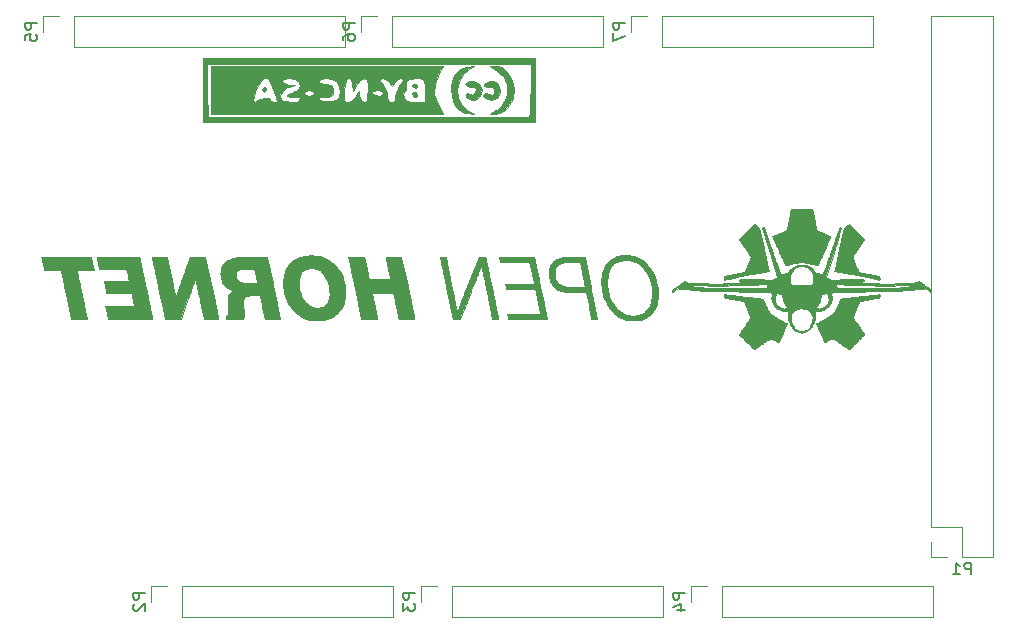
<source format=gbr>
G04 #@! TF.GenerationSoftware,KiCad,Pcbnew,(5.1.4)-1*
G04 #@! TF.CreationDate,2020-11-08T11:56:58-07:00*
G04 #@! TF.ProjectId,ABSIS_Mega,41425349-535f-44d6-9567-612e6b696361,rev?*
G04 #@! TF.SameCoordinates,Original*
G04 #@! TF.FileFunction,Legend,Bot*
G04 #@! TF.FilePolarity,Positive*
%FSLAX46Y46*%
G04 Gerber Fmt 4.6, Leading zero omitted, Abs format (unit mm)*
G04 Created by KiCad (PCBNEW (5.1.4)-1) date 2020-11-08 11:56:58*
%MOMM*%
%LPD*%
G04 APERTURE LIST*
%ADD10C,0.010000*%
%ADD11C,0.120000*%
%ADD12C,0.150000*%
G04 APERTURE END LIST*
D10*
G36*
X185075739Y-85877400D02*
G01*
X185034377Y-85877400D01*
X184894711Y-85877417D01*
X184770987Y-85877478D01*
X184662213Y-85877600D01*
X184567399Y-85877799D01*
X184485553Y-85878091D01*
X184415684Y-85878491D01*
X184356800Y-85879015D01*
X184307910Y-85879680D01*
X184268023Y-85880501D01*
X184236147Y-85881494D01*
X184211291Y-85882676D01*
X184192464Y-85884062D01*
X184178674Y-85885668D01*
X184168930Y-85887510D01*
X184162241Y-85889604D01*
X184158378Y-85891499D01*
X184138421Y-85907755D01*
X184125444Y-85925495D01*
X184122660Y-85936446D01*
X184117020Y-85962905D01*
X184108743Y-86003731D01*
X184098049Y-86057779D01*
X184085159Y-86123908D01*
X184070293Y-86200974D01*
X184053669Y-86287835D01*
X184035507Y-86383348D01*
X184016029Y-86486370D01*
X183995453Y-86595758D01*
X183973999Y-86710369D01*
X183959437Y-86788476D01*
X183937489Y-86905985D01*
X183916226Y-87019070D01*
X183895869Y-87126585D01*
X183876645Y-87227381D01*
X183858774Y-87320312D01*
X183842482Y-87404228D01*
X183827993Y-87477983D01*
X183815528Y-87540428D01*
X183805313Y-87590417D01*
X183797571Y-87626802D01*
X183792525Y-87648434D01*
X183790786Y-87654062D01*
X183775385Y-87676948D01*
X183759221Y-87694735D01*
X183749198Y-87700051D01*
X183724992Y-87711133D01*
X183688101Y-87727358D01*
X183640026Y-87748106D01*
X183582266Y-87772755D01*
X183516318Y-87800681D01*
X183443684Y-87831264D01*
X183365861Y-87863882D01*
X183284349Y-87897912D01*
X183200647Y-87932734D01*
X183116254Y-87967724D01*
X183032670Y-88002261D01*
X182951393Y-88035724D01*
X182873923Y-88067489D01*
X182801759Y-88096936D01*
X182736399Y-88123443D01*
X182679344Y-88146387D01*
X182632092Y-88165147D01*
X182596142Y-88179101D01*
X182572994Y-88187627D01*
X182565268Y-88190020D01*
X182564459Y-88192897D01*
X182566216Y-88201093D01*
X182570810Y-88215231D01*
X182578515Y-88235938D01*
X182589600Y-88263837D01*
X182604337Y-88299553D01*
X182622999Y-88343711D01*
X182645856Y-88396936D01*
X182673179Y-88459851D01*
X182705242Y-88533083D01*
X182742314Y-88617254D01*
X182784668Y-88712991D01*
X182832575Y-88820917D01*
X182886306Y-88941657D01*
X182946134Y-89075836D01*
X183012329Y-89224079D01*
X183085163Y-89387010D01*
X183100232Y-89420699D01*
X183161393Y-89557406D01*
X183220734Y-89689991D01*
X183277883Y-89817622D01*
X183332466Y-89939468D01*
X183384109Y-90054695D01*
X183432438Y-90162473D01*
X183477080Y-90261968D01*
X183517662Y-90352350D01*
X183553810Y-90432785D01*
X183585151Y-90502443D01*
X183611310Y-90560490D01*
X183631915Y-90606095D01*
X183646592Y-90638426D01*
X183654967Y-90656651D01*
X183656837Y-90660511D01*
X183662096Y-90664582D01*
X183672649Y-90665412D01*
X183690887Y-90662550D01*
X183719203Y-90655544D01*
X183759991Y-90643945D01*
X183786506Y-90636073D01*
X183908192Y-90601194D01*
X184038584Y-90566617D01*
X184173437Y-90533327D01*
X184308502Y-90502307D01*
X184439533Y-90474540D01*
X184562283Y-90451009D01*
X184649533Y-90436232D01*
X184700350Y-90430022D01*
X184764682Y-90424943D01*
X184839146Y-90421036D01*
X184920361Y-90418342D01*
X185004942Y-90416903D01*
X185089507Y-90416759D01*
X185170674Y-90417953D01*
X185245059Y-90420525D01*
X185309280Y-90424517D01*
X185342818Y-90427758D01*
X185439837Y-90440926D01*
X185549439Y-90459259D01*
X185668330Y-90482037D01*
X185793219Y-90508537D01*
X185920810Y-90538036D01*
X186047811Y-90569814D01*
X186170928Y-90603148D01*
X186256419Y-90628038D01*
X186302191Y-90641694D01*
X186342258Y-90653430D01*
X186373837Y-90662447D01*
X186394145Y-90667950D01*
X186400352Y-90669289D01*
X186404349Y-90661636D01*
X186414740Y-90639282D01*
X186431162Y-90603052D01*
X186453250Y-90553772D01*
X186480640Y-90492267D01*
X186512969Y-90419362D01*
X186549872Y-90335882D01*
X186590985Y-90242652D01*
X186635944Y-90140498D01*
X186684385Y-90030245D01*
X186735944Y-89912717D01*
X186790258Y-89788741D01*
X186846961Y-89659142D01*
X186905690Y-89524744D01*
X186944000Y-89436985D01*
X187003844Y-89299814D01*
X187061847Y-89166802D01*
X187117647Y-89038784D01*
X187170881Y-88916592D01*
X187221187Y-88801060D01*
X187268203Y-88693021D01*
X187311567Y-88593310D01*
X187350916Y-88502759D01*
X187385889Y-88422201D01*
X187416123Y-88352471D01*
X187441255Y-88294402D01*
X187460925Y-88248827D01*
X187474768Y-88216579D01*
X187482424Y-88198492D01*
X187483906Y-88194746D01*
X187476614Y-88189644D01*
X187454324Y-88178596D01*
X187417772Y-88161918D01*
X187367693Y-88139926D01*
X187304824Y-88112934D01*
X187229899Y-88081258D01*
X187143656Y-88045214D01*
X187046828Y-88005115D01*
X186940153Y-87961279D01*
X186916930Y-87951775D01*
X186823178Y-87913344D01*
X186733540Y-87876424D01*
X186649325Y-87841563D01*
X186571841Y-87809311D01*
X186502395Y-87780219D01*
X186442295Y-87754835D01*
X186392849Y-87733710D01*
X186355366Y-87717393D01*
X186331153Y-87706433D01*
X186321990Y-87701746D01*
X186300314Y-87681933D01*
X186282329Y-87657056D01*
X186281316Y-87655137D01*
X186277371Y-87642086D01*
X186270591Y-87613160D01*
X186261130Y-87569152D01*
X186249144Y-87510854D01*
X186234789Y-87439059D01*
X186218219Y-87354559D01*
X186199591Y-87258146D01*
X186179060Y-87150613D01*
X186156781Y-87032753D01*
X186132909Y-86905357D01*
X186109644Y-86780246D01*
X186087813Y-86662728D01*
X186066720Y-86549747D01*
X186046582Y-86442437D01*
X186027618Y-86341932D01*
X186010044Y-86249366D01*
X185994078Y-86165873D01*
X185979938Y-86092589D01*
X185967842Y-86030646D01*
X185958005Y-85981180D01*
X185950647Y-85945324D01*
X185945985Y-85924213D01*
X185944461Y-85918851D01*
X185941002Y-85912227D01*
X185937478Y-85906348D01*
X185932914Y-85901171D01*
X185926333Y-85896650D01*
X185916759Y-85892742D01*
X185903215Y-85889401D01*
X185884726Y-85886583D01*
X185860315Y-85884243D01*
X185829006Y-85882339D01*
X185789823Y-85880823D01*
X185741789Y-85879654D01*
X185683929Y-85878785D01*
X185615266Y-85878172D01*
X185534823Y-85877771D01*
X185441626Y-85877538D01*
X185334697Y-85877428D01*
X185213060Y-85877397D01*
X185075739Y-85877400D01*
X185075739Y-85877400D01*
G37*
X185075739Y-85877400D02*
X185034377Y-85877400D01*
X184894711Y-85877417D01*
X184770987Y-85877478D01*
X184662213Y-85877600D01*
X184567399Y-85877799D01*
X184485553Y-85878091D01*
X184415684Y-85878491D01*
X184356800Y-85879015D01*
X184307910Y-85879680D01*
X184268023Y-85880501D01*
X184236147Y-85881494D01*
X184211291Y-85882676D01*
X184192464Y-85884062D01*
X184178674Y-85885668D01*
X184168930Y-85887510D01*
X184162241Y-85889604D01*
X184158378Y-85891499D01*
X184138421Y-85907755D01*
X184125444Y-85925495D01*
X184122660Y-85936446D01*
X184117020Y-85962905D01*
X184108743Y-86003731D01*
X184098049Y-86057779D01*
X184085159Y-86123908D01*
X184070293Y-86200974D01*
X184053669Y-86287835D01*
X184035507Y-86383348D01*
X184016029Y-86486370D01*
X183995453Y-86595758D01*
X183973999Y-86710369D01*
X183959437Y-86788476D01*
X183937489Y-86905985D01*
X183916226Y-87019070D01*
X183895869Y-87126585D01*
X183876645Y-87227381D01*
X183858774Y-87320312D01*
X183842482Y-87404228D01*
X183827993Y-87477983D01*
X183815528Y-87540428D01*
X183805313Y-87590417D01*
X183797571Y-87626802D01*
X183792525Y-87648434D01*
X183790786Y-87654062D01*
X183775385Y-87676948D01*
X183759221Y-87694735D01*
X183749198Y-87700051D01*
X183724992Y-87711133D01*
X183688101Y-87727358D01*
X183640026Y-87748106D01*
X183582266Y-87772755D01*
X183516318Y-87800681D01*
X183443684Y-87831264D01*
X183365861Y-87863882D01*
X183284349Y-87897912D01*
X183200647Y-87932734D01*
X183116254Y-87967724D01*
X183032670Y-88002261D01*
X182951393Y-88035724D01*
X182873923Y-88067489D01*
X182801759Y-88096936D01*
X182736399Y-88123443D01*
X182679344Y-88146387D01*
X182632092Y-88165147D01*
X182596142Y-88179101D01*
X182572994Y-88187627D01*
X182565268Y-88190020D01*
X182564459Y-88192897D01*
X182566216Y-88201093D01*
X182570810Y-88215231D01*
X182578515Y-88235938D01*
X182589600Y-88263837D01*
X182604337Y-88299553D01*
X182622999Y-88343711D01*
X182645856Y-88396936D01*
X182673179Y-88459851D01*
X182705242Y-88533083D01*
X182742314Y-88617254D01*
X182784668Y-88712991D01*
X182832575Y-88820917D01*
X182886306Y-88941657D01*
X182946134Y-89075836D01*
X183012329Y-89224079D01*
X183085163Y-89387010D01*
X183100232Y-89420699D01*
X183161393Y-89557406D01*
X183220734Y-89689991D01*
X183277883Y-89817622D01*
X183332466Y-89939468D01*
X183384109Y-90054695D01*
X183432438Y-90162473D01*
X183477080Y-90261968D01*
X183517662Y-90352350D01*
X183553810Y-90432785D01*
X183585151Y-90502443D01*
X183611310Y-90560490D01*
X183631915Y-90606095D01*
X183646592Y-90638426D01*
X183654967Y-90656651D01*
X183656837Y-90660511D01*
X183662096Y-90664582D01*
X183672649Y-90665412D01*
X183690887Y-90662550D01*
X183719203Y-90655544D01*
X183759991Y-90643945D01*
X183786506Y-90636073D01*
X183908192Y-90601194D01*
X184038584Y-90566617D01*
X184173437Y-90533327D01*
X184308502Y-90502307D01*
X184439533Y-90474540D01*
X184562283Y-90451009D01*
X184649533Y-90436232D01*
X184700350Y-90430022D01*
X184764682Y-90424943D01*
X184839146Y-90421036D01*
X184920361Y-90418342D01*
X185004942Y-90416903D01*
X185089507Y-90416759D01*
X185170674Y-90417953D01*
X185245059Y-90420525D01*
X185309280Y-90424517D01*
X185342818Y-90427758D01*
X185439837Y-90440926D01*
X185549439Y-90459259D01*
X185668330Y-90482037D01*
X185793219Y-90508537D01*
X185920810Y-90538036D01*
X186047811Y-90569814D01*
X186170928Y-90603148D01*
X186256419Y-90628038D01*
X186302191Y-90641694D01*
X186342258Y-90653430D01*
X186373837Y-90662447D01*
X186394145Y-90667950D01*
X186400352Y-90669289D01*
X186404349Y-90661636D01*
X186414740Y-90639282D01*
X186431162Y-90603052D01*
X186453250Y-90553772D01*
X186480640Y-90492267D01*
X186512969Y-90419362D01*
X186549872Y-90335882D01*
X186590985Y-90242652D01*
X186635944Y-90140498D01*
X186684385Y-90030245D01*
X186735944Y-89912717D01*
X186790258Y-89788741D01*
X186846961Y-89659142D01*
X186905690Y-89524744D01*
X186944000Y-89436985D01*
X187003844Y-89299814D01*
X187061847Y-89166802D01*
X187117647Y-89038784D01*
X187170881Y-88916592D01*
X187221187Y-88801060D01*
X187268203Y-88693021D01*
X187311567Y-88593310D01*
X187350916Y-88502759D01*
X187385889Y-88422201D01*
X187416123Y-88352471D01*
X187441255Y-88294402D01*
X187460925Y-88248827D01*
X187474768Y-88216579D01*
X187482424Y-88198492D01*
X187483906Y-88194746D01*
X187476614Y-88189644D01*
X187454324Y-88178596D01*
X187417772Y-88161918D01*
X187367693Y-88139926D01*
X187304824Y-88112934D01*
X187229899Y-88081258D01*
X187143656Y-88045214D01*
X187046828Y-88005115D01*
X186940153Y-87961279D01*
X186916930Y-87951775D01*
X186823178Y-87913344D01*
X186733540Y-87876424D01*
X186649325Y-87841563D01*
X186571841Y-87809311D01*
X186502395Y-87780219D01*
X186442295Y-87754835D01*
X186392849Y-87733710D01*
X186355366Y-87717393D01*
X186331153Y-87706433D01*
X186321990Y-87701746D01*
X186300314Y-87681933D01*
X186282329Y-87657056D01*
X186281316Y-87655137D01*
X186277371Y-87642086D01*
X186270591Y-87613160D01*
X186261130Y-87569152D01*
X186249144Y-87510854D01*
X186234789Y-87439059D01*
X186218219Y-87354559D01*
X186199591Y-87258146D01*
X186179060Y-87150613D01*
X186156781Y-87032753D01*
X186132909Y-86905357D01*
X186109644Y-86780246D01*
X186087813Y-86662728D01*
X186066720Y-86549747D01*
X186046582Y-86442437D01*
X186027618Y-86341932D01*
X186010044Y-86249366D01*
X185994078Y-86165873D01*
X185979938Y-86092589D01*
X185967842Y-86030646D01*
X185958005Y-85981180D01*
X185950647Y-85945324D01*
X185945985Y-85924213D01*
X185944461Y-85918851D01*
X185941002Y-85912227D01*
X185937478Y-85906348D01*
X185932914Y-85901171D01*
X185926333Y-85896650D01*
X185916759Y-85892742D01*
X185903215Y-85889401D01*
X185884726Y-85886583D01*
X185860315Y-85884243D01*
X185829006Y-85882339D01*
X185789823Y-85880823D01*
X185741789Y-85879654D01*
X185683929Y-85878785D01*
X185615266Y-85878172D01*
X185534823Y-85877771D01*
X185441626Y-85877538D01*
X185334697Y-85877428D01*
X185213060Y-85877397D01*
X185075739Y-85877400D01*
G36*
X180993027Y-87202273D02*
G01*
X180984073Y-87208894D01*
X180964197Y-87226567D01*
X180934390Y-87254308D01*
X180895642Y-87291134D01*
X180848942Y-87336060D01*
X180795280Y-87388103D01*
X180735647Y-87446279D01*
X180671032Y-87509604D01*
X180602425Y-87577094D01*
X180530816Y-87647765D01*
X180457194Y-87720633D01*
X180382551Y-87794715D01*
X180307874Y-87869026D01*
X180234155Y-87942583D01*
X180162383Y-88014402D01*
X180093549Y-88083499D01*
X180028641Y-88148890D01*
X179968650Y-88209591D01*
X179914566Y-88264619D01*
X179867379Y-88312989D01*
X179828078Y-88353718D01*
X179797653Y-88385821D01*
X179777095Y-88408315D01*
X179767393Y-88420217D01*
X179767036Y-88420827D01*
X179757959Y-88452824D01*
X179758497Y-88473072D01*
X179764255Y-88485435D01*
X179779706Y-88511521D01*
X179804777Y-88551223D01*
X179839396Y-88604431D01*
X179883490Y-88671035D01*
X179936987Y-88750926D01*
X179999812Y-88843995D01*
X180071895Y-88950132D01*
X180153161Y-89069230D01*
X180242994Y-89200383D01*
X180321635Y-89315207D01*
X180394638Y-89422197D01*
X180461589Y-89520733D01*
X180522074Y-89610193D01*
X180575679Y-89689958D01*
X180621988Y-89759407D01*
X180660589Y-89817919D01*
X180691066Y-89864872D01*
X180713006Y-89899648D01*
X180725993Y-89921624D01*
X180729623Y-89929391D01*
X180733037Y-89955057D01*
X180732210Y-89976861D01*
X180732058Y-89977586D01*
X180727661Y-89990173D01*
X180717174Y-90016677D01*
X180701229Y-90055626D01*
X180680460Y-90105548D01*
X180655500Y-90164973D01*
X180626983Y-90232428D01*
X180595541Y-90306442D01*
X180561809Y-90385543D01*
X180526418Y-90468261D01*
X180490003Y-90553122D01*
X180453197Y-90638657D01*
X180416633Y-90723393D01*
X180380944Y-90805858D01*
X180346764Y-90884582D01*
X180314725Y-90958092D01*
X180285462Y-91024917D01*
X180259607Y-91083586D01*
X180237793Y-91132627D01*
X180220654Y-91170568D01*
X180208824Y-91195938D01*
X180202935Y-91207266D01*
X180202803Y-91207443D01*
X180182858Y-91227110D01*
X180163389Y-91240418D01*
X180152005Y-91243593D01*
X180125129Y-91249606D01*
X180083921Y-91258230D01*
X180029543Y-91269239D01*
X179963157Y-91282406D01*
X179885923Y-91297506D01*
X179799002Y-91314312D01*
X179703556Y-91332598D01*
X179600747Y-91352137D01*
X179491734Y-91372703D01*
X179377681Y-91394070D01*
X179315353Y-91405685D01*
X179179916Y-91430885D01*
X179060132Y-91453201D01*
X178955006Y-91472842D01*
X178863543Y-91490019D01*
X178784746Y-91504939D01*
X178717622Y-91517813D01*
X178661173Y-91528849D01*
X178614406Y-91538256D01*
X178576324Y-91546244D01*
X178545933Y-91553022D01*
X178522236Y-91558798D01*
X178504239Y-91563781D01*
X178490947Y-91568182D01*
X178481362Y-91572209D01*
X178474492Y-91576071D01*
X178469339Y-91579977D01*
X178464910Y-91584137D01*
X178464633Y-91584410D01*
X178439233Y-91609615D01*
X178436571Y-91757641D01*
X178433909Y-91905666D01*
X178453504Y-91904802D01*
X178465075Y-91902670D01*
X178491591Y-91896828D01*
X178531558Y-91887631D01*
X178583484Y-91875435D01*
X178645876Y-91860594D01*
X178717239Y-91843465D01*
X178796081Y-91824400D01*
X178880909Y-91803757D01*
X178968400Y-91782340D01*
X179156239Y-91736484D01*
X179328477Y-91694985D01*
X179485829Y-91657679D01*
X179629014Y-91624404D01*
X179758749Y-91594994D01*
X179875749Y-91569287D01*
X179980733Y-91547117D01*
X180074417Y-91528323D01*
X180111400Y-91521239D01*
X180140903Y-91515855D01*
X180185806Y-91507910D01*
X180244811Y-91497624D01*
X180316614Y-91485219D01*
X180399915Y-91470918D01*
X180493412Y-91454942D01*
X180595805Y-91437514D01*
X180705791Y-91418854D01*
X180822070Y-91399185D01*
X180943340Y-91378729D01*
X181068300Y-91357708D01*
X181195649Y-91336343D01*
X181207834Y-91334302D01*
X181332876Y-91313283D01*
X181453988Y-91292778D01*
X181570034Y-91272987D01*
X181679877Y-91254110D01*
X181782383Y-91236347D01*
X181876413Y-91219898D01*
X181960833Y-91204964D01*
X182034507Y-91191744D01*
X182096298Y-91180438D01*
X182145070Y-91171246D01*
X182179687Y-91164370D01*
X182199013Y-91160007D01*
X182201293Y-91159343D01*
X182229933Y-91149333D01*
X182245395Y-91141487D01*
X182250825Y-91133479D01*
X182249582Y-91123679D01*
X182245746Y-91110178D01*
X182241199Y-91093047D01*
X182235801Y-91071640D01*
X182229409Y-91045313D01*
X182221881Y-91013419D01*
X182213075Y-90975314D01*
X182202851Y-90930351D01*
X182191065Y-90877886D01*
X182177577Y-90817272D01*
X182162245Y-90747865D01*
X182144926Y-90669020D01*
X182125480Y-90580090D01*
X182103764Y-90480430D01*
X182079636Y-90369395D01*
X182052955Y-90246339D01*
X182023579Y-90110618D01*
X181991367Y-89961584D01*
X181956176Y-89798594D01*
X181917865Y-89621002D01*
X181876292Y-89428162D01*
X181831315Y-89219428D01*
X181829974Y-89213204D01*
X181455134Y-87473242D01*
X181258312Y-87337838D01*
X181206230Y-87302461D01*
X181157677Y-87270340D01*
X181114675Y-87242745D01*
X181079242Y-87220943D01*
X181053397Y-87206204D01*
X181039162Y-87199797D01*
X181038389Y-87199655D01*
X181011556Y-87199552D01*
X180993027Y-87202273D01*
X180993027Y-87202273D01*
G37*
X180993027Y-87202273D02*
X180984073Y-87208894D01*
X180964197Y-87226567D01*
X180934390Y-87254308D01*
X180895642Y-87291134D01*
X180848942Y-87336060D01*
X180795280Y-87388103D01*
X180735647Y-87446279D01*
X180671032Y-87509604D01*
X180602425Y-87577094D01*
X180530816Y-87647765D01*
X180457194Y-87720633D01*
X180382551Y-87794715D01*
X180307874Y-87869026D01*
X180234155Y-87942583D01*
X180162383Y-88014402D01*
X180093549Y-88083499D01*
X180028641Y-88148890D01*
X179968650Y-88209591D01*
X179914566Y-88264619D01*
X179867379Y-88312989D01*
X179828078Y-88353718D01*
X179797653Y-88385821D01*
X179777095Y-88408315D01*
X179767393Y-88420217D01*
X179767036Y-88420827D01*
X179757959Y-88452824D01*
X179758497Y-88473072D01*
X179764255Y-88485435D01*
X179779706Y-88511521D01*
X179804777Y-88551223D01*
X179839396Y-88604431D01*
X179883490Y-88671035D01*
X179936987Y-88750926D01*
X179999812Y-88843995D01*
X180071895Y-88950132D01*
X180153161Y-89069230D01*
X180242994Y-89200383D01*
X180321635Y-89315207D01*
X180394638Y-89422197D01*
X180461589Y-89520733D01*
X180522074Y-89610193D01*
X180575679Y-89689958D01*
X180621988Y-89759407D01*
X180660589Y-89817919D01*
X180691066Y-89864872D01*
X180713006Y-89899648D01*
X180725993Y-89921624D01*
X180729623Y-89929391D01*
X180733037Y-89955057D01*
X180732210Y-89976861D01*
X180732058Y-89977586D01*
X180727661Y-89990173D01*
X180717174Y-90016677D01*
X180701229Y-90055626D01*
X180680460Y-90105548D01*
X180655500Y-90164973D01*
X180626983Y-90232428D01*
X180595541Y-90306442D01*
X180561809Y-90385543D01*
X180526418Y-90468261D01*
X180490003Y-90553122D01*
X180453197Y-90638657D01*
X180416633Y-90723393D01*
X180380944Y-90805858D01*
X180346764Y-90884582D01*
X180314725Y-90958092D01*
X180285462Y-91024917D01*
X180259607Y-91083586D01*
X180237793Y-91132627D01*
X180220654Y-91170568D01*
X180208824Y-91195938D01*
X180202935Y-91207266D01*
X180202803Y-91207443D01*
X180182858Y-91227110D01*
X180163389Y-91240418D01*
X180152005Y-91243593D01*
X180125129Y-91249606D01*
X180083921Y-91258230D01*
X180029543Y-91269239D01*
X179963157Y-91282406D01*
X179885923Y-91297506D01*
X179799002Y-91314312D01*
X179703556Y-91332598D01*
X179600747Y-91352137D01*
X179491734Y-91372703D01*
X179377681Y-91394070D01*
X179315353Y-91405685D01*
X179179916Y-91430885D01*
X179060132Y-91453201D01*
X178955006Y-91472842D01*
X178863543Y-91490019D01*
X178784746Y-91504939D01*
X178717622Y-91517813D01*
X178661173Y-91528849D01*
X178614406Y-91538256D01*
X178576324Y-91546244D01*
X178545933Y-91553022D01*
X178522236Y-91558798D01*
X178504239Y-91563781D01*
X178490947Y-91568182D01*
X178481362Y-91572209D01*
X178474492Y-91576071D01*
X178469339Y-91579977D01*
X178464910Y-91584137D01*
X178464633Y-91584410D01*
X178439233Y-91609615D01*
X178436571Y-91757641D01*
X178433909Y-91905666D01*
X178453504Y-91904802D01*
X178465075Y-91902670D01*
X178491591Y-91896828D01*
X178531558Y-91887631D01*
X178583484Y-91875435D01*
X178645876Y-91860594D01*
X178717239Y-91843465D01*
X178796081Y-91824400D01*
X178880909Y-91803757D01*
X178968400Y-91782340D01*
X179156239Y-91736484D01*
X179328477Y-91694985D01*
X179485829Y-91657679D01*
X179629014Y-91624404D01*
X179758749Y-91594994D01*
X179875749Y-91569287D01*
X179980733Y-91547117D01*
X180074417Y-91528323D01*
X180111400Y-91521239D01*
X180140903Y-91515855D01*
X180185806Y-91507910D01*
X180244811Y-91497624D01*
X180316614Y-91485219D01*
X180399915Y-91470918D01*
X180493412Y-91454942D01*
X180595805Y-91437514D01*
X180705791Y-91418854D01*
X180822070Y-91399185D01*
X180943340Y-91378729D01*
X181068300Y-91357708D01*
X181195649Y-91336343D01*
X181207834Y-91334302D01*
X181332876Y-91313283D01*
X181453988Y-91292778D01*
X181570034Y-91272987D01*
X181679877Y-91254110D01*
X181782383Y-91236347D01*
X181876413Y-91219898D01*
X181960833Y-91204964D01*
X182034507Y-91191744D01*
X182096298Y-91180438D01*
X182145070Y-91171246D01*
X182179687Y-91164370D01*
X182199013Y-91160007D01*
X182201293Y-91159343D01*
X182229933Y-91149333D01*
X182245395Y-91141487D01*
X182250825Y-91133479D01*
X182249582Y-91123679D01*
X182245746Y-91110178D01*
X182241199Y-91093047D01*
X182235801Y-91071640D01*
X182229409Y-91045313D01*
X182221881Y-91013419D01*
X182213075Y-90975314D01*
X182202851Y-90930351D01*
X182191065Y-90877886D01*
X182177577Y-90817272D01*
X182162245Y-90747865D01*
X182144926Y-90669020D01*
X182125480Y-90580090D01*
X182103764Y-90480430D01*
X182079636Y-90369395D01*
X182052955Y-90246339D01*
X182023579Y-90110618D01*
X181991367Y-89961584D01*
X181956176Y-89798594D01*
X181917865Y-89621002D01*
X181876292Y-89428162D01*
X181831315Y-89219428D01*
X181829974Y-89213204D01*
X181455134Y-87473242D01*
X181258312Y-87337838D01*
X181206230Y-87302461D01*
X181157677Y-87270340D01*
X181114675Y-87242745D01*
X181079242Y-87220943D01*
X181053397Y-87206204D01*
X181039162Y-87199797D01*
X181038389Y-87199655D01*
X181011556Y-87199552D01*
X180993027Y-87202273D01*
G36*
X189052062Y-87198487D02*
G01*
X189040046Y-87199185D01*
X189027644Y-87201792D01*
X189013052Y-87207355D01*
X188994466Y-87216924D01*
X188970082Y-87231547D01*
X188938094Y-87252273D01*
X188896698Y-87280151D01*
X188844091Y-87316229D01*
X188815336Y-87336070D01*
X188616571Y-87473366D01*
X188234155Y-89246780D01*
X188197305Y-89417582D01*
X188161293Y-89584339D01*
X188126289Y-89746269D01*
X188092463Y-89902587D01*
X188059987Y-90052508D01*
X188029031Y-90195250D01*
X187999766Y-90330027D01*
X187972362Y-90456057D01*
X187946991Y-90572554D01*
X187923823Y-90678735D01*
X187903028Y-90773816D01*
X187884779Y-90857013D01*
X187869244Y-90927542D01*
X187856596Y-90984618D01*
X187847004Y-91027459D01*
X187840641Y-91055279D01*
X187837730Y-91067113D01*
X187829218Y-91095390D01*
X187822137Y-91118502D01*
X187819102Y-91128106D01*
X187819870Y-91136681D01*
X187830156Y-91144711D01*
X187852675Y-91153837D01*
X187872424Y-91160281D01*
X187888313Y-91164041D01*
X187919780Y-91170366D01*
X187965698Y-91179056D01*
X188024938Y-91189914D01*
X188096371Y-91202742D01*
X188178871Y-91217341D01*
X188271308Y-91233513D01*
X188372555Y-91251062D01*
X188481484Y-91269787D01*
X188596965Y-91289493D01*
X188717872Y-91309979D01*
X188843076Y-91331050D01*
X188891334Y-91339133D01*
X189060540Y-91367444D01*
X189214409Y-91393233D01*
X189354301Y-91416771D01*
X189481581Y-91438331D01*
X189597610Y-91458182D01*
X189703752Y-91476599D01*
X189801369Y-91493852D01*
X189891824Y-91510214D01*
X189976480Y-91525956D01*
X190056699Y-91541350D01*
X190133844Y-91556669D01*
X190209278Y-91572183D01*
X190284364Y-91588165D01*
X190360463Y-91604887D01*
X190438940Y-91622620D01*
X190521156Y-91641637D01*
X190608475Y-91662209D01*
X190702259Y-91684609D01*
X190803871Y-91709107D01*
X190914673Y-91735977D01*
X191036029Y-91765489D01*
X191070851Y-91773963D01*
X191163918Y-91796570D01*
X191252261Y-91817950D01*
X191334484Y-91837772D01*
X191409192Y-91855703D01*
X191474990Y-91871409D01*
X191530483Y-91884559D01*
X191574276Y-91894819D01*
X191604974Y-91901858D01*
X191621181Y-91905342D01*
X191623301Y-91905666D01*
X191627619Y-91902273D01*
X191630736Y-91890748D01*
X191632813Y-91869072D01*
X191634014Y-91835224D01*
X191634501Y-91787186D01*
X191634533Y-91766365D01*
X191634100Y-91707225D01*
X191632459Y-91662492D01*
X191629106Y-91629652D01*
X191623531Y-91606194D01*
X191615229Y-91589604D01*
X191603691Y-91577370D01*
X191595119Y-91571150D01*
X191583702Y-91567560D01*
X191556483Y-91561136D01*
X191514327Y-91552046D01*
X191458098Y-91540460D01*
X191388658Y-91526549D01*
X191306873Y-91510483D01*
X191213605Y-91492430D01*
X191109718Y-91472561D01*
X190996076Y-91451045D01*
X190873542Y-91428052D01*
X190751874Y-91405402D01*
X190615602Y-91380103D01*
X190494990Y-91357653D01*
X190389039Y-91337846D01*
X190296755Y-91320479D01*
X190217139Y-91305347D01*
X190149196Y-91292246D01*
X190091928Y-91280971D01*
X190044339Y-91271318D01*
X190005432Y-91263083D01*
X189974210Y-91256060D01*
X189949677Y-91250047D01*
X189930836Y-91244838D01*
X189916690Y-91240230D01*
X189906243Y-91236016D01*
X189898497Y-91231995D01*
X189894841Y-91229663D01*
X189888473Y-91225025D01*
X189882276Y-91219451D01*
X189875755Y-91211886D01*
X189868414Y-91201269D01*
X189859761Y-91186543D01*
X189849298Y-91166650D01*
X189836533Y-91140531D01*
X189820969Y-91107128D01*
X189802113Y-91065383D01*
X189779469Y-91014237D01*
X189752543Y-90952633D01*
X189720840Y-90879512D01*
X189683865Y-90793815D01*
X189641124Y-90694485D01*
X189601178Y-90601543D01*
X189551675Y-90486279D01*
X189508495Y-90385495D01*
X189471256Y-90298118D01*
X189439580Y-90223079D01*
X189413084Y-90159306D01*
X189391391Y-90105727D01*
X189374118Y-90061273D01*
X189360886Y-90024871D01*
X189351315Y-89995450D01*
X189345024Y-89971940D01*
X189341633Y-89953269D01*
X189340762Y-89938367D01*
X189342030Y-89926161D01*
X189345058Y-89915582D01*
X189349465Y-89905558D01*
X189352192Y-89900177D01*
X189358628Y-89889983D01*
X189373987Y-89866827D01*
X189397596Y-89831698D01*
X189428782Y-89785585D01*
X189466870Y-89729477D01*
X189511188Y-89664364D01*
X189561062Y-89591233D01*
X189615818Y-89511075D01*
X189674784Y-89424878D01*
X189737284Y-89333632D01*
X189802647Y-89238325D01*
X189831872Y-89195748D01*
X189898203Y-89099044D01*
X189961896Y-89006000D01*
X190022285Y-88917601D01*
X190078702Y-88834831D01*
X190130481Y-88758676D01*
X190176953Y-88690121D01*
X190217451Y-88630151D01*
X190251309Y-88579751D01*
X190277859Y-88539907D01*
X190296433Y-88511604D01*
X190306364Y-88495826D01*
X190307826Y-88493100D01*
X190311302Y-88484223D01*
X190313993Y-88475947D01*
X190315250Y-88467541D01*
X190314425Y-88458274D01*
X190310867Y-88447415D01*
X190303929Y-88434234D01*
X190292961Y-88417998D01*
X190277315Y-88397977D01*
X190256341Y-88373439D01*
X190229391Y-88343654D01*
X190195816Y-88307890D01*
X190154967Y-88265416D01*
X190106195Y-88215502D01*
X190048851Y-88157416D01*
X189982286Y-88090426D01*
X189905852Y-88013802D01*
X189818899Y-87926813D01*
X189720779Y-87828727D01*
X189697644Y-87805601D01*
X189090024Y-87198200D01*
X189052062Y-87198487D01*
X189052062Y-87198487D01*
G37*
X189052062Y-87198487D02*
X189040046Y-87199185D01*
X189027644Y-87201792D01*
X189013052Y-87207355D01*
X188994466Y-87216924D01*
X188970082Y-87231547D01*
X188938094Y-87252273D01*
X188896698Y-87280151D01*
X188844091Y-87316229D01*
X188815336Y-87336070D01*
X188616571Y-87473366D01*
X188234155Y-89246780D01*
X188197305Y-89417582D01*
X188161293Y-89584339D01*
X188126289Y-89746269D01*
X188092463Y-89902587D01*
X188059987Y-90052508D01*
X188029031Y-90195250D01*
X187999766Y-90330027D01*
X187972362Y-90456057D01*
X187946991Y-90572554D01*
X187923823Y-90678735D01*
X187903028Y-90773816D01*
X187884779Y-90857013D01*
X187869244Y-90927542D01*
X187856596Y-90984618D01*
X187847004Y-91027459D01*
X187840641Y-91055279D01*
X187837730Y-91067113D01*
X187829218Y-91095390D01*
X187822137Y-91118502D01*
X187819102Y-91128106D01*
X187819870Y-91136681D01*
X187830156Y-91144711D01*
X187852675Y-91153837D01*
X187872424Y-91160281D01*
X187888313Y-91164041D01*
X187919780Y-91170366D01*
X187965698Y-91179056D01*
X188024938Y-91189914D01*
X188096371Y-91202742D01*
X188178871Y-91217341D01*
X188271308Y-91233513D01*
X188372555Y-91251062D01*
X188481484Y-91269787D01*
X188596965Y-91289493D01*
X188717872Y-91309979D01*
X188843076Y-91331050D01*
X188891334Y-91339133D01*
X189060540Y-91367444D01*
X189214409Y-91393233D01*
X189354301Y-91416771D01*
X189481581Y-91438331D01*
X189597610Y-91458182D01*
X189703752Y-91476599D01*
X189801369Y-91493852D01*
X189891824Y-91510214D01*
X189976480Y-91525956D01*
X190056699Y-91541350D01*
X190133844Y-91556669D01*
X190209278Y-91572183D01*
X190284364Y-91588165D01*
X190360463Y-91604887D01*
X190438940Y-91622620D01*
X190521156Y-91641637D01*
X190608475Y-91662209D01*
X190702259Y-91684609D01*
X190803871Y-91709107D01*
X190914673Y-91735977D01*
X191036029Y-91765489D01*
X191070851Y-91773963D01*
X191163918Y-91796570D01*
X191252261Y-91817950D01*
X191334484Y-91837772D01*
X191409192Y-91855703D01*
X191474990Y-91871409D01*
X191530483Y-91884559D01*
X191574276Y-91894819D01*
X191604974Y-91901858D01*
X191621181Y-91905342D01*
X191623301Y-91905666D01*
X191627619Y-91902273D01*
X191630736Y-91890748D01*
X191632813Y-91869072D01*
X191634014Y-91835224D01*
X191634501Y-91787186D01*
X191634533Y-91766365D01*
X191634100Y-91707225D01*
X191632459Y-91662492D01*
X191629106Y-91629652D01*
X191623531Y-91606194D01*
X191615229Y-91589604D01*
X191603691Y-91577370D01*
X191595119Y-91571150D01*
X191583702Y-91567560D01*
X191556483Y-91561136D01*
X191514327Y-91552046D01*
X191458098Y-91540460D01*
X191388658Y-91526549D01*
X191306873Y-91510483D01*
X191213605Y-91492430D01*
X191109718Y-91472561D01*
X190996076Y-91451045D01*
X190873542Y-91428052D01*
X190751874Y-91405402D01*
X190615602Y-91380103D01*
X190494990Y-91357653D01*
X190389039Y-91337846D01*
X190296755Y-91320479D01*
X190217139Y-91305347D01*
X190149196Y-91292246D01*
X190091928Y-91280971D01*
X190044339Y-91271318D01*
X190005432Y-91263083D01*
X189974210Y-91256060D01*
X189949677Y-91250047D01*
X189930836Y-91244838D01*
X189916690Y-91240230D01*
X189906243Y-91236016D01*
X189898497Y-91231995D01*
X189894841Y-91229663D01*
X189888473Y-91225025D01*
X189882276Y-91219451D01*
X189875755Y-91211886D01*
X189868414Y-91201269D01*
X189859761Y-91186543D01*
X189849298Y-91166650D01*
X189836533Y-91140531D01*
X189820969Y-91107128D01*
X189802113Y-91065383D01*
X189779469Y-91014237D01*
X189752543Y-90952633D01*
X189720840Y-90879512D01*
X189683865Y-90793815D01*
X189641124Y-90694485D01*
X189601178Y-90601543D01*
X189551675Y-90486279D01*
X189508495Y-90385495D01*
X189471256Y-90298118D01*
X189439580Y-90223079D01*
X189413084Y-90159306D01*
X189391391Y-90105727D01*
X189374118Y-90061273D01*
X189360886Y-90024871D01*
X189351315Y-89995450D01*
X189345024Y-89971940D01*
X189341633Y-89953269D01*
X189340762Y-89938367D01*
X189342030Y-89926161D01*
X189345058Y-89915582D01*
X189349465Y-89905558D01*
X189352192Y-89900177D01*
X189358628Y-89889983D01*
X189373987Y-89866827D01*
X189397596Y-89831698D01*
X189428782Y-89785585D01*
X189466870Y-89729477D01*
X189511188Y-89664364D01*
X189561062Y-89591233D01*
X189615818Y-89511075D01*
X189674784Y-89424878D01*
X189737284Y-89333632D01*
X189802647Y-89238325D01*
X189831872Y-89195748D01*
X189898203Y-89099044D01*
X189961896Y-89006000D01*
X190022285Y-88917601D01*
X190078702Y-88834831D01*
X190130481Y-88758676D01*
X190176953Y-88690121D01*
X190217451Y-88630151D01*
X190251309Y-88579751D01*
X190277859Y-88539907D01*
X190296433Y-88511604D01*
X190306364Y-88495826D01*
X190307826Y-88493100D01*
X190311302Y-88484223D01*
X190313993Y-88475947D01*
X190315250Y-88467541D01*
X190314425Y-88458274D01*
X190310867Y-88447415D01*
X190303929Y-88434234D01*
X190292961Y-88417998D01*
X190277315Y-88397977D01*
X190256341Y-88373439D01*
X190229391Y-88343654D01*
X190195816Y-88307890D01*
X190154967Y-88265416D01*
X190106195Y-88215502D01*
X190048851Y-88157416D01*
X189982286Y-88090426D01*
X189905852Y-88013802D01*
X189818899Y-87926813D01*
X189720779Y-87828727D01*
X189697644Y-87805601D01*
X189090024Y-87198200D01*
X189052062Y-87198487D01*
G36*
X122591195Y-89958341D02*
G01*
X122408181Y-89958366D01*
X122230370Y-89958406D01*
X122058483Y-89958461D01*
X121893238Y-89958531D01*
X121735353Y-89958614D01*
X121585549Y-89958709D01*
X121444544Y-89958816D01*
X121313057Y-89958935D01*
X121191806Y-89959064D01*
X121081512Y-89959203D01*
X120982893Y-89959351D01*
X120896668Y-89959508D01*
X120823555Y-89959672D01*
X120764275Y-89959843D01*
X120719546Y-89960020D01*
X120690086Y-89960203D01*
X120676616Y-89960390D01*
X120675799Y-89960449D01*
X120677577Y-89968876D01*
X120682573Y-89992472D01*
X120690490Y-90029844D01*
X120701033Y-90079597D01*
X120713906Y-90140337D01*
X120728815Y-90210667D01*
X120745462Y-90289195D01*
X120763554Y-90374525D01*
X120782793Y-90465262D01*
X120788406Y-90491733D01*
X120900613Y-91020900D01*
X121604153Y-91023065D01*
X121735012Y-91023518D01*
X121849829Y-91024031D01*
X121949494Y-91024620D01*
X122034896Y-91025301D01*
X122106927Y-91026091D01*
X122166477Y-91027004D01*
X122214436Y-91028058D01*
X122251695Y-91029267D01*
X122279145Y-91030649D01*
X122297675Y-91032218D01*
X122308176Y-91033992D01*
X122311495Y-91035765D01*
X122313574Y-91044876D01*
X122319027Y-91069843D01*
X122327701Y-91109959D01*
X122339446Y-91164515D01*
X122354112Y-91232806D01*
X122371545Y-91314123D01*
X122391597Y-91407761D01*
X122414115Y-91513011D01*
X122438948Y-91629166D01*
X122465945Y-91755520D01*
X122494956Y-91891366D01*
X122525828Y-92035995D01*
X122558412Y-92188702D01*
X122592555Y-92348778D01*
X122628107Y-92515518D01*
X122664916Y-92688213D01*
X122702832Y-92866157D01*
X122741703Y-93048642D01*
X122754766Y-93109981D01*
X123194233Y-95173663D01*
X123860983Y-95173731D01*
X123996121Y-95173640D01*
X124116665Y-95173338D01*
X124222326Y-95172831D01*
X124312817Y-95172121D01*
X124387849Y-95171211D01*
X124447134Y-95170107D01*
X124490384Y-95168810D01*
X124517310Y-95167325D01*
X124527625Y-95165656D01*
X124527733Y-95165455D01*
X124526005Y-95156538D01*
X124520919Y-95131762D01*
X124512624Y-95091833D01*
X124501269Y-95037457D01*
X124487002Y-94969342D01*
X124469974Y-94888194D01*
X124450332Y-94794720D01*
X124428225Y-94689626D01*
X124403803Y-94573620D01*
X124377213Y-94447407D01*
X124348606Y-94311695D01*
X124318129Y-94167190D01*
X124285931Y-94014599D01*
X124252163Y-93854629D01*
X124216971Y-93687986D01*
X124180506Y-93515377D01*
X124142915Y-93337508D01*
X124104349Y-93155087D01*
X124091700Y-93095274D01*
X124052858Y-92911588D01*
X124014944Y-92732257D01*
X123978106Y-92557986D01*
X123942493Y-92389478D01*
X123908254Y-92227439D01*
X123875538Y-92072574D01*
X123844493Y-91925588D01*
X123815268Y-91787185D01*
X123788012Y-91658070D01*
X123762874Y-91538948D01*
X123740002Y-91430523D01*
X123719546Y-91333501D01*
X123701653Y-91248586D01*
X123686473Y-91176484D01*
X123674154Y-91117898D01*
X123664845Y-91073534D01*
X123658696Y-91044096D01*
X123655854Y-91030290D01*
X123655667Y-91029285D01*
X123663929Y-91028659D01*
X123687899Y-91028062D01*
X123726350Y-91027501D01*
X123778057Y-91026982D01*
X123841794Y-91026513D01*
X123916335Y-91026100D01*
X124000454Y-91025752D01*
X124092925Y-91025474D01*
X124192522Y-91025274D01*
X124298020Y-91025159D01*
X124379567Y-91025133D01*
X124488657Y-91025057D01*
X124592759Y-91024836D01*
X124690646Y-91024482D01*
X124781092Y-91024006D01*
X124862872Y-91023419D01*
X124934760Y-91022733D01*
X124995529Y-91021959D01*
X125043954Y-91021107D01*
X125078810Y-91020190D01*
X125098869Y-91019219D01*
X125103467Y-91018469D01*
X125101770Y-91009210D01*
X125096879Y-90984830D01*
X125089094Y-90946777D01*
X125078716Y-90896500D01*
X125066046Y-90835445D01*
X125051384Y-90765062D01*
X125035031Y-90686798D01*
X125017287Y-90602100D01*
X124998452Y-90512418D01*
X124997597Y-90508352D01*
X124978573Y-90417884D01*
X124960488Y-90331875D01*
X124943659Y-90251836D01*
X124928404Y-90179280D01*
X124915041Y-90115719D01*
X124903888Y-90062664D01*
X124895262Y-90021628D01*
X124889483Y-89994123D01*
X124886867Y-89981662D01*
X124886858Y-89981616D01*
X124881988Y-89958333D01*
X122778694Y-89958333D01*
X122591195Y-89958341D01*
X122591195Y-89958341D01*
G37*
X122591195Y-89958341D02*
X122408181Y-89958366D01*
X122230370Y-89958406D01*
X122058483Y-89958461D01*
X121893238Y-89958531D01*
X121735353Y-89958614D01*
X121585549Y-89958709D01*
X121444544Y-89958816D01*
X121313057Y-89958935D01*
X121191806Y-89959064D01*
X121081512Y-89959203D01*
X120982893Y-89959351D01*
X120896668Y-89959508D01*
X120823555Y-89959672D01*
X120764275Y-89959843D01*
X120719546Y-89960020D01*
X120690086Y-89960203D01*
X120676616Y-89960390D01*
X120675799Y-89960449D01*
X120677577Y-89968876D01*
X120682573Y-89992472D01*
X120690490Y-90029844D01*
X120701033Y-90079597D01*
X120713906Y-90140337D01*
X120728815Y-90210667D01*
X120745462Y-90289195D01*
X120763554Y-90374525D01*
X120782793Y-90465262D01*
X120788406Y-90491733D01*
X120900613Y-91020900D01*
X121604153Y-91023065D01*
X121735012Y-91023518D01*
X121849829Y-91024031D01*
X121949494Y-91024620D01*
X122034896Y-91025301D01*
X122106927Y-91026091D01*
X122166477Y-91027004D01*
X122214436Y-91028058D01*
X122251695Y-91029267D01*
X122279145Y-91030649D01*
X122297675Y-91032218D01*
X122308176Y-91033992D01*
X122311495Y-91035765D01*
X122313574Y-91044876D01*
X122319027Y-91069843D01*
X122327701Y-91109959D01*
X122339446Y-91164515D01*
X122354112Y-91232806D01*
X122371545Y-91314123D01*
X122391597Y-91407761D01*
X122414115Y-91513011D01*
X122438948Y-91629166D01*
X122465945Y-91755520D01*
X122494956Y-91891366D01*
X122525828Y-92035995D01*
X122558412Y-92188702D01*
X122592555Y-92348778D01*
X122628107Y-92515518D01*
X122664916Y-92688213D01*
X122702832Y-92866157D01*
X122741703Y-93048642D01*
X122754766Y-93109981D01*
X123194233Y-95173663D01*
X123860983Y-95173731D01*
X123996121Y-95173640D01*
X124116665Y-95173338D01*
X124222326Y-95172831D01*
X124312817Y-95172121D01*
X124387849Y-95171211D01*
X124447134Y-95170107D01*
X124490384Y-95168810D01*
X124517310Y-95167325D01*
X124527625Y-95165656D01*
X124527733Y-95165455D01*
X124526005Y-95156538D01*
X124520919Y-95131762D01*
X124512624Y-95091833D01*
X124501269Y-95037457D01*
X124487002Y-94969342D01*
X124469974Y-94888194D01*
X124450332Y-94794720D01*
X124428225Y-94689626D01*
X124403803Y-94573620D01*
X124377213Y-94447407D01*
X124348606Y-94311695D01*
X124318129Y-94167190D01*
X124285931Y-94014599D01*
X124252163Y-93854629D01*
X124216971Y-93687986D01*
X124180506Y-93515377D01*
X124142915Y-93337508D01*
X124104349Y-93155087D01*
X124091700Y-93095274D01*
X124052858Y-92911588D01*
X124014944Y-92732257D01*
X123978106Y-92557986D01*
X123942493Y-92389478D01*
X123908254Y-92227439D01*
X123875538Y-92072574D01*
X123844493Y-91925588D01*
X123815268Y-91787185D01*
X123788012Y-91658070D01*
X123762874Y-91538948D01*
X123740002Y-91430523D01*
X123719546Y-91333501D01*
X123701653Y-91248586D01*
X123686473Y-91176484D01*
X123674154Y-91117898D01*
X123664845Y-91073534D01*
X123658696Y-91044096D01*
X123655854Y-91030290D01*
X123655667Y-91029285D01*
X123663929Y-91028659D01*
X123687899Y-91028062D01*
X123726350Y-91027501D01*
X123778057Y-91026982D01*
X123841794Y-91026513D01*
X123916335Y-91026100D01*
X124000454Y-91025752D01*
X124092925Y-91025474D01*
X124192522Y-91025274D01*
X124298020Y-91025159D01*
X124379567Y-91025133D01*
X124488657Y-91025057D01*
X124592759Y-91024836D01*
X124690646Y-91024482D01*
X124781092Y-91024006D01*
X124862872Y-91023419D01*
X124934760Y-91022733D01*
X124995529Y-91021959D01*
X125043954Y-91021107D01*
X125078810Y-91020190D01*
X125098869Y-91019219D01*
X125103467Y-91018469D01*
X125101770Y-91009210D01*
X125096879Y-90984830D01*
X125089094Y-90946777D01*
X125078716Y-90896500D01*
X125066046Y-90835445D01*
X125051384Y-90765062D01*
X125035031Y-90686798D01*
X125017287Y-90602100D01*
X124998452Y-90512418D01*
X124997597Y-90508352D01*
X124978573Y-90417884D01*
X124960488Y-90331875D01*
X124943659Y-90251836D01*
X124928404Y-90179280D01*
X124915041Y-90115719D01*
X124903888Y-90062664D01*
X124895262Y-90021628D01*
X124889483Y-89994123D01*
X124886867Y-89981662D01*
X124886858Y-89981616D01*
X124881988Y-89958333D01*
X122778694Y-89958333D01*
X122591195Y-89958341D01*
G36*
X126978392Y-89958362D02*
G01*
X126809494Y-89958448D01*
X126645912Y-89958589D01*
X126488424Y-89958781D01*
X126337806Y-89959021D01*
X126194836Y-89959308D01*
X126060289Y-89959638D01*
X125934942Y-89960008D01*
X125819573Y-89960416D01*
X125714958Y-89960859D01*
X125621874Y-89961334D01*
X125541098Y-89961839D01*
X125473407Y-89962371D01*
X125419576Y-89962927D01*
X125380384Y-89963504D01*
X125356607Y-89964099D01*
X125349005Y-89964683D01*
X125350690Y-89973884D01*
X125355546Y-89998218D01*
X125363276Y-90036242D01*
X125373582Y-90086514D01*
X125386167Y-90147593D01*
X125400734Y-90218037D01*
X125416987Y-90296403D01*
X125434627Y-90381249D01*
X125453357Y-90471134D01*
X125454838Y-90478232D01*
X125473643Y-90568473D01*
X125491380Y-90653807D01*
X125507752Y-90732790D01*
X125522461Y-90803977D01*
X125535209Y-90865924D01*
X125545701Y-90917185D01*
X125553637Y-90956316D01*
X125558722Y-90981871D01*
X125560657Y-90992407D01*
X125560667Y-90992552D01*
X125568972Y-90993421D01*
X125593238Y-90994291D01*
X125632496Y-90995154D01*
X125685773Y-90996001D01*
X125752099Y-90996825D01*
X125830501Y-90997619D01*
X125920009Y-90998374D01*
X126019652Y-90999083D01*
X126128458Y-90999737D01*
X126245455Y-91000330D01*
X126369674Y-91000853D01*
X126500142Y-91001298D01*
X126635888Y-91001658D01*
X126713846Y-91001819D01*
X127867026Y-91003966D01*
X127966638Y-91469633D01*
X127985102Y-91556111D01*
X128002466Y-91637746D01*
X128018410Y-91713017D01*
X128032614Y-91780401D01*
X128044760Y-91838374D01*
X128054529Y-91885414D01*
X128061599Y-91919999D01*
X128065653Y-91940605D01*
X128066525Y-91945883D01*
X128063496Y-91947499D01*
X128053827Y-91948953D01*
X128036772Y-91950252D01*
X128011590Y-91951403D01*
X127977536Y-91952414D01*
X127933868Y-91953293D01*
X127879841Y-91954046D01*
X127814713Y-91954682D01*
X127737741Y-91955208D01*
X127648179Y-91955631D01*
X127545287Y-91955958D01*
X127428319Y-91956198D01*
X127296532Y-91956358D01*
X127149184Y-91956444D01*
X127012027Y-91956466D01*
X125957255Y-91956466D01*
X125962118Y-91979750D01*
X125964721Y-91992134D01*
X125970493Y-92019538D01*
X125979106Y-92060413D01*
X125990235Y-92113208D01*
X126003551Y-92176374D01*
X126018730Y-92248362D01*
X126035444Y-92327624D01*
X126053367Y-92412608D01*
X126068624Y-92484949D01*
X126087137Y-92572845D01*
X126104564Y-92655808D01*
X126120595Y-92732356D01*
X126134923Y-92801005D01*
X126147240Y-92860275D01*
X126157236Y-92908682D01*
X126164605Y-92944745D01*
X126169038Y-92966980D01*
X126170267Y-92973899D01*
X126178565Y-92974778D01*
X126202782Y-92975627D01*
X126241904Y-92976436D01*
X126294918Y-92977201D01*
X126360810Y-92977913D01*
X126438565Y-92978567D01*
X126527170Y-92979155D01*
X126625611Y-92979671D01*
X126732873Y-92980108D01*
X126847944Y-92980460D01*
X126969809Y-92980719D01*
X127097453Y-92980879D01*
X127228439Y-92980933D01*
X128286611Y-92980933D01*
X128291036Y-92999983D01*
X128294602Y-93016205D01*
X128301077Y-93046573D01*
X128310117Y-93089430D01*
X128321380Y-93143120D01*
X128334521Y-93205984D01*
X128349198Y-93276366D01*
X128365067Y-93352609D01*
X128381785Y-93433054D01*
X128399008Y-93516047D01*
X128416394Y-93599928D01*
X128433598Y-93683041D01*
X128450278Y-93763729D01*
X128466090Y-93840334D01*
X128480690Y-93911200D01*
X128493736Y-93974669D01*
X128504884Y-94029084D01*
X128513790Y-94072788D01*
X128520112Y-94104124D01*
X128523506Y-94121435D01*
X128524000Y-94124367D01*
X128515606Y-94125517D01*
X128490714Y-94126589D01*
X128449759Y-94127580D01*
X128393176Y-94128487D01*
X128321401Y-94129307D01*
X128234868Y-94130038D01*
X128134013Y-94130675D01*
X128019271Y-94131217D01*
X127891077Y-94131661D01*
X127749866Y-94132003D01*
X127596074Y-94132242D01*
X127430134Y-94132373D01*
X127308463Y-94132399D01*
X127140847Y-94132407D01*
X126989355Y-94132436D01*
X126853178Y-94132497D01*
X126731507Y-94132599D01*
X126623533Y-94132752D01*
X126528447Y-94132966D01*
X126445441Y-94133252D01*
X126373703Y-94133619D01*
X126312427Y-94134076D01*
X126260802Y-94134634D01*
X126218020Y-94135303D01*
X126183272Y-94136092D01*
X126155747Y-94137012D01*
X126134639Y-94138073D01*
X126119136Y-94139283D01*
X126108431Y-94140654D01*
X126101714Y-94142194D01*
X126098175Y-94143915D01*
X126097007Y-94145826D01*
X126097148Y-94147216D01*
X126099634Y-94157951D01*
X126105342Y-94183770D01*
X126113952Y-94223201D01*
X126125146Y-94274769D01*
X126138605Y-94337001D01*
X126154010Y-94408421D01*
X126171043Y-94487556D01*
X126189384Y-94572933D01*
X126208715Y-94663077D01*
X126209752Y-94667916D01*
X126318135Y-95173800D01*
X130066769Y-95173800D01*
X130062127Y-95154750D01*
X130060016Y-95145038D01*
X130054519Y-95119398D01*
X130045773Y-95078465D01*
X130033912Y-95022874D01*
X130019072Y-94953260D01*
X130001387Y-94870259D01*
X129980993Y-94774505D01*
X129958026Y-94666634D01*
X129932619Y-94547280D01*
X129904909Y-94417080D01*
X129875031Y-94276667D01*
X129843119Y-94126678D01*
X129809309Y-93967748D01*
X129773736Y-93800511D01*
X129736536Y-93625603D01*
X129697843Y-93443659D01*
X129657792Y-93255313D01*
X129616519Y-93061202D01*
X129574159Y-92861961D01*
X129530846Y-92658224D01*
X129510356Y-92561833D01*
X129466655Y-92356266D01*
X129423844Y-92154923D01*
X129382060Y-91958437D01*
X129341436Y-91767443D01*
X129302108Y-91582574D01*
X129264211Y-91404464D01*
X129227880Y-91233747D01*
X129193250Y-91071056D01*
X129160455Y-90917026D01*
X129129632Y-90772289D01*
X129100914Y-90637481D01*
X129074437Y-90513234D01*
X129050336Y-90400182D01*
X129028745Y-90298960D01*
X129009801Y-90210200D01*
X128993637Y-90134538D01*
X128980390Y-90072606D01*
X128970193Y-90025038D01*
X128963182Y-89992468D01*
X128959491Y-89975530D01*
X128958943Y-89973149D01*
X128957854Y-89971457D01*
X128955162Y-89969898D01*
X128950198Y-89968467D01*
X128942292Y-89967159D01*
X128930778Y-89965968D01*
X128914985Y-89964889D01*
X128894247Y-89963916D01*
X128867893Y-89963044D01*
X128835256Y-89962268D01*
X128795668Y-89961581D01*
X128748459Y-89960979D01*
X128692962Y-89960455D01*
X128628507Y-89960005D01*
X128554427Y-89959623D01*
X128470053Y-89959304D01*
X128374716Y-89959041D01*
X128267748Y-89958830D01*
X128148480Y-89958665D01*
X128016244Y-89958540D01*
X127870372Y-89958450D01*
X127710195Y-89958390D01*
X127535044Y-89958354D01*
X127344251Y-89958337D01*
X127151830Y-89958333D01*
X126978392Y-89958362D01*
X126978392Y-89958362D01*
G37*
X126978392Y-89958362D02*
X126809494Y-89958448D01*
X126645912Y-89958589D01*
X126488424Y-89958781D01*
X126337806Y-89959021D01*
X126194836Y-89959308D01*
X126060289Y-89959638D01*
X125934942Y-89960008D01*
X125819573Y-89960416D01*
X125714958Y-89960859D01*
X125621874Y-89961334D01*
X125541098Y-89961839D01*
X125473407Y-89962371D01*
X125419576Y-89962927D01*
X125380384Y-89963504D01*
X125356607Y-89964099D01*
X125349005Y-89964683D01*
X125350690Y-89973884D01*
X125355546Y-89998218D01*
X125363276Y-90036242D01*
X125373582Y-90086514D01*
X125386167Y-90147593D01*
X125400734Y-90218037D01*
X125416987Y-90296403D01*
X125434627Y-90381249D01*
X125453357Y-90471134D01*
X125454838Y-90478232D01*
X125473643Y-90568473D01*
X125491380Y-90653807D01*
X125507752Y-90732790D01*
X125522461Y-90803977D01*
X125535209Y-90865924D01*
X125545701Y-90917185D01*
X125553637Y-90956316D01*
X125558722Y-90981871D01*
X125560657Y-90992407D01*
X125560667Y-90992552D01*
X125568972Y-90993421D01*
X125593238Y-90994291D01*
X125632496Y-90995154D01*
X125685773Y-90996001D01*
X125752099Y-90996825D01*
X125830501Y-90997619D01*
X125920009Y-90998374D01*
X126019652Y-90999083D01*
X126128458Y-90999737D01*
X126245455Y-91000330D01*
X126369674Y-91000853D01*
X126500142Y-91001298D01*
X126635888Y-91001658D01*
X126713846Y-91001819D01*
X127867026Y-91003966D01*
X127966638Y-91469633D01*
X127985102Y-91556111D01*
X128002466Y-91637746D01*
X128018410Y-91713017D01*
X128032614Y-91780401D01*
X128044760Y-91838374D01*
X128054529Y-91885414D01*
X128061599Y-91919999D01*
X128065653Y-91940605D01*
X128066525Y-91945883D01*
X128063496Y-91947499D01*
X128053827Y-91948953D01*
X128036772Y-91950252D01*
X128011590Y-91951403D01*
X127977536Y-91952414D01*
X127933868Y-91953293D01*
X127879841Y-91954046D01*
X127814713Y-91954682D01*
X127737741Y-91955208D01*
X127648179Y-91955631D01*
X127545287Y-91955958D01*
X127428319Y-91956198D01*
X127296532Y-91956358D01*
X127149184Y-91956444D01*
X127012027Y-91956466D01*
X125957255Y-91956466D01*
X125962118Y-91979750D01*
X125964721Y-91992134D01*
X125970493Y-92019538D01*
X125979106Y-92060413D01*
X125990235Y-92113208D01*
X126003551Y-92176374D01*
X126018730Y-92248362D01*
X126035444Y-92327624D01*
X126053367Y-92412608D01*
X126068624Y-92484949D01*
X126087137Y-92572845D01*
X126104564Y-92655808D01*
X126120595Y-92732356D01*
X126134923Y-92801005D01*
X126147240Y-92860275D01*
X126157236Y-92908682D01*
X126164605Y-92944745D01*
X126169038Y-92966980D01*
X126170267Y-92973899D01*
X126178565Y-92974778D01*
X126202782Y-92975627D01*
X126241904Y-92976436D01*
X126294918Y-92977201D01*
X126360810Y-92977913D01*
X126438565Y-92978567D01*
X126527170Y-92979155D01*
X126625611Y-92979671D01*
X126732873Y-92980108D01*
X126847944Y-92980460D01*
X126969809Y-92980719D01*
X127097453Y-92980879D01*
X127228439Y-92980933D01*
X128286611Y-92980933D01*
X128291036Y-92999983D01*
X128294602Y-93016205D01*
X128301077Y-93046573D01*
X128310117Y-93089430D01*
X128321380Y-93143120D01*
X128334521Y-93205984D01*
X128349198Y-93276366D01*
X128365067Y-93352609D01*
X128381785Y-93433054D01*
X128399008Y-93516047D01*
X128416394Y-93599928D01*
X128433598Y-93683041D01*
X128450278Y-93763729D01*
X128466090Y-93840334D01*
X128480690Y-93911200D01*
X128493736Y-93974669D01*
X128504884Y-94029084D01*
X128513790Y-94072788D01*
X128520112Y-94104124D01*
X128523506Y-94121435D01*
X128524000Y-94124367D01*
X128515606Y-94125517D01*
X128490714Y-94126589D01*
X128449759Y-94127580D01*
X128393176Y-94128487D01*
X128321401Y-94129307D01*
X128234868Y-94130038D01*
X128134013Y-94130675D01*
X128019271Y-94131217D01*
X127891077Y-94131661D01*
X127749866Y-94132003D01*
X127596074Y-94132242D01*
X127430134Y-94132373D01*
X127308463Y-94132399D01*
X127140847Y-94132407D01*
X126989355Y-94132436D01*
X126853178Y-94132497D01*
X126731507Y-94132599D01*
X126623533Y-94132752D01*
X126528447Y-94132966D01*
X126445441Y-94133252D01*
X126373703Y-94133619D01*
X126312427Y-94134076D01*
X126260802Y-94134634D01*
X126218020Y-94135303D01*
X126183272Y-94136092D01*
X126155747Y-94137012D01*
X126134639Y-94138073D01*
X126119136Y-94139283D01*
X126108431Y-94140654D01*
X126101714Y-94142194D01*
X126098175Y-94143915D01*
X126097007Y-94145826D01*
X126097148Y-94147216D01*
X126099634Y-94157951D01*
X126105342Y-94183770D01*
X126113952Y-94223201D01*
X126125146Y-94274769D01*
X126138605Y-94337001D01*
X126154010Y-94408421D01*
X126171043Y-94487556D01*
X126189384Y-94572933D01*
X126208715Y-94663077D01*
X126209752Y-94667916D01*
X126318135Y-95173800D01*
X130066769Y-95173800D01*
X130062127Y-95154750D01*
X130060016Y-95145038D01*
X130054519Y-95119398D01*
X130045773Y-95078465D01*
X130033912Y-95022874D01*
X130019072Y-94953260D01*
X130001387Y-94870259D01*
X129980993Y-94774505D01*
X129958026Y-94666634D01*
X129932619Y-94547280D01*
X129904909Y-94417080D01*
X129875031Y-94276667D01*
X129843119Y-94126678D01*
X129809309Y-93967748D01*
X129773736Y-93800511D01*
X129736536Y-93625603D01*
X129697843Y-93443659D01*
X129657792Y-93255313D01*
X129616519Y-93061202D01*
X129574159Y-92861961D01*
X129530846Y-92658224D01*
X129510356Y-92561833D01*
X129466655Y-92356266D01*
X129423844Y-92154923D01*
X129382060Y-91958437D01*
X129341436Y-91767443D01*
X129302108Y-91582574D01*
X129264211Y-91404464D01*
X129227880Y-91233747D01*
X129193250Y-91071056D01*
X129160455Y-90917026D01*
X129129632Y-90772289D01*
X129100914Y-90637481D01*
X129074437Y-90513234D01*
X129050336Y-90400182D01*
X129028745Y-90298960D01*
X129009801Y-90210200D01*
X128993637Y-90134538D01*
X128980390Y-90072606D01*
X128970193Y-90025038D01*
X128963182Y-89992468D01*
X128959491Y-89975530D01*
X128958943Y-89973149D01*
X128957854Y-89971457D01*
X128955162Y-89969898D01*
X128950198Y-89968467D01*
X128942292Y-89967159D01*
X128930778Y-89965968D01*
X128914985Y-89964889D01*
X128894247Y-89963916D01*
X128867893Y-89963044D01*
X128835256Y-89962268D01*
X128795668Y-89961581D01*
X128748459Y-89960979D01*
X128692962Y-89960455D01*
X128628507Y-89960005D01*
X128554427Y-89959623D01*
X128470053Y-89959304D01*
X128374716Y-89959041D01*
X128267748Y-89958830D01*
X128148480Y-89958665D01*
X128016244Y-89958540D01*
X127870372Y-89958450D01*
X127710195Y-89958390D01*
X127535044Y-89958354D01*
X127344251Y-89958337D01*
X127151830Y-89958333D01*
X126978392Y-89958362D01*
G36*
X130545724Y-89958349D02*
G01*
X130442676Y-89958416D01*
X130354331Y-89958558D01*
X130279575Y-89958804D01*
X130217292Y-89959177D01*
X130166367Y-89959706D01*
X130125687Y-89960416D01*
X130094134Y-89961334D01*
X130070596Y-89962485D01*
X130053956Y-89963895D01*
X130043099Y-89965592D01*
X130036912Y-89967601D01*
X130034278Y-89969948D01*
X130034083Y-89972659D01*
X130034209Y-89973150D01*
X130036292Y-89982520D01*
X130041758Y-90007820D01*
X130050474Y-90048417D01*
X130062305Y-90103675D01*
X130077115Y-90172962D01*
X130094769Y-90255644D01*
X130115132Y-90351086D01*
X130138069Y-90458656D01*
X130163446Y-90577719D01*
X130191128Y-90707642D01*
X130220978Y-90847790D01*
X130252863Y-90997530D01*
X130286647Y-91156229D01*
X130322196Y-91323252D01*
X130359373Y-91497965D01*
X130398045Y-91679736D01*
X130438077Y-91867930D01*
X130479332Y-92061913D01*
X130521677Y-92261051D01*
X130564977Y-92464711D01*
X130585623Y-92561833D01*
X130629333Y-92767449D01*
X130672154Y-92968867D01*
X130713951Y-93165450D01*
X130754588Y-93356564D01*
X130793932Y-93541573D01*
X130831845Y-93719842D01*
X130868194Y-93890736D01*
X130902843Y-94053620D01*
X130935657Y-94207859D01*
X130966501Y-94352817D01*
X130995239Y-94487860D01*
X131021737Y-94612352D01*
X131045859Y-94725658D01*
X131067470Y-94827143D01*
X131086435Y-94916172D01*
X131102619Y-94992109D01*
X131115886Y-95054320D01*
X131126102Y-95102169D01*
X131133132Y-95135022D01*
X131136839Y-95152242D01*
X131137394Y-95154750D01*
X131142036Y-95173800D01*
X132465234Y-95173714D01*
X133079067Y-93467832D01*
X133137981Y-93304159D01*
X133195397Y-93144755D01*
X133251049Y-92990350D01*
X133304674Y-92841673D01*
X133356008Y-92699453D01*
X133404787Y-92564418D01*
X133450745Y-92437299D01*
X133493620Y-92318825D01*
X133533147Y-92209724D01*
X133569061Y-92110725D01*
X133601099Y-92022558D01*
X133628997Y-91945952D01*
X133652490Y-91881635D01*
X133671315Y-91830338D01*
X133685206Y-91792789D01*
X133693900Y-91769718D01*
X133697133Y-91761852D01*
X133697134Y-91761852D01*
X133699275Y-91769997D01*
X133704750Y-91793935D01*
X133713390Y-91832891D01*
X133725031Y-91886089D01*
X133739507Y-91952754D01*
X133756650Y-92032111D01*
X133776296Y-92123385D01*
X133798278Y-92225801D01*
X133822429Y-92338583D01*
X133848585Y-92460957D01*
X133876579Y-92592147D01*
X133906244Y-92731378D01*
X133937415Y-92877875D01*
X133969926Y-93030862D01*
X134003611Y-93189565D01*
X134038303Y-93353208D01*
X134060327Y-93457194D01*
X134095583Y-93623680D01*
X134129931Y-93785803D01*
X134163204Y-93942778D01*
X134195236Y-94093826D01*
X134225861Y-94238165D01*
X134254912Y-94375012D01*
X134282223Y-94503586D01*
X134307628Y-94623106D01*
X134330961Y-94732789D01*
X134352054Y-94831855D01*
X134370744Y-94919522D01*
X134386862Y-94995008D01*
X134400242Y-95057531D01*
X134410719Y-95106310D01*
X134418126Y-95140563D01*
X134422298Y-95159509D01*
X134423182Y-95163216D01*
X134427247Y-95165306D01*
X134438440Y-95167121D01*
X134457721Y-95168677D01*
X134486052Y-95169992D01*
X134524394Y-95171081D01*
X134573709Y-95171961D01*
X134634957Y-95172648D01*
X134709102Y-95173159D01*
X134797102Y-95173510D01*
X134899921Y-95173717D01*
X135018518Y-95173797D01*
X135044239Y-95173800D01*
X135161388Y-95173782D01*
X135262740Y-95173711D01*
X135349434Y-95173560D01*
X135422607Y-95173301D01*
X135483397Y-95172907D01*
X135532941Y-95172350D01*
X135572377Y-95171603D01*
X135602842Y-95170639D01*
X135625473Y-95169431D01*
X135641408Y-95167950D01*
X135651785Y-95166171D01*
X135657741Y-95164065D01*
X135660413Y-95161605D01*
X135660949Y-95158983D01*
X135659181Y-95149615D01*
X135654037Y-95124313D01*
X135645650Y-95083708D01*
X135634154Y-95028433D01*
X135619681Y-94959120D01*
X135602365Y-94876400D01*
X135582338Y-94780904D01*
X135559734Y-94673266D01*
X135534685Y-94554116D01*
X135507325Y-94424086D01*
X135477787Y-94283809D01*
X135446203Y-94133916D01*
X135412706Y-93975038D01*
X135377431Y-93807808D01*
X135340509Y-93632857D01*
X135302073Y-93450818D01*
X135262258Y-93262322D01*
X135221195Y-93068000D01*
X135179017Y-92868485D01*
X135135859Y-92664409D01*
X135112368Y-92553366D01*
X134564238Y-89962566D01*
X133898778Y-89960398D01*
X133776783Y-89960017D01*
X133670614Y-89959736D01*
X133579165Y-89959576D01*
X133501330Y-89959558D01*
X133436001Y-89959703D01*
X133382072Y-89960032D01*
X133338436Y-89960566D01*
X133303987Y-89961325D01*
X133277618Y-89962332D01*
X133258222Y-89963605D01*
X133244694Y-89965168D01*
X133235925Y-89967040D01*
X133230810Y-89969243D01*
X133228241Y-89971797D01*
X133227609Y-89973098D01*
X133224301Y-89982423D01*
X133215669Y-90006987D01*
X133201974Y-90046046D01*
X133183476Y-90098853D01*
X133160436Y-90164663D01*
X133133116Y-90242730D01*
X133101775Y-90332309D01*
X133066675Y-90432653D01*
X133028077Y-90543017D01*
X132986241Y-90662655D01*
X132941428Y-90790822D01*
X132893899Y-90926771D01*
X132843915Y-91069757D01*
X132791736Y-91219035D01*
X132737624Y-91373858D01*
X132681840Y-91533480D01*
X132633143Y-91672833D01*
X132576155Y-91835889D01*
X132520619Y-91994738D01*
X132466795Y-92148639D01*
X132414944Y-92296849D01*
X132365325Y-92438623D01*
X132318200Y-92573221D01*
X132273829Y-92699897D01*
X132232472Y-92817911D01*
X132194390Y-92926518D01*
X132159844Y-93024976D01*
X132129093Y-93112541D01*
X132102399Y-93188472D01*
X132080022Y-93252025D01*
X132062221Y-93302457D01*
X132049259Y-93339025D01*
X132041395Y-93360987D01*
X132038909Y-93367623D01*
X132036632Y-93360453D01*
X132031000Y-93337489D01*
X132022179Y-93299497D01*
X132010337Y-93247247D01*
X131995641Y-93181507D01*
X131978260Y-93103044D01*
X131958361Y-93012627D01*
X131936111Y-92911024D01*
X131911679Y-92799002D01*
X131885231Y-92677329D01*
X131856936Y-92546775D01*
X131826961Y-92408106D01*
X131795473Y-92262090D01*
X131762641Y-92109497D01*
X131728632Y-91951093D01*
X131693613Y-91787648D01*
X131670272Y-91678523D01*
X131634647Y-91511893D01*
X131599940Y-91349624D01*
X131566316Y-91192498D01*
X131533945Y-91041294D01*
X131502993Y-90896794D01*
X131473628Y-90759777D01*
X131446018Y-90631024D01*
X131420329Y-90511314D01*
X131396731Y-90401429D01*
X131375390Y-90302148D01*
X131356474Y-90214252D01*
X131340150Y-90138522D01*
X131326586Y-90075736D01*
X131315949Y-90026677D01*
X131308408Y-89992124D01*
X131304129Y-89972857D01*
X131303183Y-89968916D01*
X131299132Y-89966854D01*
X131287982Y-89965059D01*
X131268782Y-89963516D01*
X131240584Y-89962209D01*
X131202441Y-89961121D01*
X131153402Y-89960239D01*
X131092520Y-89959544D01*
X131018845Y-89959023D01*
X130931429Y-89958659D01*
X130829324Y-89958437D01*
X130711580Y-89958340D01*
X130664590Y-89958333D01*
X130545724Y-89958349D01*
X130545724Y-89958349D01*
G37*
X130545724Y-89958349D02*
X130442676Y-89958416D01*
X130354331Y-89958558D01*
X130279575Y-89958804D01*
X130217292Y-89959177D01*
X130166367Y-89959706D01*
X130125687Y-89960416D01*
X130094134Y-89961334D01*
X130070596Y-89962485D01*
X130053956Y-89963895D01*
X130043099Y-89965592D01*
X130036912Y-89967601D01*
X130034278Y-89969948D01*
X130034083Y-89972659D01*
X130034209Y-89973150D01*
X130036292Y-89982520D01*
X130041758Y-90007820D01*
X130050474Y-90048417D01*
X130062305Y-90103675D01*
X130077115Y-90172962D01*
X130094769Y-90255644D01*
X130115132Y-90351086D01*
X130138069Y-90458656D01*
X130163446Y-90577719D01*
X130191128Y-90707642D01*
X130220978Y-90847790D01*
X130252863Y-90997530D01*
X130286647Y-91156229D01*
X130322196Y-91323252D01*
X130359373Y-91497965D01*
X130398045Y-91679736D01*
X130438077Y-91867930D01*
X130479332Y-92061913D01*
X130521677Y-92261051D01*
X130564977Y-92464711D01*
X130585623Y-92561833D01*
X130629333Y-92767449D01*
X130672154Y-92968867D01*
X130713951Y-93165450D01*
X130754588Y-93356564D01*
X130793932Y-93541573D01*
X130831845Y-93719842D01*
X130868194Y-93890736D01*
X130902843Y-94053620D01*
X130935657Y-94207859D01*
X130966501Y-94352817D01*
X130995239Y-94487860D01*
X131021737Y-94612352D01*
X131045859Y-94725658D01*
X131067470Y-94827143D01*
X131086435Y-94916172D01*
X131102619Y-94992109D01*
X131115886Y-95054320D01*
X131126102Y-95102169D01*
X131133132Y-95135022D01*
X131136839Y-95152242D01*
X131137394Y-95154750D01*
X131142036Y-95173800D01*
X132465234Y-95173714D01*
X133079067Y-93467832D01*
X133137981Y-93304159D01*
X133195397Y-93144755D01*
X133251049Y-92990350D01*
X133304674Y-92841673D01*
X133356008Y-92699453D01*
X133404787Y-92564418D01*
X133450745Y-92437299D01*
X133493620Y-92318825D01*
X133533147Y-92209724D01*
X133569061Y-92110725D01*
X133601099Y-92022558D01*
X133628997Y-91945952D01*
X133652490Y-91881635D01*
X133671315Y-91830338D01*
X133685206Y-91792789D01*
X133693900Y-91769718D01*
X133697133Y-91761852D01*
X133697134Y-91761852D01*
X133699275Y-91769997D01*
X133704750Y-91793935D01*
X133713390Y-91832891D01*
X133725031Y-91886089D01*
X133739507Y-91952754D01*
X133756650Y-92032111D01*
X133776296Y-92123385D01*
X133798278Y-92225801D01*
X133822429Y-92338583D01*
X133848585Y-92460957D01*
X133876579Y-92592147D01*
X133906244Y-92731378D01*
X133937415Y-92877875D01*
X133969926Y-93030862D01*
X134003611Y-93189565D01*
X134038303Y-93353208D01*
X134060327Y-93457194D01*
X134095583Y-93623680D01*
X134129931Y-93785803D01*
X134163204Y-93942778D01*
X134195236Y-94093826D01*
X134225861Y-94238165D01*
X134254912Y-94375012D01*
X134282223Y-94503586D01*
X134307628Y-94623106D01*
X134330961Y-94732789D01*
X134352054Y-94831855D01*
X134370744Y-94919522D01*
X134386862Y-94995008D01*
X134400242Y-95057531D01*
X134410719Y-95106310D01*
X134418126Y-95140563D01*
X134422298Y-95159509D01*
X134423182Y-95163216D01*
X134427247Y-95165306D01*
X134438440Y-95167121D01*
X134457721Y-95168677D01*
X134486052Y-95169992D01*
X134524394Y-95171081D01*
X134573709Y-95171961D01*
X134634957Y-95172648D01*
X134709102Y-95173159D01*
X134797102Y-95173510D01*
X134899921Y-95173717D01*
X135018518Y-95173797D01*
X135044239Y-95173800D01*
X135161388Y-95173782D01*
X135262740Y-95173711D01*
X135349434Y-95173560D01*
X135422607Y-95173301D01*
X135483397Y-95172907D01*
X135532941Y-95172350D01*
X135572377Y-95171603D01*
X135602842Y-95170639D01*
X135625473Y-95169431D01*
X135641408Y-95167950D01*
X135651785Y-95166171D01*
X135657741Y-95164065D01*
X135660413Y-95161605D01*
X135660949Y-95158983D01*
X135659181Y-95149615D01*
X135654037Y-95124313D01*
X135645650Y-95083708D01*
X135634154Y-95028433D01*
X135619681Y-94959120D01*
X135602365Y-94876400D01*
X135582338Y-94780904D01*
X135559734Y-94673266D01*
X135534685Y-94554116D01*
X135507325Y-94424086D01*
X135477787Y-94283809D01*
X135446203Y-94133916D01*
X135412706Y-93975038D01*
X135377431Y-93807808D01*
X135340509Y-93632857D01*
X135302073Y-93450818D01*
X135262258Y-93262322D01*
X135221195Y-93068000D01*
X135179017Y-92868485D01*
X135135859Y-92664409D01*
X135112368Y-92553366D01*
X134564238Y-89962566D01*
X133898778Y-89960398D01*
X133776783Y-89960017D01*
X133670614Y-89959736D01*
X133579165Y-89959576D01*
X133501330Y-89959558D01*
X133436001Y-89959703D01*
X133382072Y-89960032D01*
X133338436Y-89960566D01*
X133303987Y-89961325D01*
X133277618Y-89962332D01*
X133258222Y-89963605D01*
X133244694Y-89965168D01*
X133235925Y-89967040D01*
X133230810Y-89969243D01*
X133228241Y-89971797D01*
X133227609Y-89973098D01*
X133224301Y-89982423D01*
X133215669Y-90006987D01*
X133201974Y-90046046D01*
X133183476Y-90098853D01*
X133160436Y-90164663D01*
X133133116Y-90242730D01*
X133101775Y-90332309D01*
X133066675Y-90432653D01*
X133028077Y-90543017D01*
X132986241Y-90662655D01*
X132941428Y-90790822D01*
X132893899Y-90926771D01*
X132843915Y-91069757D01*
X132791736Y-91219035D01*
X132737624Y-91373858D01*
X132681840Y-91533480D01*
X132633143Y-91672833D01*
X132576155Y-91835889D01*
X132520619Y-91994738D01*
X132466795Y-92148639D01*
X132414944Y-92296849D01*
X132365325Y-92438623D01*
X132318200Y-92573221D01*
X132273829Y-92699897D01*
X132232472Y-92817911D01*
X132194390Y-92926518D01*
X132159844Y-93024976D01*
X132129093Y-93112541D01*
X132102399Y-93188472D01*
X132080022Y-93252025D01*
X132062221Y-93302457D01*
X132049259Y-93339025D01*
X132041395Y-93360987D01*
X132038909Y-93367623D01*
X132036632Y-93360453D01*
X132031000Y-93337489D01*
X132022179Y-93299497D01*
X132010337Y-93247247D01*
X131995641Y-93181507D01*
X131978260Y-93103044D01*
X131958361Y-93012627D01*
X131936111Y-92911024D01*
X131911679Y-92799002D01*
X131885231Y-92677329D01*
X131856936Y-92546775D01*
X131826961Y-92408106D01*
X131795473Y-92262090D01*
X131762641Y-92109497D01*
X131728632Y-91951093D01*
X131693613Y-91787648D01*
X131670272Y-91678523D01*
X131634647Y-91511893D01*
X131599940Y-91349624D01*
X131566316Y-91192498D01*
X131533945Y-91041294D01*
X131502993Y-90896794D01*
X131473628Y-90759777D01*
X131446018Y-90631024D01*
X131420329Y-90511314D01*
X131396731Y-90401429D01*
X131375390Y-90302148D01*
X131356474Y-90214252D01*
X131340150Y-90138522D01*
X131326586Y-90075736D01*
X131315949Y-90026677D01*
X131308408Y-89992124D01*
X131304129Y-89972857D01*
X131303183Y-89968916D01*
X131299132Y-89966854D01*
X131287982Y-89965059D01*
X131268782Y-89963516D01*
X131240584Y-89962209D01*
X131202441Y-89961121D01*
X131153402Y-89960239D01*
X131092520Y-89959544D01*
X131018845Y-89959023D01*
X130931429Y-89958659D01*
X130829324Y-89958437D01*
X130711580Y-89958340D01*
X130664590Y-89958333D01*
X130545724Y-89958349D01*
G36*
X138484732Y-89962606D02*
G01*
X138327562Y-89962732D01*
X138185817Y-89962949D01*
X138058742Y-89963265D01*
X137945581Y-89963685D01*
X137845581Y-89964218D01*
X137757987Y-89964870D01*
X137682044Y-89965646D01*
X137616998Y-89966555D01*
X137562094Y-89967603D01*
X137516579Y-89968796D01*
X137479696Y-89970141D01*
X137450693Y-89971645D01*
X137428813Y-89973315D01*
X137426700Y-89973520D01*
X137225717Y-89998076D01*
X137039591Y-90030342D01*
X136868029Y-90070469D01*
X136710736Y-90118607D01*
X136567418Y-90174906D01*
X136437781Y-90239516D01*
X136321531Y-90312588D01*
X136218374Y-90394271D01*
X136128015Y-90484717D01*
X136050160Y-90584074D01*
X135984515Y-90692494D01*
X135972416Y-90716100D01*
X135921617Y-90835163D01*
X135881874Y-90966104D01*
X135853007Y-91109523D01*
X135850671Y-91124848D01*
X135844205Y-91183216D01*
X135839840Y-91253756D01*
X135837573Y-91331834D01*
X135837403Y-91412821D01*
X135839326Y-91492084D01*
X135843339Y-91564993D01*
X135849441Y-91626915D01*
X135850956Y-91637875D01*
X135881641Y-91795859D01*
X135925790Y-91943582D01*
X135983419Y-92081071D01*
X136054541Y-92208353D01*
X136139173Y-92325455D01*
X136237328Y-92432406D01*
X136329356Y-92513708D01*
X136462179Y-92610026D01*
X136606958Y-92695134D01*
X136762282Y-92768223D01*
X136795934Y-92781900D01*
X136829644Y-92795315D01*
X136856809Y-92806269D01*
X136874021Y-92813377D01*
X136878323Y-92815326D01*
X136872488Y-92820232D01*
X136855174Y-92832294D01*
X136829198Y-92849594D01*
X136803252Y-92866444D01*
X136709308Y-92935591D01*
X136629802Y-93013205D01*
X136564301Y-93099933D01*
X136512371Y-93196427D01*
X136473580Y-93303335D01*
X136452602Y-93392036D01*
X136446835Y-93436356D01*
X136443187Y-93495577D01*
X136441613Y-93567806D01*
X136442070Y-93651149D01*
X136444516Y-93743712D01*
X136448906Y-93843603D01*
X136455197Y-93948926D01*
X136463345Y-94057790D01*
X136469489Y-94128166D01*
X136480486Y-94254773D01*
X136488884Y-94367838D01*
X136494662Y-94466825D01*
X136497800Y-94551197D01*
X136498278Y-94620416D01*
X136496075Y-94673947D01*
X136491736Y-94708503D01*
X136467928Y-94788038D01*
X136429669Y-94858804D01*
X136377273Y-94920323D01*
X136323917Y-94963579D01*
X136287934Y-94988346D01*
X136287934Y-95173800D01*
X137768197Y-95173800D01*
X137777818Y-95129350D01*
X137791879Y-95056646D01*
X137802606Y-94982654D01*
X137809991Y-94905602D01*
X137814026Y-94823720D01*
X137814705Y-94735234D01*
X137812019Y-94638374D01*
X137805961Y-94531368D01*
X137796523Y-94412445D01*
X137783697Y-94279833D01*
X137773760Y-94187433D01*
X137761853Y-94077227D01*
X137752376Y-93982107D01*
X137745282Y-93900406D01*
X137740528Y-93830460D01*
X137738065Y-93770601D01*
X137737849Y-93719166D01*
X137739834Y-93674486D01*
X137743974Y-93634898D01*
X137750224Y-93598735D01*
X137756797Y-93570822D01*
X137786304Y-93488019D01*
X137828479Y-93416454D01*
X137883319Y-93356128D01*
X137950824Y-93307040D01*
X138030993Y-93269194D01*
X138083248Y-93252406D01*
X138119315Y-93242840D01*
X138153339Y-93234701D01*
X138187074Y-93227857D01*
X138222278Y-93222180D01*
X138260703Y-93217538D01*
X138304106Y-93213801D01*
X138354242Y-93210840D01*
X138412866Y-93208524D01*
X138481732Y-93206723D01*
X138562596Y-93205307D01*
X138657213Y-93204146D01*
X138745384Y-93203300D01*
X138828896Y-93202617D01*
X138907059Y-93202085D01*
X138978283Y-93201707D01*
X139040975Y-93201486D01*
X139093543Y-93201427D01*
X139134396Y-93201531D01*
X139161940Y-93201803D01*
X139174586Y-93202246D01*
X139175240Y-93202400D01*
X139176994Y-93210888D01*
X139182066Y-93234914D01*
X139190240Y-93273456D01*
X139201296Y-93325493D01*
X139215018Y-93390003D01*
X139231188Y-93465963D01*
X139249588Y-93552352D01*
X139270000Y-93648149D01*
X139292208Y-93752330D01*
X139315993Y-93863875D01*
X139341137Y-93981761D01*
X139367424Y-94104967D01*
X139385023Y-94187433D01*
X139594633Y-95169566D01*
X140236841Y-95171736D01*
X140879048Y-95173906D01*
X140873587Y-95142103D01*
X140871416Y-95131361D01*
X140865875Y-95104691D01*
X140857098Y-95062735D01*
X140845220Y-95006130D01*
X140830376Y-94935517D01*
X140812702Y-94851535D01*
X140792331Y-94754823D01*
X140769399Y-94646022D01*
X140744042Y-94525770D01*
X140716393Y-94394708D01*
X140686589Y-94253474D01*
X140654763Y-94102708D01*
X140621050Y-93943050D01*
X140585587Y-93775140D01*
X140548507Y-93599616D01*
X140509946Y-93417118D01*
X140470038Y-93228286D01*
X140428919Y-93033759D01*
X140386723Y-92834177D01*
X140343586Y-92630179D01*
X140323759Y-92536433D01*
X140247340Y-92175107D01*
X138954395Y-92175107D01*
X138946351Y-92177774D01*
X138923061Y-92180004D01*
X138886207Y-92181811D01*
X138837471Y-92183210D01*
X138778536Y-92184215D01*
X138711082Y-92184842D01*
X138636792Y-92185105D01*
X138557347Y-92185018D01*
X138474430Y-92184597D01*
X138389722Y-92183856D01*
X138304904Y-92182809D01*
X138221660Y-92181472D01*
X138141669Y-92179858D01*
X138066616Y-92177983D01*
X137998180Y-92175861D01*
X137938044Y-92173507D01*
X137887891Y-92170936D01*
X137849400Y-92168162D01*
X137824634Y-92165263D01*
X137701571Y-92140470D01*
X137593147Y-92109462D01*
X137498029Y-92071652D01*
X137414888Y-92026456D01*
X137342391Y-91973288D01*
X137301595Y-91935449D01*
X137241996Y-91865751D01*
X137195016Y-91789548D01*
X137159941Y-91705054D01*
X137136055Y-91610486D01*
X137122640Y-91504059D01*
X137121463Y-91486566D01*
X137121981Y-91389292D01*
X137135559Y-91300655D01*
X137161926Y-91221520D01*
X137200814Y-91152752D01*
X137239529Y-91107000D01*
X137281537Y-91070051D01*
X137327169Y-91040658D01*
X137380952Y-91016349D01*
X137442870Y-90995958D01*
X137478514Y-90986027D01*
X137512934Y-90977478D01*
X137547692Y-90970209D01*
X137584348Y-90964117D01*
X137624463Y-90959097D01*
X137669598Y-90955047D01*
X137721315Y-90951863D01*
X137781174Y-90949442D01*
X137850737Y-90947680D01*
X137931565Y-90946474D01*
X138025218Y-90945721D01*
X138133257Y-90945318D01*
X138209510Y-90945196D01*
X138695987Y-90944700D01*
X138824922Y-91554300D01*
X138845878Y-91653496D01*
X138865791Y-91747978D01*
X138884385Y-91836420D01*
X138901383Y-91917500D01*
X138916509Y-91989891D01*
X138929487Y-92052271D01*
X138940041Y-92103314D01*
X138947895Y-92141696D01*
X138952771Y-92166094D01*
X138954395Y-92175107D01*
X140247340Y-92175107D01*
X139779392Y-89962566D01*
X138658080Y-89962566D01*
X138484732Y-89962606D01*
X138484732Y-89962606D01*
G37*
X138484732Y-89962606D02*
X138327562Y-89962732D01*
X138185817Y-89962949D01*
X138058742Y-89963265D01*
X137945581Y-89963685D01*
X137845581Y-89964218D01*
X137757987Y-89964870D01*
X137682044Y-89965646D01*
X137616998Y-89966555D01*
X137562094Y-89967603D01*
X137516579Y-89968796D01*
X137479696Y-89970141D01*
X137450693Y-89971645D01*
X137428813Y-89973315D01*
X137426700Y-89973520D01*
X137225717Y-89998076D01*
X137039591Y-90030342D01*
X136868029Y-90070469D01*
X136710736Y-90118607D01*
X136567418Y-90174906D01*
X136437781Y-90239516D01*
X136321531Y-90312588D01*
X136218374Y-90394271D01*
X136128015Y-90484717D01*
X136050160Y-90584074D01*
X135984515Y-90692494D01*
X135972416Y-90716100D01*
X135921617Y-90835163D01*
X135881874Y-90966104D01*
X135853007Y-91109523D01*
X135850671Y-91124848D01*
X135844205Y-91183216D01*
X135839840Y-91253756D01*
X135837573Y-91331834D01*
X135837403Y-91412821D01*
X135839326Y-91492084D01*
X135843339Y-91564993D01*
X135849441Y-91626915D01*
X135850956Y-91637875D01*
X135881641Y-91795859D01*
X135925790Y-91943582D01*
X135983419Y-92081071D01*
X136054541Y-92208353D01*
X136139173Y-92325455D01*
X136237328Y-92432406D01*
X136329356Y-92513708D01*
X136462179Y-92610026D01*
X136606958Y-92695134D01*
X136762282Y-92768223D01*
X136795934Y-92781900D01*
X136829644Y-92795315D01*
X136856809Y-92806269D01*
X136874021Y-92813377D01*
X136878323Y-92815326D01*
X136872488Y-92820232D01*
X136855174Y-92832294D01*
X136829198Y-92849594D01*
X136803252Y-92866444D01*
X136709308Y-92935591D01*
X136629802Y-93013205D01*
X136564301Y-93099933D01*
X136512371Y-93196427D01*
X136473580Y-93303335D01*
X136452602Y-93392036D01*
X136446835Y-93436356D01*
X136443187Y-93495577D01*
X136441613Y-93567806D01*
X136442070Y-93651149D01*
X136444516Y-93743712D01*
X136448906Y-93843603D01*
X136455197Y-93948926D01*
X136463345Y-94057790D01*
X136469489Y-94128166D01*
X136480486Y-94254773D01*
X136488884Y-94367838D01*
X136494662Y-94466825D01*
X136497800Y-94551197D01*
X136498278Y-94620416D01*
X136496075Y-94673947D01*
X136491736Y-94708503D01*
X136467928Y-94788038D01*
X136429669Y-94858804D01*
X136377273Y-94920323D01*
X136323917Y-94963579D01*
X136287934Y-94988346D01*
X136287934Y-95173800D01*
X137768197Y-95173800D01*
X137777818Y-95129350D01*
X137791879Y-95056646D01*
X137802606Y-94982654D01*
X137809991Y-94905602D01*
X137814026Y-94823720D01*
X137814705Y-94735234D01*
X137812019Y-94638374D01*
X137805961Y-94531368D01*
X137796523Y-94412445D01*
X137783697Y-94279833D01*
X137773760Y-94187433D01*
X137761853Y-94077227D01*
X137752376Y-93982107D01*
X137745282Y-93900406D01*
X137740528Y-93830460D01*
X137738065Y-93770601D01*
X137737849Y-93719166D01*
X137739834Y-93674486D01*
X137743974Y-93634898D01*
X137750224Y-93598735D01*
X137756797Y-93570822D01*
X137786304Y-93488019D01*
X137828479Y-93416454D01*
X137883319Y-93356128D01*
X137950824Y-93307040D01*
X138030993Y-93269194D01*
X138083248Y-93252406D01*
X138119315Y-93242840D01*
X138153339Y-93234701D01*
X138187074Y-93227857D01*
X138222278Y-93222180D01*
X138260703Y-93217538D01*
X138304106Y-93213801D01*
X138354242Y-93210840D01*
X138412866Y-93208524D01*
X138481732Y-93206723D01*
X138562596Y-93205307D01*
X138657213Y-93204146D01*
X138745384Y-93203300D01*
X138828896Y-93202617D01*
X138907059Y-93202085D01*
X138978283Y-93201707D01*
X139040975Y-93201486D01*
X139093543Y-93201427D01*
X139134396Y-93201531D01*
X139161940Y-93201803D01*
X139174586Y-93202246D01*
X139175240Y-93202400D01*
X139176994Y-93210888D01*
X139182066Y-93234914D01*
X139190240Y-93273456D01*
X139201296Y-93325493D01*
X139215018Y-93390003D01*
X139231188Y-93465963D01*
X139249588Y-93552352D01*
X139270000Y-93648149D01*
X139292208Y-93752330D01*
X139315993Y-93863875D01*
X139341137Y-93981761D01*
X139367424Y-94104967D01*
X139385023Y-94187433D01*
X139594633Y-95169566D01*
X140236841Y-95171736D01*
X140879048Y-95173906D01*
X140873587Y-95142103D01*
X140871416Y-95131361D01*
X140865875Y-95104691D01*
X140857098Y-95062735D01*
X140845220Y-95006130D01*
X140830376Y-94935517D01*
X140812702Y-94851535D01*
X140792331Y-94754823D01*
X140769399Y-94646022D01*
X140744042Y-94525770D01*
X140716393Y-94394708D01*
X140686589Y-94253474D01*
X140654763Y-94102708D01*
X140621050Y-93943050D01*
X140585587Y-93775140D01*
X140548507Y-93599616D01*
X140509946Y-93417118D01*
X140470038Y-93228286D01*
X140428919Y-93033759D01*
X140386723Y-92834177D01*
X140343586Y-92630179D01*
X140323759Y-92536433D01*
X140247340Y-92175107D01*
X138954395Y-92175107D01*
X138946351Y-92177774D01*
X138923061Y-92180004D01*
X138886207Y-92181811D01*
X138837471Y-92183210D01*
X138778536Y-92184215D01*
X138711082Y-92184842D01*
X138636792Y-92185105D01*
X138557347Y-92185018D01*
X138474430Y-92184597D01*
X138389722Y-92183856D01*
X138304904Y-92182809D01*
X138221660Y-92181472D01*
X138141669Y-92179858D01*
X138066616Y-92177983D01*
X137998180Y-92175861D01*
X137938044Y-92173507D01*
X137887891Y-92170936D01*
X137849400Y-92168162D01*
X137824634Y-92165263D01*
X137701571Y-92140470D01*
X137593147Y-92109462D01*
X137498029Y-92071652D01*
X137414888Y-92026456D01*
X137342391Y-91973288D01*
X137301595Y-91935449D01*
X137241996Y-91865751D01*
X137195016Y-91789548D01*
X137159941Y-91705054D01*
X137136055Y-91610486D01*
X137122640Y-91504059D01*
X137121463Y-91486566D01*
X137121981Y-91389292D01*
X137135559Y-91300655D01*
X137161926Y-91221520D01*
X137200814Y-91152752D01*
X137239529Y-91107000D01*
X137281537Y-91070051D01*
X137327169Y-91040658D01*
X137380952Y-91016349D01*
X137442870Y-90995958D01*
X137478514Y-90986027D01*
X137512934Y-90977478D01*
X137547692Y-90970209D01*
X137584348Y-90964117D01*
X137624463Y-90959097D01*
X137669598Y-90955047D01*
X137721315Y-90951863D01*
X137781174Y-90949442D01*
X137850737Y-90947680D01*
X137931565Y-90946474D01*
X138025218Y-90945721D01*
X138133257Y-90945318D01*
X138209510Y-90945196D01*
X138695987Y-90944700D01*
X138824922Y-91554300D01*
X138845878Y-91653496D01*
X138865791Y-91747978D01*
X138884385Y-91836420D01*
X138901383Y-91917500D01*
X138916509Y-91989891D01*
X138929487Y-92052271D01*
X138940041Y-92103314D01*
X138947895Y-92141696D01*
X138952771Y-92166094D01*
X138954395Y-92175107D01*
X140247340Y-92175107D01*
X139779392Y-89962566D01*
X138658080Y-89962566D01*
X138484732Y-89962606D01*
G36*
X146672034Y-89990032D02*
G01*
X146674205Y-90000774D01*
X146679745Y-90027444D01*
X146688520Y-90069401D01*
X146700394Y-90126006D01*
X146715232Y-90196621D01*
X146732901Y-90280604D01*
X146753263Y-90377317D01*
X146776186Y-90486120D01*
X146801534Y-90606373D01*
X146829171Y-90737438D01*
X146858964Y-90878674D01*
X146890777Y-91029442D01*
X146924476Y-91189103D01*
X146959925Y-91357016D01*
X146996989Y-91532542D01*
X147035535Y-91715043D01*
X147075426Y-91903878D01*
X147116527Y-92098407D01*
X147158705Y-92297992D01*
X147201824Y-92501992D01*
X147221634Y-92595699D01*
X147765761Y-95169566D01*
X148436114Y-95171734D01*
X148573511Y-95172087D01*
X148694320Y-95172201D01*
X148798887Y-95172073D01*
X148887556Y-95171699D01*
X148960672Y-95171075D01*
X149018579Y-95170199D01*
X149061621Y-95169066D01*
X149090144Y-95167674D01*
X149104492Y-95166018D01*
X149106467Y-95165020D01*
X149104748Y-95155796D01*
X149099728Y-95130986D01*
X149091614Y-95091572D01*
X149080609Y-95038534D01*
X149066921Y-94972854D01*
X149050754Y-94895511D01*
X149032314Y-94807488D01*
X149011807Y-94709764D01*
X148989437Y-94603322D01*
X148965412Y-94489141D01*
X148939935Y-94368203D01*
X148913214Y-94241488D01*
X148885452Y-94109978D01*
X148877867Y-94074069D01*
X148849859Y-93941423D01*
X148822837Y-93813298D01*
X148797005Y-93690676D01*
X148772569Y-93574539D01*
X148749734Y-93465869D01*
X148728707Y-93365647D01*
X148709693Y-93274856D01*
X148692897Y-93194477D01*
X148678525Y-93125493D01*
X148666783Y-93068886D01*
X148657876Y-93025637D01*
X148652010Y-92996729D01*
X148649391Y-92983143D01*
X148649267Y-92982233D01*
X148653640Y-92980584D01*
X148667203Y-92979110D01*
X148690624Y-92977806D01*
X148724568Y-92976663D01*
X148769702Y-92975676D01*
X148826694Y-92974835D01*
X148896209Y-92974135D01*
X148978914Y-92973568D01*
X149075477Y-92973126D01*
X149186563Y-92972803D01*
X149312840Y-92972592D01*
X149454974Y-92972484D01*
X149550396Y-92972466D01*
X149693666Y-92972477D01*
X149820950Y-92972522D01*
X149933196Y-92972615D01*
X150031350Y-92972771D01*
X150116361Y-92973008D01*
X150189176Y-92973339D01*
X150250742Y-92973781D01*
X150302007Y-92974349D01*
X150343917Y-92975058D01*
X150377421Y-92975924D01*
X150403466Y-92976963D01*
X150423000Y-92978190D01*
X150436969Y-92979620D01*
X150446322Y-92981269D01*
X150452005Y-92983153D01*
X150454966Y-92985286D01*
X150456043Y-92987283D01*
X150458319Y-92997259D01*
X150463876Y-93022809D01*
X150472501Y-93062937D01*
X150483984Y-93116647D01*
X150498112Y-93182945D01*
X150514675Y-93260834D01*
X150533461Y-93349318D01*
X150554260Y-93447403D01*
X150576858Y-93554092D01*
X150601046Y-93668389D01*
X150626611Y-93789300D01*
X150653343Y-93915829D01*
X150681030Y-94046979D01*
X150685656Y-94068899D01*
X150713492Y-94200802D01*
X150740411Y-94328304D01*
X150766199Y-94450404D01*
X150790645Y-94566103D01*
X150813538Y-94674399D01*
X150834665Y-94774291D01*
X150853814Y-94864778D01*
X150870774Y-94944860D01*
X150885333Y-95013536D01*
X150897279Y-95069805D01*
X150906401Y-95112667D01*
X150912486Y-95141119D01*
X150915323Y-95154163D01*
X150915460Y-95154750D01*
X150920169Y-95173800D01*
X152262390Y-95173800D01*
X152235171Y-95044683D01*
X152231197Y-95025852D01*
X152223865Y-94991140D01*
X152213321Y-94941234D01*
X152199710Y-94876820D01*
X152183178Y-94798584D01*
X152163868Y-94707213D01*
X152141926Y-94603393D01*
X152117498Y-94487811D01*
X152090728Y-94361153D01*
X152061762Y-94224106D01*
X152030744Y-94077355D01*
X151997820Y-93921588D01*
X151963134Y-93757490D01*
X151926832Y-93585749D01*
X151889059Y-93407050D01*
X151849960Y-93222079D01*
X151809680Y-93031525D01*
X151768364Y-92836072D01*
X151726157Y-92636406D01*
X151683994Y-92436949D01*
X151160035Y-89958333D01*
X150488851Y-89958333D01*
X150383893Y-89958366D01*
X150283971Y-89958462D01*
X150190358Y-89958615D01*
X150104327Y-89958821D01*
X150027152Y-89959074D01*
X149960105Y-89959370D01*
X149904460Y-89959703D01*
X149861490Y-89960068D01*
X149832467Y-89960460D01*
X149818666Y-89960874D01*
X149817667Y-89961021D01*
X149819378Y-89969570D01*
X149824333Y-89993405D01*
X149832260Y-90031248D01*
X149842889Y-90081820D01*
X149855948Y-90143843D01*
X149871169Y-90216037D01*
X149888279Y-90297126D01*
X149907009Y-90385829D01*
X149927088Y-90480869D01*
X149948245Y-90580967D01*
X149970210Y-90684844D01*
X149992712Y-90791222D01*
X150015480Y-90898822D01*
X150038244Y-91006366D01*
X150060734Y-91112576D01*
X150082679Y-91216172D01*
X150103808Y-91315876D01*
X150123850Y-91410409D01*
X150142536Y-91498494D01*
X150159594Y-91578851D01*
X150174754Y-91650203D01*
X150187745Y-91711269D01*
X150198297Y-91760773D01*
X150206139Y-91797434D01*
X150211001Y-91819976D01*
X150212553Y-91826946D01*
X150217436Y-91846400D01*
X149314552Y-91846400D01*
X149170293Y-91846381D01*
X149042038Y-91846315D01*
X148928858Y-91846190D01*
X148829823Y-91845992D01*
X148744005Y-91845706D01*
X148670475Y-91845321D01*
X148608302Y-91844822D01*
X148556558Y-91844196D01*
X148514315Y-91843429D01*
X148480641Y-91842509D01*
X148454609Y-91841422D01*
X148435290Y-91840154D01*
X148421753Y-91838692D01*
X148413070Y-91837022D01*
X148408311Y-91835132D01*
X148406640Y-91833295D01*
X148404254Y-91823428D01*
X148398599Y-91798061D01*
X148389904Y-91758259D01*
X148378397Y-91705091D01*
X148364307Y-91639624D01*
X148347861Y-91562924D01*
X148329288Y-91476060D01*
X148308817Y-91380098D01*
X148286677Y-91276105D01*
X148263094Y-91165149D01*
X148238299Y-91048297D01*
X148212518Y-90926616D01*
X148205060Y-90891378D01*
X148008508Y-89962566D01*
X147337535Y-89960398D01*
X146666561Y-89958231D01*
X146672034Y-89990032D01*
X146672034Y-89990032D01*
G37*
X146672034Y-89990032D02*
X146674205Y-90000774D01*
X146679745Y-90027444D01*
X146688520Y-90069401D01*
X146700394Y-90126006D01*
X146715232Y-90196621D01*
X146732901Y-90280604D01*
X146753263Y-90377317D01*
X146776186Y-90486120D01*
X146801534Y-90606373D01*
X146829171Y-90737438D01*
X146858964Y-90878674D01*
X146890777Y-91029442D01*
X146924476Y-91189103D01*
X146959925Y-91357016D01*
X146996989Y-91532542D01*
X147035535Y-91715043D01*
X147075426Y-91903878D01*
X147116527Y-92098407D01*
X147158705Y-92297992D01*
X147201824Y-92501992D01*
X147221634Y-92595699D01*
X147765761Y-95169566D01*
X148436114Y-95171734D01*
X148573511Y-95172087D01*
X148694320Y-95172201D01*
X148798887Y-95172073D01*
X148887556Y-95171699D01*
X148960672Y-95171075D01*
X149018579Y-95170199D01*
X149061621Y-95169066D01*
X149090144Y-95167674D01*
X149104492Y-95166018D01*
X149106467Y-95165020D01*
X149104748Y-95155796D01*
X149099728Y-95130986D01*
X149091614Y-95091572D01*
X149080609Y-95038534D01*
X149066921Y-94972854D01*
X149050754Y-94895511D01*
X149032314Y-94807488D01*
X149011807Y-94709764D01*
X148989437Y-94603322D01*
X148965412Y-94489141D01*
X148939935Y-94368203D01*
X148913214Y-94241488D01*
X148885452Y-94109978D01*
X148877867Y-94074069D01*
X148849859Y-93941423D01*
X148822837Y-93813298D01*
X148797005Y-93690676D01*
X148772569Y-93574539D01*
X148749734Y-93465869D01*
X148728707Y-93365647D01*
X148709693Y-93274856D01*
X148692897Y-93194477D01*
X148678525Y-93125493D01*
X148666783Y-93068886D01*
X148657876Y-93025637D01*
X148652010Y-92996729D01*
X148649391Y-92983143D01*
X148649267Y-92982233D01*
X148653640Y-92980584D01*
X148667203Y-92979110D01*
X148690624Y-92977806D01*
X148724568Y-92976663D01*
X148769702Y-92975676D01*
X148826694Y-92974835D01*
X148896209Y-92974135D01*
X148978914Y-92973568D01*
X149075477Y-92973126D01*
X149186563Y-92972803D01*
X149312840Y-92972592D01*
X149454974Y-92972484D01*
X149550396Y-92972466D01*
X149693666Y-92972477D01*
X149820950Y-92972522D01*
X149933196Y-92972615D01*
X150031350Y-92972771D01*
X150116361Y-92973008D01*
X150189176Y-92973339D01*
X150250742Y-92973781D01*
X150302007Y-92974349D01*
X150343917Y-92975058D01*
X150377421Y-92975924D01*
X150403466Y-92976963D01*
X150423000Y-92978190D01*
X150436969Y-92979620D01*
X150446322Y-92981269D01*
X150452005Y-92983153D01*
X150454966Y-92985286D01*
X150456043Y-92987283D01*
X150458319Y-92997259D01*
X150463876Y-93022809D01*
X150472501Y-93062937D01*
X150483984Y-93116647D01*
X150498112Y-93182945D01*
X150514675Y-93260834D01*
X150533461Y-93349318D01*
X150554260Y-93447403D01*
X150576858Y-93554092D01*
X150601046Y-93668389D01*
X150626611Y-93789300D01*
X150653343Y-93915829D01*
X150681030Y-94046979D01*
X150685656Y-94068899D01*
X150713492Y-94200802D01*
X150740411Y-94328304D01*
X150766199Y-94450404D01*
X150790645Y-94566103D01*
X150813538Y-94674399D01*
X150834665Y-94774291D01*
X150853814Y-94864778D01*
X150870774Y-94944860D01*
X150885333Y-95013536D01*
X150897279Y-95069805D01*
X150906401Y-95112667D01*
X150912486Y-95141119D01*
X150915323Y-95154163D01*
X150915460Y-95154750D01*
X150920169Y-95173800D01*
X152262390Y-95173800D01*
X152235171Y-95044683D01*
X152231197Y-95025852D01*
X152223865Y-94991140D01*
X152213321Y-94941234D01*
X152199710Y-94876820D01*
X152183178Y-94798584D01*
X152163868Y-94707213D01*
X152141926Y-94603393D01*
X152117498Y-94487811D01*
X152090728Y-94361153D01*
X152061762Y-94224106D01*
X152030744Y-94077355D01*
X151997820Y-93921588D01*
X151963134Y-93757490D01*
X151926832Y-93585749D01*
X151889059Y-93407050D01*
X151849960Y-93222079D01*
X151809680Y-93031525D01*
X151768364Y-92836072D01*
X151726157Y-92636406D01*
X151683994Y-92436949D01*
X151160035Y-89958333D01*
X150488851Y-89958333D01*
X150383893Y-89958366D01*
X150283971Y-89958462D01*
X150190358Y-89958615D01*
X150104327Y-89958821D01*
X150027152Y-89959074D01*
X149960105Y-89959370D01*
X149904460Y-89959703D01*
X149861490Y-89960068D01*
X149832467Y-89960460D01*
X149818666Y-89960874D01*
X149817667Y-89961021D01*
X149819378Y-89969570D01*
X149824333Y-89993405D01*
X149832260Y-90031248D01*
X149842889Y-90081820D01*
X149855948Y-90143843D01*
X149871169Y-90216037D01*
X149888279Y-90297126D01*
X149907009Y-90385829D01*
X149927088Y-90480869D01*
X149948245Y-90580967D01*
X149970210Y-90684844D01*
X149992712Y-90791222D01*
X150015480Y-90898822D01*
X150038244Y-91006366D01*
X150060734Y-91112576D01*
X150082679Y-91216172D01*
X150103808Y-91315876D01*
X150123850Y-91410409D01*
X150142536Y-91498494D01*
X150159594Y-91578851D01*
X150174754Y-91650203D01*
X150187745Y-91711269D01*
X150198297Y-91760773D01*
X150206139Y-91797434D01*
X150211001Y-91819976D01*
X150212553Y-91826946D01*
X150217436Y-91846400D01*
X149314552Y-91846400D01*
X149170293Y-91846381D01*
X149042038Y-91846315D01*
X148928858Y-91846190D01*
X148829823Y-91845992D01*
X148744005Y-91845706D01*
X148670475Y-91845321D01*
X148608302Y-91844822D01*
X148556558Y-91844196D01*
X148514315Y-91843429D01*
X148480641Y-91842509D01*
X148454609Y-91841422D01*
X148435290Y-91840154D01*
X148421753Y-91838692D01*
X148413070Y-91837022D01*
X148408311Y-91835132D01*
X148406640Y-91833295D01*
X148404254Y-91823428D01*
X148398599Y-91798061D01*
X148389904Y-91758259D01*
X148378397Y-91705091D01*
X148364307Y-91639624D01*
X148347861Y-91562924D01*
X148329288Y-91476060D01*
X148308817Y-91380098D01*
X148286677Y-91276105D01*
X148263094Y-91165149D01*
X148238299Y-91048297D01*
X148212518Y-90926616D01*
X148205060Y-90891378D01*
X148008508Y-89962566D01*
X147337535Y-89960398D01*
X146666561Y-89958231D01*
X146672034Y-89990032D01*
G36*
X157981443Y-89960335D02*
G01*
X157706336Y-89962566D01*
X156782331Y-92275531D01*
X156706533Y-92465248D01*
X156632349Y-92650882D01*
X156560025Y-92831819D01*
X156489808Y-93007443D01*
X156421945Y-93177138D01*
X156356682Y-93340289D01*
X156294266Y-93496282D01*
X156234943Y-93644500D01*
X156178959Y-93784329D01*
X156126561Y-93915152D01*
X156077996Y-94036356D01*
X156033510Y-94147324D01*
X155993350Y-94247440D01*
X155957761Y-94336091D01*
X155926992Y-94412660D01*
X155901287Y-94476532D01*
X155880894Y-94527092D01*
X155866058Y-94563725D01*
X155857027Y-94585815D01*
X155854056Y-94592766D01*
X155852011Y-94584945D01*
X155846693Y-94561201D01*
X155838239Y-94522196D01*
X155826787Y-94468591D01*
X155812477Y-94401049D01*
X155795445Y-94320232D01*
X155775830Y-94226803D01*
X155753770Y-94121424D01*
X155729402Y-94004757D01*
X155702865Y-93877464D01*
X155674297Y-93740208D01*
X155643836Y-93593650D01*
X155611619Y-93438454D01*
X155577786Y-93275282D01*
X155542473Y-93104795D01*
X155505819Y-92927657D01*
X155467962Y-92744529D01*
X155429040Y-92556073D01*
X155389191Y-92362952D01*
X155371610Y-92277695D01*
X154893433Y-89958354D01*
X154658483Y-89958343D01*
X154597386Y-89958523D01*
X154542204Y-89959034D01*
X154495088Y-89959829D01*
X154458190Y-89960861D01*
X154433662Y-89962079D01*
X154423656Y-89963437D01*
X154423533Y-89963608D01*
X154425241Y-89972215D01*
X154430278Y-89996769D01*
X154438513Y-90036642D01*
X154449814Y-90091206D01*
X154464052Y-90159833D01*
X154481094Y-90241893D01*
X154500812Y-90336758D01*
X154523073Y-90443801D01*
X154547746Y-90562391D01*
X154574702Y-90691901D01*
X154603809Y-90831703D01*
X154634936Y-90981167D01*
X154667952Y-91139666D01*
X154702727Y-91306570D01*
X154739130Y-91481252D01*
X154777029Y-91663083D01*
X154816295Y-91851434D01*
X154856795Y-92045677D01*
X154898400Y-92245184D01*
X154940979Y-92449325D01*
X154965400Y-92566396D01*
X155008470Y-92772874D01*
X155050641Y-92975071D01*
X155091781Y-93172358D01*
X155131759Y-93364107D01*
X155170446Y-93549689D01*
X155207710Y-93728477D01*
X155243419Y-93899840D01*
X155277444Y-94063152D01*
X155309654Y-94217784D01*
X155339918Y-94363107D01*
X155368104Y-94498493D01*
X155394082Y-94623314D01*
X155417721Y-94736940D01*
X155438891Y-94838744D01*
X155457460Y-94928098D01*
X155473298Y-95004372D01*
X155486274Y-95066939D01*
X155496256Y-95115169D01*
X155503115Y-95148435D01*
X155506719Y-95166109D01*
X155507267Y-95168963D01*
X155515414Y-95170076D01*
X155538580Y-95170980D01*
X155574852Y-95171656D01*
X155622316Y-95172088D01*
X155679058Y-95172255D01*
X155743166Y-95172141D01*
X155804359Y-95171791D01*
X156101452Y-95169566D01*
X157008743Y-92890883D01*
X157083714Y-92702639D01*
X157157076Y-92518535D01*
X157228580Y-92339187D01*
X157297979Y-92165214D01*
X157365026Y-91997233D01*
X157429473Y-91835862D01*
X157491073Y-91681717D01*
X157549579Y-91535417D01*
X157604742Y-91397579D01*
X157656316Y-91268821D01*
X157704052Y-91149759D01*
X157747705Y-91041013D01*
X157787025Y-90943199D01*
X157821766Y-90856935D01*
X157851680Y-90782838D01*
X157876521Y-90721526D01*
X157896039Y-90673617D01*
X157909988Y-90639727D01*
X157918121Y-90620475D01*
X157920267Y-90616017D01*
X157922304Y-90624527D01*
X157927595Y-90648955D01*
X157936003Y-90688628D01*
X157947389Y-90742876D01*
X157961613Y-90811024D01*
X157978537Y-90892402D01*
X157998022Y-90986337D01*
X158019931Y-91092157D01*
X158044122Y-91209190D01*
X158070459Y-91336765D01*
X158098803Y-91474208D01*
X158129014Y-91620848D01*
X158160953Y-91776012D01*
X158194483Y-91939029D01*
X158229465Y-92109227D01*
X158265759Y-92285933D01*
X158303227Y-92468476D01*
X158341731Y-92656182D01*
X158381131Y-92848381D01*
X158390622Y-92894700D01*
X158856744Y-95169566D01*
X159108783Y-95171810D01*
X159180720Y-95172400D01*
X159237471Y-95172685D01*
X159280781Y-95172574D01*
X159312398Y-95171979D01*
X159334066Y-95170809D01*
X159347531Y-95168976D01*
X159354540Y-95166389D01*
X159356838Y-95162960D01*
X159356331Y-95159110D01*
X159354343Y-95150074D01*
X159349017Y-95125240D01*
X159340516Y-95085377D01*
X159329002Y-95031255D01*
X159314639Y-94963643D01*
X159297588Y-94883311D01*
X159278014Y-94791027D01*
X159256077Y-94687562D01*
X159231942Y-94573685D01*
X159205771Y-94450164D01*
X159177727Y-94317770D01*
X159147972Y-94177272D01*
X159116669Y-94029439D01*
X159083981Y-93875040D01*
X159050071Y-93714846D01*
X159015101Y-93549625D01*
X158979235Y-93380147D01*
X158942634Y-93207181D01*
X158905462Y-93031497D01*
X158867882Y-92853864D01*
X158830055Y-92675051D01*
X158792146Y-92495828D01*
X158754316Y-92316964D01*
X158716729Y-92139229D01*
X158679547Y-91963392D01*
X158642932Y-91790222D01*
X158607049Y-91620490D01*
X158572058Y-91454963D01*
X158538124Y-91294412D01*
X158505409Y-91139606D01*
X158474076Y-90991314D01*
X158444287Y-90850306D01*
X158416205Y-90717351D01*
X158389992Y-90593219D01*
X158365813Y-90478679D01*
X158343829Y-90374500D01*
X158324203Y-90281452D01*
X158307098Y-90200304D01*
X158292676Y-90131826D01*
X158281101Y-90076786D01*
X158272535Y-90035955D01*
X158267141Y-90010102D01*
X158265610Y-90002669D01*
X158256550Y-89958105D01*
X157981443Y-89960335D01*
X157981443Y-89960335D01*
G37*
X157981443Y-89960335D02*
X157706336Y-89962566D01*
X156782331Y-92275531D01*
X156706533Y-92465248D01*
X156632349Y-92650882D01*
X156560025Y-92831819D01*
X156489808Y-93007443D01*
X156421945Y-93177138D01*
X156356682Y-93340289D01*
X156294266Y-93496282D01*
X156234943Y-93644500D01*
X156178959Y-93784329D01*
X156126561Y-93915152D01*
X156077996Y-94036356D01*
X156033510Y-94147324D01*
X155993350Y-94247440D01*
X155957761Y-94336091D01*
X155926992Y-94412660D01*
X155901287Y-94476532D01*
X155880894Y-94527092D01*
X155866058Y-94563725D01*
X155857027Y-94585815D01*
X155854056Y-94592766D01*
X155852011Y-94584945D01*
X155846693Y-94561201D01*
X155838239Y-94522196D01*
X155826787Y-94468591D01*
X155812477Y-94401049D01*
X155795445Y-94320232D01*
X155775830Y-94226803D01*
X155753770Y-94121424D01*
X155729402Y-94004757D01*
X155702865Y-93877464D01*
X155674297Y-93740208D01*
X155643836Y-93593650D01*
X155611619Y-93438454D01*
X155577786Y-93275282D01*
X155542473Y-93104795D01*
X155505819Y-92927657D01*
X155467962Y-92744529D01*
X155429040Y-92556073D01*
X155389191Y-92362952D01*
X155371610Y-92277695D01*
X154893433Y-89958354D01*
X154658483Y-89958343D01*
X154597386Y-89958523D01*
X154542204Y-89959034D01*
X154495088Y-89959829D01*
X154458190Y-89960861D01*
X154433662Y-89962079D01*
X154423656Y-89963437D01*
X154423533Y-89963608D01*
X154425241Y-89972215D01*
X154430278Y-89996769D01*
X154438513Y-90036642D01*
X154449814Y-90091206D01*
X154464052Y-90159833D01*
X154481094Y-90241893D01*
X154500812Y-90336758D01*
X154523073Y-90443801D01*
X154547746Y-90562391D01*
X154574702Y-90691901D01*
X154603809Y-90831703D01*
X154634936Y-90981167D01*
X154667952Y-91139666D01*
X154702727Y-91306570D01*
X154739130Y-91481252D01*
X154777029Y-91663083D01*
X154816295Y-91851434D01*
X154856795Y-92045677D01*
X154898400Y-92245184D01*
X154940979Y-92449325D01*
X154965400Y-92566396D01*
X155008470Y-92772874D01*
X155050641Y-92975071D01*
X155091781Y-93172358D01*
X155131759Y-93364107D01*
X155170446Y-93549689D01*
X155207710Y-93728477D01*
X155243419Y-93899840D01*
X155277444Y-94063152D01*
X155309654Y-94217784D01*
X155339918Y-94363107D01*
X155368104Y-94498493D01*
X155394082Y-94623314D01*
X155417721Y-94736940D01*
X155438891Y-94838744D01*
X155457460Y-94928098D01*
X155473298Y-95004372D01*
X155486274Y-95066939D01*
X155496256Y-95115169D01*
X155503115Y-95148435D01*
X155506719Y-95166109D01*
X155507267Y-95168963D01*
X155515414Y-95170076D01*
X155538580Y-95170980D01*
X155574852Y-95171656D01*
X155622316Y-95172088D01*
X155679058Y-95172255D01*
X155743166Y-95172141D01*
X155804359Y-95171791D01*
X156101452Y-95169566D01*
X157008743Y-92890883D01*
X157083714Y-92702639D01*
X157157076Y-92518535D01*
X157228580Y-92339187D01*
X157297979Y-92165214D01*
X157365026Y-91997233D01*
X157429473Y-91835862D01*
X157491073Y-91681717D01*
X157549579Y-91535417D01*
X157604742Y-91397579D01*
X157656316Y-91268821D01*
X157704052Y-91149759D01*
X157747705Y-91041013D01*
X157787025Y-90943199D01*
X157821766Y-90856935D01*
X157851680Y-90782838D01*
X157876521Y-90721526D01*
X157896039Y-90673617D01*
X157909988Y-90639727D01*
X157918121Y-90620475D01*
X157920267Y-90616017D01*
X157922304Y-90624527D01*
X157927595Y-90648955D01*
X157936003Y-90688628D01*
X157947389Y-90742876D01*
X157961613Y-90811024D01*
X157978537Y-90892402D01*
X157998022Y-90986337D01*
X158019931Y-91092157D01*
X158044122Y-91209190D01*
X158070459Y-91336765D01*
X158098803Y-91474208D01*
X158129014Y-91620848D01*
X158160953Y-91776012D01*
X158194483Y-91939029D01*
X158229465Y-92109227D01*
X158265759Y-92285933D01*
X158303227Y-92468476D01*
X158341731Y-92656182D01*
X158381131Y-92848381D01*
X158390622Y-92894700D01*
X158856744Y-95169566D01*
X159108783Y-95171810D01*
X159180720Y-95172400D01*
X159237471Y-95172685D01*
X159280781Y-95172574D01*
X159312398Y-95171979D01*
X159334066Y-95170809D01*
X159347531Y-95168976D01*
X159354540Y-95166389D01*
X159356838Y-95162960D01*
X159356331Y-95159110D01*
X159354343Y-95150074D01*
X159349017Y-95125240D01*
X159340516Y-95085377D01*
X159329002Y-95031255D01*
X159314639Y-94963643D01*
X159297588Y-94883311D01*
X159278014Y-94791027D01*
X159256077Y-94687562D01*
X159231942Y-94573685D01*
X159205771Y-94450164D01*
X159177727Y-94317770D01*
X159147972Y-94177272D01*
X159116669Y-94029439D01*
X159083981Y-93875040D01*
X159050071Y-93714846D01*
X159015101Y-93549625D01*
X158979235Y-93380147D01*
X158942634Y-93207181D01*
X158905462Y-93031497D01*
X158867882Y-92853864D01*
X158830055Y-92675051D01*
X158792146Y-92495828D01*
X158754316Y-92316964D01*
X158716729Y-92139229D01*
X158679547Y-91963392D01*
X158642932Y-91790222D01*
X158607049Y-91620490D01*
X158572058Y-91454963D01*
X158538124Y-91294412D01*
X158505409Y-91139606D01*
X158474076Y-90991314D01*
X158444287Y-90850306D01*
X158416205Y-90717351D01*
X158389992Y-90593219D01*
X158365813Y-90478679D01*
X158343829Y-90374500D01*
X158324203Y-90281452D01*
X158307098Y-90200304D01*
X158292676Y-90131826D01*
X158281101Y-90076786D01*
X158272535Y-90035955D01*
X158267141Y-90010102D01*
X158265610Y-90002669D01*
X158256550Y-89958105D01*
X157981443Y-89960335D01*
G36*
X160713465Y-89958339D02*
G01*
X160543170Y-89958361D01*
X160388346Y-89958408D01*
X160248262Y-89958486D01*
X160122187Y-89958602D01*
X160009391Y-89958764D01*
X159909142Y-89958980D01*
X159820709Y-89959256D01*
X159743361Y-89959599D01*
X159676367Y-89960017D01*
X159618996Y-89960518D01*
X159570517Y-89961109D01*
X159530200Y-89961796D01*
X159497312Y-89962587D01*
X159471123Y-89963490D01*
X159450903Y-89964511D01*
X159435919Y-89965659D01*
X159425441Y-89966940D01*
X159418738Y-89968361D01*
X159415079Y-89969930D01*
X159413732Y-89971655D01*
X159413829Y-89973150D01*
X159417049Y-89985476D01*
X159423504Y-90011680D01*
X159432563Y-90049150D01*
X159443598Y-90095275D01*
X159455978Y-90147447D01*
X159461301Y-90170000D01*
X159474046Y-90223894D01*
X159485695Y-90272812D01*
X159495620Y-90314144D01*
X159503193Y-90345280D01*
X159507787Y-90363611D01*
X159508663Y-90366821D01*
X159509931Y-90368842D01*
X159512993Y-90370674D01*
X159518655Y-90372328D01*
X159527723Y-90373815D01*
X159541004Y-90375145D01*
X159559302Y-90376331D01*
X159583425Y-90377382D01*
X159614177Y-90378310D01*
X159652366Y-90379126D01*
X159698796Y-90379841D01*
X159754274Y-90380465D01*
X159819605Y-90381009D01*
X159895596Y-90381486D01*
X159983053Y-90381904D01*
X160082780Y-90382276D01*
X160195586Y-90382613D01*
X160322274Y-90382925D01*
X160463652Y-90383223D01*
X160620525Y-90383518D01*
X160754961Y-90383755D01*
X161996799Y-90385900D01*
X162189175Y-91300300D01*
X162214814Y-91422324D01*
X162239457Y-91539912D01*
X162262880Y-91651978D01*
X162284859Y-91757436D01*
X162305169Y-91855201D01*
X162323587Y-91944189D01*
X162339888Y-92023315D01*
X162353850Y-92091492D01*
X162365247Y-92147637D01*
X162373855Y-92190664D01*
X162379452Y-92219487D01*
X162381812Y-92233023D01*
X162381875Y-92233750D01*
X162382200Y-92252800D01*
X161167233Y-92252800D01*
X160999630Y-92252807D01*
X160848148Y-92252837D01*
X160711976Y-92252898D01*
X160590301Y-92253001D01*
X160482313Y-92253156D01*
X160387199Y-92253372D01*
X160304147Y-92253660D01*
X160232346Y-92254029D01*
X160170984Y-92254489D01*
X160119249Y-92255051D01*
X160076330Y-92255723D01*
X160041413Y-92256517D01*
X160013689Y-92257441D01*
X159992344Y-92258506D01*
X159976567Y-92259722D01*
X159965547Y-92261099D01*
X159958471Y-92262645D01*
X159954527Y-92264373D01*
X159952905Y-92266290D01*
X159952709Y-92267616D01*
X159954503Y-92279857D01*
X159959297Y-92306142D01*
X159966596Y-92343945D01*
X159975909Y-92390740D01*
X159986743Y-92444002D01*
X159993593Y-92477166D01*
X160034034Y-92671899D01*
X161258917Y-92674045D01*
X161401496Y-92674320D01*
X161539369Y-92674636D01*
X161671595Y-92674988D01*
X161797231Y-92675372D01*
X161915333Y-92675784D01*
X162024961Y-92676218D01*
X162125172Y-92676670D01*
X162215022Y-92677135D01*
X162293571Y-92677610D01*
X162359875Y-92678089D01*
X162412991Y-92678569D01*
X162451979Y-92679043D01*
X162475894Y-92679509D01*
X162483800Y-92679949D01*
X162485499Y-92688549D01*
X162490458Y-92712724D01*
X162498468Y-92751476D01*
X162509321Y-92803806D01*
X162522810Y-92868717D01*
X162538727Y-92945209D01*
X162556863Y-93032283D01*
X162577010Y-93128940D01*
X162598961Y-93234183D01*
X162622507Y-93347013D01*
X162647441Y-93466430D01*
X162673555Y-93591436D01*
X162699700Y-93716540D01*
X162726770Y-93846107D01*
X162752859Y-93971123D01*
X162777761Y-94090583D01*
X162801266Y-94203481D01*
X162823166Y-94308813D01*
X162843254Y-94405573D01*
X162861319Y-94492755D01*
X162877156Y-94569354D01*
X162890554Y-94634365D01*
X162901305Y-94686782D01*
X162909202Y-94725601D01*
X162914035Y-94749815D01*
X162915600Y-94758386D01*
X162909359Y-94759670D01*
X162890421Y-94760848D01*
X162858466Y-94761921D01*
X162813173Y-94762891D01*
X162754221Y-94763761D01*
X162681288Y-94764532D01*
X162594055Y-94765206D01*
X162492199Y-94765786D01*
X162375401Y-94766274D01*
X162243339Y-94766671D01*
X162095692Y-94766980D01*
X161932140Y-94767203D01*
X161752361Y-94767341D01*
X161556034Y-94767398D01*
X161514367Y-94767400D01*
X161333862Y-94767405D01*
X161169533Y-94767428D01*
X161020622Y-94767475D01*
X160886371Y-94767556D01*
X160766024Y-94767678D01*
X160658823Y-94767849D01*
X160564010Y-94768078D01*
X160480828Y-94768374D01*
X160408519Y-94768743D01*
X160346325Y-94769195D01*
X160293489Y-94769738D01*
X160249255Y-94770379D01*
X160212863Y-94771127D01*
X160183556Y-94771991D01*
X160160578Y-94772978D01*
X160143170Y-94774096D01*
X160130575Y-94775354D01*
X160122036Y-94776760D01*
X160116794Y-94778323D01*
X160114093Y-94780049D01*
X160113175Y-94781949D01*
X160113133Y-94782569D01*
X160114539Y-94794500D01*
X160118409Y-94820047D01*
X160124220Y-94856156D01*
X160131449Y-94899774D01*
X160139576Y-94947848D01*
X160148078Y-94997325D01*
X160156431Y-95045152D01*
X160164115Y-95088277D01*
X160170607Y-95123645D01*
X160175385Y-95148205D01*
X160176798Y-95154750D01*
X160181189Y-95173800D01*
X163476517Y-95173800D01*
X163471851Y-95150516D01*
X163469768Y-95140458D01*
X163464360Y-95114460D01*
X163455759Y-95073159D01*
X163444097Y-95017191D01*
X163429508Y-94947192D01*
X163412125Y-94863799D01*
X163392080Y-94767649D01*
X163369505Y-94659377D01*
X163344534Y-94539622D01*
X163317300Y-94409018D01*
X163287934Y-94268203D01*
X163256570Y-94117812D01*
X163223341Y-93958483D01*
X163188378Y-93790853D01*
X163151816Y-93615556D01*
X163113787Y-93433230D01*
X163074422Y-93244512D01*
X163033856Y-93050038D01*
X162992221Y-92850444D01*
X162949650Y-92646367D01*
X162928926Y-92547027D01*
X162886003Y-92341253D01*
X162843979Y-92139768D01*
X162802986Y-91943201D01*
X162763156Y-91752182D01*
X162724620Y-91567342D01*
X162687509Y-91389312D01*
X162651954Y-91218720D01*
X162618087Y-91056198D01*
X162586038Y-90902376D01*
X162555940Y-90757884D01*
X162527923Y-90623352D01*
X162502119Y-90499411D01*
X162478658Y-90386691D01*
X162457673Y-90285822D01*
X162439294Y-90197435D01*
X162423653Y-90122159D01*
X162410881Y-90060626D01*
X162401109Y-90013464D01*
X162394469Y-89981305D01*
X162391091Y-89964779D01*
X162390667Y-89962577D01*
X162382343Y-89962128D01*
X162357939Y-89961693D01*
X162318311Y-89961273D01*
X162264312Y-89960872D01*
X162196797Y-89960490D01*
X162116620Y-89960132D01*
X162024636Y-89959799D01*
X161921697Y-89959493D01*
X161808660Y-89959218D01*
X161686377Y-89958976D01*
X161555704Y-89958768D01*
X161417495Y-89958598D01*
X161272603Y-89958468D01*
X161121883Y-89958380D01*
X160966190Y-89958337D01*
X160899963Y-89958333D01*
X160713465Y-89958339D01*
X160713465Y-89958339D01*
G37*
X160713465Y-89958339D02*
X160543170Y-89958361D01*
X160388346Y-89958408D01*
X160248262Y-89958486D01*
X160122187Y-89958602D01*
X160009391Y-89958764D01*
X159909142Y-89958980D01*
X159820709Y-89959256D01*
X159743361Y-89959599D01*
X159676367Y-89960017D01*
X159618996Y-89960518D01*
X159570517Y-89961109D01*
X159530200Y-89961796D01*
X159497312Y-89962587D01*
X159471123Y-89963490D01*
X159450903Y-89964511D01*
X159435919Y-89965659D01*
X159425441Y-89966940D01*
X159418738Y-89968361D01*
X159415079Y-89969930D01*
X159413732Y-89971655D01*
X159413829Y-89973150D01*
X159417049Y-89985476D01*
X159423504Y-90011680D01*
X159432563Y-90049150D01*
X159443598Y-90095275D01*
X159455978Y-90147447D01*
X159461301Y-90170000D01*
X159474046Y-90223894D01*
X159485695Y-90272812D01*
X159495620Y-90314144D01*
X159503193Y-90345280D01*
X159507787Y-90363611D01*
X159508663Y-90366821D01*
X159509931Y-90368842D01*
X159512993Y-90370674D01*
X159518655Y-90372328D01*
X159527723Y-90373815D01*
X159541004Y-90375145D01*
X159559302Y-90376331D01*
X159583425Y-90377382D01*
X159614177Y-90378310D01*
X159652366Y-90379126D01*
X159698796Y-90379841D01*
X159754274Y-90380465D01*
X159819605Y-90381009D01*
X159895596Y-90381486D01*
X159983053Y-90381904D01*
X160082780Y-90382276D01*
X160195586Y-90382613D01*
X160322274Y-90382925D01*
X160463652Y-90383223D01*
X160620525Y-90383518D01*
X160754961Y-90383755D01*
X161996799Y-90385900D01*
X162189175Y-91300300D01*
X162214814Y-91422324D01*
X162239457Y-91539912D01*
X162262880Y-91651978D01*
X162284859Y-91757436D01*
X162305169Y-91855201D01*
X162323587Y-91944189D01*
X162339888Y-92023315D01*
X162353850Y-92091492D01*
X162365247Y-92147637D01*
X162373855Y-92190664D01*
X162379452Y-92219487D01*
X162381812Y-92233023D01*
X162381875Y-92233750D01*
X162382200Y-92252800D01*
X161167233Y-92252800D01*
X160999630Y-92252807D01*
X160848148Y-92252837D01*
X160711976Y-92252898D01*
X160590301Y-92253001D01*
X160482313Y-92253156D01*
X160387199Y-92253372D01*
X160304147Y-92253660D01*
X160232346Y-92254029D01*
X160170984Y-92254489D01*
X160119249Y-92255051D01*
X160076330Y-92255723D01*
X160041413Y-92256517D01*
X160013689Y-92257441D01*
X159992344Y-92258506D01*
X159976567Y-92259722D01*
X159965547Y-92261099D01*
X159958471Y-92262645D01*
X159954527Y-92264373D01*
X159952905Y-92266290D01*
X159952709Y-92267616D01*
X159954503Y-92279857D01*
X159959297Y-92306142D01*
X159966596Y-92343945D01*
X159975909Y-92390740D01*
X159986743Y-92444002D01*
X159993593Y-92477166D01*
X160034034Y-92671899D01*
X161258917Y-92674045D01*
X161401496Y-92674320D01*
X161539369Y-92674636D01*
X161671595Y-92674988D01*
X161797231Y-92675372D01*
X161915333Y-92675784D01*
X162024961Y-92676218D01*
X162125172Y-92676670D01*
X162215022Y-92677135D01*
X162293571Y-92677610D01*
X162359875Y-92678089D01*
X162412991Y-92678569D01*
X162451979Y-92679043D01*
X162475894Y-92679509D01*
X162483800Y-92679949D01*
X162485499Y-92688549D01*
X162490458Y-92712724D01*
X162498468Y-92751476D01*
X162509321Y-92803806D01*
X162522810Y-92868717D01*
X162538727Y-92945209D01*
X162556863Y-93032283D01*
X162577010Y-93128940D01*
X162598961Y-93234183D01*
X162622507Y-93347013D01*
X162647441Y-93466430D01*
X162673555Y-93591436D01*
X162699700Y-93716540D01*
X162726770Y-93846107D01*
X162752859Y-93971123D01*
X162777761Y-94090583D01*
X162801266Y-94203481D01*
X162823166Y-94308813D01*
X162843254Y-94405573D01*
X162861319Y-94492755D01*
X162877156Y-94569354D01*
X162890554Y-94634365D01*
X162901305Y-94686782D01*
X162909202Y-94725601D01*
X162914035Y-94749815D01*
X162915600Y-94758386D01*
X162909359Y-94759670D01*
X162890421Y-94760848D01*
X162858466Y-94761921D01*
X162813173Y-94762891D01*
X162754221Y-94763761D01*
X162681288Y-94764532D01*
X162594055Y-94765206D01*
X162492199Y-94765786D01*
X162375401Y-94766274D01*
X162243339Y-94766671D01*
X162095692Y-94766980D01*
X161932140Y-94767203D01*
X161752361Y-94767341D01*
X161556034Y-94767398D01*
X161514367Y-94767400D01*
X161333862Y-94767405D01*
X161169533Y-94767428D01*
X161020622Y-94767475D01*
X160886371Y-94767556D01*
X160766024Y-94767678D01*
X160658823Y-94767849D01*
X160564010Y-94768078D01*
X160480828Y-94768374D01*
X160408519Y-94768743D01*
X160346325Y-94769195D01*
X160293489Y-94769738D01*
X160249255Y-94770379D01*
X160212863Y-94771127D01*
X160183556Y-94771991D01*
X160160578Y-94772978D01*
X160143170Y-94774096D01*
X160130575Y-94775354D01*
X160122036Y-94776760D01*
X160116794Y-94778323D01*
X160114093Y-94780049D01*
X160113175Y-94781949D01*
X160113133Y-94782569D01*
X160114539Y-94794500D01*
X160118409Y-94820047D01*
X160124220Y-94856156D01*
X160131449Y-94899774D01*
X160139576Y-94947848D01*
X160148078Y-94997325D01*
X160156431Y-95045152D01*
X160164115Y-95088277D01*
X160170607Y-95123645D01*
X160175385Y-95148205D01*
X160176798Y-95154750D01*
X160181189Y-95173800D01*
X163476517Y-95173800D01*
X163471851Y-95150516D01*
X163469768Y-95140458D01*
X163464360Y-95114460D01*
X163455759Y-95073159D01*
X163444097Y-95017191D01*
X163429508Y-94947192D01*
X163412125Y-94863799D01*
X163392080Y-94767649D01*
X163369505Y-94659377D01*
X163344534Y-94539622D01*
X163317300Y-94409018D01*
X163287934Y-94268203D01*
X163256570Y-94117812D01*
X163223341Y-93958483D01*
X163188378Y-93790853D01*
X163151816Y-93615556D01*
X163113787Y-93433230D01*
X163074422Y-93244512D01*
X163033856Y-93050038D01*
X162992221Y-92850444D01*
X162949650Y-92646367D01*
X162928926Y-92547027D01*
X162886003Y-92341253D01*
X162843979Y-92139768D01*
X162802986Y-91943201D01*
X162763156Y-91752182D01*
X162724620Y-91567342D01*
X162687509Y-91389312D01*
X162651954Y-91218720D01*
X162618087Y-91056198D01*
X162586038Y-90902376D01*
X162555940Y-90757884D01*
X162527923Y-90623352D01*
X162502119Y-90499411D01*
X162478658Y-90386691D01*
X162457673Y-90285822D01*
X162439294Y-90197435D01*
X162423653Y-90122159D01*
X162410881Y-90060626D01*
X162401109Y-90013464D01*
X162394469Y-89981305D01*
X162391091Y-89964779D01*
X162390667Y-89962577D01*
X162382343Y-89962128D01*
X162357939Y-89961693D01*
X162318311Y-89961273D01*
X162264312Y-89960872D01*
X162196797Y-89960490D01*
X162116620Y-89960132D01*
X162024636Y-89959799D01*
X161921697Y-89959493D01*
X161808660Y-89959218D01*
X161686377Y-89958976D01*
X161555704Y-89958768D01*
X161417495Y-89958598D01*
X161272603Y-89958468D01*
X161121883Y-89958380D01*
X160966190Y-89958337D01*
X160899963Y-89958333D01*
X160713465Y-89958339D01*
G36*
X165528780Y-89959408D02*
G01*
X165427475Y-89959690D01*
X165337955Y-89960283D01*
X165258932Y-89961226D01*
X165189119Y-89962556D01*
X165127228Y-89964312D01*
X165071973Y-89966531D01*
X165022066Y-89969252D01*
X164976221Y-89972510D01*
X164933150Y-89976346D01*
X164891566Y-89980796D01*
X164850182Y-89985898D01*
X164807711Y-89991691D01*
X164799434Y-89992869D01*
X164653343Y-90017822D01*
X164521473Y-90049178D01*
X164402061Y-90087750D01*
X164293344Y-90134348D01*
X164193560Y-90189786D01*
X164100947Y-90254875D01*
X164013741Y-90330427D01*
X163968534Y-90375592D01*
X163881622Y-90477753D01*
X163808512Y-90588158D01*
X163749069Y-90707223D01*
X163703156Y-90835365D01*
X163670638Y-90972999D01*
X163651378Y-91120543D01*
X163645240Y-91278414D01*
X163646983Y-91359700D01*
X163659723Y-91535761D01*
X163683582Y-91699846D01*
X163718864Y-91853006D01*
X163765874Y-91996296D01*
X163824918Y-92130770D01*
X163896301Y-92257480D01*
X163915444Y-92287066D01*
X163957961Y-92344707D01*
X164011349Y-92407189D01*
X164071867Y-92470792D01*
X164135776Y-92531796D01*
X164199336Y-92586482D01*
X164258808Y-92631130D01*
X164266686Y-92636428D01*
X164392461Y-92710170D01*
X164530990Y-92773642D01*
X164681314Y-92826507D01*
X164842474Y-92868431D01*
X165013511Y-92899077D01*
X165019567Y-92899928D01*
X165060266Y-92905395D01*
X165099940Y-92910231D01*
X165139912Y-92914480D01*
X165181502Y-92918191D01*
X165226033Y-92921408D01*
X165274825Y-92924177D01*
X165329201Y-92926545D01*
X165390481Y-92928558D01*
X165459987Y-92930261D01*
X165539042Y-92931701D01*
X165628966Y-92932924D01*
X165731081Y-92933975D01*
X165846709Y-92934902D01*
X165977170Y-92935749D01*
X166061407Y-92936229D01*
X166789981Y-92940223D01*
X166995766Y-94016795D01*
X167021234Y-94150005D01*
X167045920Y-94279086D01*
X167069629Y-94403011D01*
X167092163Y-94520752D01*
X167113325Y-94631281D01*
X167132918Y-94733570D01*
X167150746Y-94826591D01*
X167166611Y-94909316D01*
X167180316Y-94980717D01*
X167191664Y-95039767D01*
X167200458Y-95085437D01*
X167206502Y-95116700D01*
X167209597Y-95132527D01*
X167209811Y-95133583D01*
X167218070Y-95173800D01*
X167462902Y-95173800D01*
X167536969Y-95173642D01*
X167595564Y-95173128D01*
X167640147Y-95172194D01*
X167672176Y-95170777D01*
X167693111Y-95168813D01*
X167704411Y-95166241D01*
X167707552Y-95163216D01*
X167705883Y-95154172D01*
X167700991Y-95129161D01*
X167693002Y-95088815D01*
X167682043Y-95033766D01*
X167668241Y-94964645D01*
X167651724Y-94882085D01*
X167632618Y-94786716D01*
X167611049Y-94679172D01*
X167587146Y-94560084D01*
X167561035Y-94430083D01*
X167532843Y-94289801D01*
X167502696Y-94139870D01*
X167470723Y-93980922D01*
X167437049Y-93813589D01*
X167401802Y-93638502D01*
X167365109Y-93456293D01*
X167327096Y-93267594D01*
X167287891Y-93073037D01*
X167247620Y-92873253D01*
X167206411Y-92668875D01*
X167183970Y-92557599D01*
X167171651Y-92496521D01*
X166691734Y-92496521D01*
X166683524Y-92498394D01*
X166659925Y-92500090D01*
X166622478Y-92501608D01*
X166572726Y-92502946D01*
X166512210Y-92504100D01*
X166442474Y-92505070D01*
X166365060Y-92505853D01*
X166281509Y-92506447D01*
X166193365Y-92506851D01*
X166102169Y-92507061D01*
X166009464Y-92507076D01*
X165916793Y-92506895D01*
X165825698Y-92506514D01*
X165737720Y-92505932D01*
X165654403Y-92505146D01*
X165577289Y-92504156D01*
X165507919Y-92502958D01*
X165447837Y-92501551D01*
X165398585Y-92499932D01*
X165364744Y-92498290D01*
X165211291Y-92485305D01*
X165071611Y-92465643D01*
X164943733Y-92438865D01*
X164825687Y-92404534D01*
X164715505Y-92362211D01*
X164679158Y-92345770D01*
X164567744Y-92285617D01*
X164469238Y-92215840D01*
X164383421Y-92136057D01*
X164310070Y-92045884D01*
X164248966Y-91944936D01*
X164199885Y-91832831D01*
X164162609Y-91709183D01*
X164136914Y-91573611D01*
X164122580Y-91425729D01*
X164120381Y-91376500D01*
X164119875Y-91260070D01*
X164126811Y-91156434D01*
X164141608Y-91062979D01*
X164164684Y-90977090D01*
X164196459Y-90896154D01*
X164197853Y-90893120D01*
X164247421Y-90801892D01*
X164307633Y-90720394D01*
X164379122Y-90648251D01*
X164462519Y-90585086D01*
X164558455Y-90530521D01*
X164667564Y-90484180D01*
X164790476Y-90445685D01*
X164927824Y-90414660D01*
X165028034Y-90397895D01*
X165046066Y-90396367D01*
X165078400Y-90394830D01*
X165123424Y-90393302D01*
X165179522Y-90391799D01*
X165245084Y-90390338D01*
X165318496Y-90388934D01*
X165398145Y-90387606D01*
X165482418Y-90386368D01*
X165569702Y-90385239D01*
X165658385Y-90384234D01*
X165746854Y-90383369D01*
X165833495Y-90382663D01*
X165916696Y-90382130D01*
X165994844Y-90381788D01*
X166066325Y-90381653D01*
X166129528Y-90381742D01*
X166182839Y-90382071D01*
X166224645Y-90382657D01*
X166253334Y-90383516D01*
X166267292Y-90384666D01*
X166268400Y-90385159D01*
X166270045Y-90393910D01*
X166274844Y-90418264D01*
X166282600Y-90457226D01*
X166293110Y-90509801D01*
X166306177Y-90574995D01*
X166321599Y-90651812D01*
X166339176Y-90739257D01*
X166358709Y-90836337D01*
X166379998Y-90942056D01*
X166402842Y-91055419D01*
X166427042Y-91175432D01*
X166452398Y-91301099D01*
X166478710Y-91431427D01*
X166480067Y-91438146D01*
X166506436Y-91568795D01*
X166531858Y-91694911D01*
X166556133Y-91815490D01*
X166579061Y-91929531D01*
X166600441Y-92036033D01*
X166620073Y-92133994D01*
X166637757Y-92222413D01*
X166653293Y-92300287D01*
X166666479Y-92366617D01*
X166677116Y-92420399D01*
X166685004Y-92460633D01*
X166689942Y-92486316D01*
X166691730Y-92496449D01*
X166691734Y-92496521D01*
X167171651Y-92496521D01*
X166660569Y-89962566D01*
X165916268Y-89960058D01*
X165771889Y-89959630D01*
X165643155Y-89959401D01*
X165528780Y-89959408D01*
X165528780Y-89959408D01*
G37*
X165528780Y-89959408D02*
X165427475Y-89959690D01*
X165337955Y-89960283D01*
X165258932Y-89961226D01*
X165189119Y-89962556D01*
X165127228Y-89964312D01*
X165071973Y-89966531D01*
X165022066Y-89969252D01*
X164976221Y-89972510D01*
X164933150Y-89976346D01*
X164891566Y-89980796D01*
X164850182Y-89985898D01*
X164807711Y-89991691D01*
X164799434Y-89992869D01*
X164653343Y-90017822D01*
X164521473Y-90049178D01*
X164402061Y-90087750D01*
X164293344Y-90134348D01*
X164193560Y-90189786D01*
X164100947Y-90254875D01*
X164013741Y-90330427D01*
X163968534Y-90375592D01*
X163881622Y-90477753D01*
X163808512Y-90588158D01*
X163749069Y-90707223D01*
X163703156Y-90835365D01*
X163670638Y-90972999D01*
X163651378Y-91120543D01*
X163645240Y-91278414D01*
X163646983Y-91359700D01*
X163659723Y-91535761D01*
X163683582Y-91699846D01*
X163718864Y-91853006D01*
X163765874Y-91996296D01*
X163824918Y-92130770D01*
X163896301Y-92257480D01*
X163915444Y-92287066D01*
X163957961Y-92344707D01*
X164011349Y-92407189D01*
X164071867Y-92470792D01*
X164135776Y-92531796D01*
X164199336Y-92586482D01*
X164258808Y-92631130D01*
X164266686Y-92636428D01*
X164392461Y-92710170D01*
X164530990Y-92773642D01*
X164681314Y-92826507D01*
X164842474Y-92868431D01*
X165013511Y-92899077D01*
X165019567Y-92899928D01*
X165060266Y-92905395D01*
X165099940Y-92910231D01*
X165139912Y-92914480D01*
X165181502Y-92918191D01*
X165226033Y-92921408D01*
X165274825Y-92924177D01*
X165329201Y-92926545D01*
X165390481Y-92928558D01*
X165459987Y-92930261D01*
X165539042Y-92931701D01*
X165628966Y-92932924D01*
X165731081Y-92933975D01*
X165846709Y-92934902D01*
X165977170Y-92935749D01*
X166061407Y-92936229D01*
X166789981Y-92940223D01*
X166995766Y-94016795D01*
X167021234Y-94150005D01*
X167045920Y-94279086D01*
X167069629Y-94403011D01*
X167092163Y-94520752D01*
X167113325Y-94631281D01*
X167132918Y-94733570D01*
X167150746Y-94826591D01*
X167166611Y-94909316D01*
X167180316Y-94980717D01*
X167191664Y-95039767D01*
X167200458Y-95085437D01*
X167206502Y-95116700D01*
X167209597Y-95132527D01*
X167209811Y-95133583D01*
X167218070Y-95173800D01*
X167462902Y-95173800D01*
X167536969Y-95173642D01*
X167595564Y-95173128D01*
X167640147Y-95172194D01*
X167672176Y-95170777D01*
X167693111Y-95168813D01*
X167704411Y-95166241D01*
X167707552Y-95163216D01*
X167705883Y-95154172D01*
X167700991Y-95129161D01*
X167693002Y-95088815D01*
X167682043Y-95033766D01*
X167668241Y-94964645D01*
X167651724Y-94882085D01*
X167632618Y-94786716D01*
X167611049Y-94679172D01*
X167587146Y-94560084D01*
X167561035Y-94430083D01*
X167532843Y-94289801D01*
X167502696Y-94139870D01*
X167470723Y-93980922D01*
X167437049Y-93813589D01*
X167401802Y-93638502D01*
X167365109Y-93456293D01*
X167327096Y-93267594D01*
X167287891Y-93073037D01*
X167247620Y-92873253D01*
X167206411Y-92668875D01*
X167183970Y-92557599D01*
X167171651Y-92496521D01*
X166691734Y-92496521D01*
X166683524Y-92498394D01*
X166659925Y-92500090D01*
X166622478Y-92501608D01*
X166572726Y-92502946D01*
X166512210Y-92504100D01*
X166442474Y-92505070D01*
X166365060Y-92505853D01*
X166281509Y-92506447D01*
X166193365Y-92506851D01*
X166102169Y-92507061D01*
X166009464Y-92507076D01*
X165916793Y-92506895D01*
X165825698Y-92506514D01*
X165737720Y-92505932D01*
X165654403Y-92505146D01*
X165577289Y-92504156D01*
X165507919Y-92502958D01*
X165447837Y-92501551D01*
X165398585Y-92499932D01*
X165364744Y-92498290D01*
X165211291Y-92485305D01*
X165071611Y-92465643D01*
X164943733Y-92438865D01*
X164825687Y-92404534D01*
X164715505Y-92362211D01*
X164679158Y-92345770D01*
X164567744Y-92285617D01*
X164469238Y-92215840D01*
X164383421Y-92136057D01*
X164310070Y-92045884D01*
X164248966Y-91944936D01*
X164199885Y-91832831D01*
X164162609Y-91709183D01*
X164136914Y-91573611D01*
X164122580Y-91425729D01*
X164120381Y-91376500D01*
X164119875Y-91260070D01*
X164126811Y-91156434D01*
X164141608Y-91062979D01*
X164164684Y-90977090D01*
X164196459Y-90896154D01*
X164197853Y-90893120D01*
X164247421Y-90801892D01*
X164307633Y-90720394D01*
X164379122Y-90648251D01*
X164462519Y-90585086D01*
X164558455Y-90530521D01*
X164667564Y-90484180D01*
X164790476Y-90445685D01*
X164927824Y-90414660D01*
X165028034Y-90397895D01*
X165046066Y-90396367D01*
X165078400Y-90394830D01*
X165123424Y-90393302D01*
X165179522Y-90391799D01*
X165245084Y-90390338D01*
X165318496Y-90388934D01*
X165398145Y-90387606D01*
X165482418Y-90386368D01*
X165569702Y-90385239D01*
X165658385Y-90384234D01*
X165746854Y-90383369D01*
X165833495Y-90382663D01*
X165916696Y-90382130D01*
X165994844Y-90381788D01*
X166066325Y-90381653D01*
X166129528Y-90381742D01*
X166182839Y-90382071D01*
X166224645Y-90382657D01*
X166253334Y-90383516D01*
X166267292Y-90384666D01*
X166268400Y-90385159D01*
X166270045Y-90393910D01*
X166274844Y-90418264D01*
X166282600Y-90457226D01*
X166293110Y-90509801D01*
X166306177Y-90574995D01*
X166321599Y-90651812D01*
X166339176Y-90739257D01*
X166358709Y-90836337D01*
X166379998Y-90942056D01*
X166402842Y-91055419D01*
X166427042Y-91175432D01*
X166452398Y-91301099D01*
X166478710Y-91431427D01*
X166480067Y-91438146D01*
X166506436Y-91568795D01*
X166531858Y-91694911D01*
X166556133Y-91815490D01*
X166579061Y-91929531D01*
X166600441Y-92036033D01*
X166620073Y-92133994D01*
X166637757Y-92222413D01*
X166653293Y-92300287D01*
X166666479Y-92366617D01*
X166677116Y-92420399D01*
X166685004Y-92460633D01*
X166689942Y-92486316D01*
X166691730Y-92496449D01*
X166691734Y-92496521D01*
X167171651Y-92496521D01*
X166660569Y-89962566D01*
X165916268Y-89960058D01*
X165771889Y-89959630D01*
X165643155Y-89959401D01*
X165528780Y-89959408D01*
G36*
X143449599Y-89827645D02*
G01*
X143355916Y-89829515D01*
X143268147Y-89833021D01*
X143190087Y-89838164D01*
X143141700Y-89842918D01*
X142933481Y-89874204D01*
X142736460Y-89918129D01*
X142550456Y-89974791D01*
X142375289Y-90044288D01*
X142210779Y-90126716D01*
X142056746Y-90222175D01*
X141913010Y-90330761D01*
X141779391Y-90452573D01*
X141655708Y-90587707D01*
X141572305Y-90693855D01*
X141475207Y-90839629D01*
X141390273Y-90996996D01*
X141317609Y-91165657D01*
X141257320Y-91345318D01*
X141209512Y-91535681D01*
X141174290Y-91736450D01*
X141160380Y-91850633D01*
X141154947Y-91917021D01*
X141150832Y-91996244D01*
X141148063Y-92084251D01*
X141146667Y-92176991D01*
X141146672Y-92270415D01*
X141148107Y-92360473D01*
X141150998Y-92443114D01*
X141155373Y-92514289D01*
X141155800Y-92519499D01*
X141183488Y-92764498D01*
X141224814Y-92999566D01*
X141279896Y-93224967D01*
X141348849Y-93440964D01*
X141431791Y-93647819D01*
X141528839Y-93845797D01*
X141640109Y-94035159D01*
X141765718Y-94216170D01*
X141905783Y-94389092D01*
X142057735Y-94551511D01*
X142214171Y-94696360D01*
X142378169Y-94826153D01*
X142549880Y-94940962D01*
X142729454Y-95040854D01*
X142917040Y-95125902D01*
X143112790Y-95196175D01*
X143316853Y-95251742D01*
X143529379Y-95292675D01*
X143689676Y-95313327D01*
X143733349Y-95316771D01*
X143790425Y-95319683D01*
X143857379Y-95322021D01*
X143930687Y-95323742D01*
X144006825Y-95324805D01*
X144082269Y-95325169D01*
X144153496Y-95324792D01*
X144216981Y-95323632D01*
X144269200Y-95321648D01*
X144288933Y-95320412D01*
X144445731Y-95303723D01*
X144605444Y-95277180D01*
X144764044Y-95241766D01*
X144917503Y-95198465D01*
X145061793Y-95148260D01*
X145158248Y-95108164D01*
X145284918Y-95045021D01*
X145412021Y-94969840D01*
X145534510Y-94885943D01*
X145647343Y-94796648D01*
X145692626Y-94756506D01*
X145824464Y-94624279D01*
X145942573Y-94482919D01*
X146047008Y-94332280D01*
X146137819Y-94172215D01*
X146215058Y-94002578D01*
X146278778Y-93823223D01*
X146329032Y-93634002D01*
X146365870Y-93434769D01*
X146389345Y-93225377D01*
X146399510Y-93005679D01*
X146399398Y-92997269D01*
X145071527Y-92997269D01*
X145069960Y-93133816D01*
X145061571Y-93261531D01*
X145046204Y-93377472D01*
X145042017Y-93400353D01*
X145010698Y-93531892D01*
X144969591Y-93650814D01*
X144917821Y-93758904D01*
X144854511Y-93857942D01*
X144778785Y-93949711D01*
X144764809Y-93964514D01*
X144682168Y-94041350D01*
X144593717Y-94105340D01*
X144497596Y-94157382D01*
X144391944Y-94198375D01*
X144274902Y-94229217D01*
X144183100Y-94245560D01*
X144167131Y-94246571D01*
X144137198Y-94247232D01*
X144096268Y-94247525D01*
X144047306Y-94247432D01*
X143993279Y-94246937D01*
X143979900Y-94246757D01*
X143913009Y-94245463D01*
X143859847Y-94243561D01*
X143817216Y-94240802D01*
X143781914Y-94236935D01*
X143750743Y-94231710D01*
X143730134Y-94227220D01*
X143590118Y-94186007D01*
X143457455Y-94130104D01*
X143331876Y-94059309D01*
X143213115Y-93973422D01*
X143100903Y-93872242D01*
X142994973Y-93755568D01*
X142895057Y-93623201D01*
X142864532Y-93577833D01*
X142768829Y-93417302D01*
X142686300Y-93247898D01*
X142616727Y-93069006D01*
X142559894Y-92880015D01*
X142515585Y-92680312D01*
X142489386Y-92515266D01*
X142484026Y-92465085D01*
X142479411Y-92402649D01*
X142475608Y-92331252D01*
X142472682Y-92254189D01*
X142470696Y-92174755D01*
X142469717Y-92096245D01*
X142469810Y-92021953D01*
X142471039Y-91955176D01*
X142473470Y-91899206D01*
X142476501Y-91862835D01*
X142498532Y-91717908D01*
X142530220Y-91586435D01*
X142571830Y-91467784D01*
X142623624Y-91361321D01*
X142685866Y-91266411D01*
X142758821Y-91182421D01*
X142760086Y-91181152D01*
X142848701Y-91104469D01*
X142948563Y-91040258D01*
X143059356Y-90988623D01*
X143180762Y-90949665D01*
X143312465Y-90923490D01*
X143454147Y-90910199D01*
X143594667Y-90909496D01*
X143731363Y-90919823D01*
X143857569Y-90941575D01*
X143975989Y-90975566D01*
X144089330Y-91022611D01*
X144200298Y-91083524D01*
X144225433Y-91099364D01*
X144335592Y-91179789D01*
X144440978Y-91275411D01*
X144540784Y-91384965D01*
X144634202Y-91507183D01*
X144720422Y-91640800D01*
X144798638Y-91784551D01*
X144868039Y-91937170D01*
X144927819Y-92097390D01*
X144977168Y-92263945D01*
X144982524Y-92284990D01*
X145012713Y-92421581D01*
X145036865Y-92564045D01*
X145054822Y-92709442D01*
X145066429Y-92854831D01*
X145071527Y-92997269D01*
X146399398Y-92997269D01*
X146396448Y-92776316D01*
X146379839Y-92533786D01*
X146350224Y-92301578D01*
X146307385Y-92078918D01*
X146251109Y-91865033D01*
X146181178Y-91659148D01*
X146097376Y-91460489D01*
X145999489Y-91268282D01*
X145953407Y-91188087D01*
X145844661Y-91019536D01*
X145722917Y-90857035D01*
X145590054Y-90702586D01*
X145447956Y-90558196D01*
X145298501Y-90425869D01*
X145143571Y-90307608D01*
X145097500Y-90275971D01*
X144938775Y-90177455D01*
X144775846Y-90091949D01*
X144607037Y-90018858D01*
X144430674Y-89957592D01*
X144245082Y-89907556D01*
X144048586Y-89868158D01*
X143873907Y-89842854D01*
X143807575Y-89836536D01*
X143728183Y-89831857D01*
X143639527Y-89828815D01*
X143545401Y-89827411D01*
X143449599Y-89827645D01*
X143449599Y-89827645D01*
G37*
X143449599Y-89827645D02*
X143355916Y-89829515D01*
X143268147Y-89833021D01*
X143190087Y-89838164D01*
X143141700Y-89842918D01*
X142933481Y-89874204D01*
X142736460Y-89918129D01*
X142550456Y-89974791D01*
X142375289Y-90044288D01*
X142210779Y-90126716D01*
X142056746Y-90222175D01*
X141913010Y-90330761D01*
X141779391Y-90452573D01*
X141655708Y-90587707D01*
X141572305Y-90693855D01*
X141475207Y-90839629D01*
X141390273Y-90996996D01*
X141317609Y-91165657D01*
X141257320Y-91345318D01*
X141209512Y-91535681D01*
X141174290Y-91736450D01*
X141160380Y-91850633D01*
X141154947Y-91917021D01*
X141150832Y-91996244D01*
X141148063Y-92084251D01*
X141146667Y-92176991D01*
X141146672Y-92270415D01*
X141148107Y-92360473D01*
X141150998Y-92443114D01*
X141155373Y-92514289D01*
X141155800Y-92519499D01*
X141183488Y-92764498D01*
X141224814Y-92999566D01*
X141279896Y-93224967D01*
X141348849Y-93440964D01*
X141431791Y-93647819D01*
X141528839Y-93845797D01*
X141640109Y-94035159D01*
X141765718Y-94216170D01*
X141905783Y-94389092D01*
X142057735Y-94551511D01*
X142214171Y-94696360D01*
X142378169Y-94826153D01*
X142549880Y-94940962D01*
X142729454Y-95040854D01*
X142917040Y-95125902D01*
X143112790Y-95196175D01*
X143316853Y-95251742D01*
X143529379Y-95292675D01*
X143689676Y-95313327D01*
X143733349Y-95316771D01*
X143790425Y-95319683D01*
X143857379Y-95322021D01*
X143930687Y-95323742D01*
X144006825Y-95324805D01*
X144082269Y-95325169D01*
X144153496Y-95324792D01*
X144216981Y-95323632D01*
X144269200Y-95321648D01*
X144288933Y-95320412D01*
X144445731Y-95303723D01*
X144605444Y-95277180D01*
X144764044Y-95241766D01*
X144917503Y-95198465D01*
X145061793Y-95148260D01*
X145158248Y-95108164D01*
X145284918Y-95045021D01*
X145412021Y-94969840D01*
X145534510Y-94885943D01*
X145647343Y-94796648D01*
X145692626Y-94756506D01*
X145824464Y-94624279D01*
X145942573Y-94482919D01*
X146047008Y-94332280D01*
X146137819Y-94172215D01*
X146215058Y-94002578D01*
X146278778Y-93823223D01*
X146329032Y-93634002D01*
X146365870Y-93434769D01*
X146389345Y-93225377D01*
X146399510Y-93005679D01*
X146399398Y-92997269D01*
X145071527Y-92997269D01*
X145069960Y-93133816D01*
X145061571Y-93261531D01*
X145046204Y-93377472D01*
X145042017Y-93400353D01*
X145010698Y-93531892D01*
X144969591Y-93650814D01*
X144917821Y-93758904D01*
X144854511Y-93857942D01*
X144778785Y-93949711D01*
X144764809Y-93964514D01*
X144682168Y-94041350D01*
X144593717Y-94105340D01*
X144497596Y-94157382D01*
X144391944Y-94198375D01*
X144274902Y-94229217D01*
X144183100Y-94245560D01*
X144167131Y-94246571D01*
X144137198Y-94247232D01*
X144096268Y-94247525D01*
X144047306Y-94247432D01*
X143993279Y-94246937D01*
X143979900Y-94246757D01*
X143913009Y-94245463D01*
X143859847Y-94243561D01*
X143817216Y-94240802D01*
X143781914Y-94236935D01*
X143750743Y-94231710D01*
X143730134Y-94227220D01*
X143590118Y-94186007D01*
X143457455Y-94130104D01*
X143331876Y-94059309D01*
X143213115Y-93973422D01*
X143100903Y-93872242D01*
X142994973Y-93755568D01*
X142895057Y-93623201D01*
X142864532Y-93577833D01*
X142768829Y-93417302D01*
X142686300Y-93247898D01*
X142616727Y-93069006D01*
X142559894Y-92880015D01*
X142515585Y-92680312D01*
X142489386Y-92515266D01*
X142484026Y-92465085D01*
X142479411Y-92402649D01*
X142475608Y-92331252D01*
X142472682Y-92254189D01*
X142470696Y-92174755D01*
X142469717Y-92096245D01*
X142469810Y-92021953D01*
X142471039Y-91955176D01*
X142473470Y-91899206D01*
X142476501Y-91862835D01*
X142498532Y-91717908D01*
X142530220Y-91586435D01*
X142571830Y-91467784D01*
X142623624Y-91361321D01*
X142685866Y-91266411D01*
X142758821Y-91182421D01*
X142760086Y-91181152D01*
X142848701Y-91104469D01*
X142948563Y-91040258D01*
X143059356Y-90988623D01*
X143180762Y-90949665D01*
X143312465Y-90923490D01*
X143454147Y-90910199D01*
X143594667Y-90909496D01*
X143731363Y-90919823D01*
X143857569Y-90941575D01*
X143975989Y-90975566D01*
X144089330Y-91022611D01*
X144200298Y-91083524D01*
X144225433Y-91099364D01*
X144335592Y-91179789D01*
X144440978Y-91275411D01*
X144540784Y-91384965D01*
X144634202Y-91507183D01*
X144720422Y-91640800D01*
X144798638Y-91784551D01*
X144868039Y-91937170D01*
X144927819Y-92097390D01*
X144977168Y-92263945D01*
X144982524Y-92284990D01*
X145012713Y-92421581D01*
X145036865Y-92564045D01*
X145054822Y-92709442D01*
X145066429Y-92854831D01*
X145071527Y-92997269D01*
X146399398Y-92997269D01*
X146396448Y-92776316D01*
X146379839Y-92533786D01*
X146350224Y-92301578D01*
X146307385Y-92078918D01*
X146251109Y-91865033D01*
X146181178Y-91659148D01*
X146097376Y-91460489D01*
X145999489Y-91268282D01*
X145953407Y-91188087D01*
X145844661Y-91019536D01*
X145722917Y-90857035D01*
X145590054Y-90702586D01*
X145447956Y-90558196D01*
X145298501Y-90425869D01*
X145143571Y-90307608D01*
X145097500Y-90275971D01*
X144938775Y-90177455D01*
X144775846Y-90091949D01*
X144607037Y-90018858D01*
X144430674Y-89957592D01*
X144245082Y-89907556D01*
X144048586Y-89868158D01*
X143873907Y-89842854D01*
X143807575Y-89836536D01*
X143728183Y-89831857D01*
X143639527Y-89828815D01*
X143545401Y-89827411D01*
X143449599Y-89827645D01*
G36*
X170075153Y-89810826D02*
G01*
X170009967Y-89811366D01*
X169956370Y-89812338D01*
X169911693Y-89813873D01*
X169873262Y-89816103D01*
X169838408Y-89819158D01*
X169804459Y-89823170D01*
X169768743Y-89828270D01*
X169756667Y-89830127D01*
X169579843Y-89863194D01*
X169415903Y-89905549D01*
X169263174Y-89957826D01*
X169119983Y-90020661D01*
X168984659Y-90094688D01*
X168880208Y-90162908D01*
X168838749Y-90194802D01*
X168789665Y-90237008D01*
X168735887Y-90286596D01*
X168680346Y-90340637D01*
X168625970Y-90396202D01*
X168575691Y-90450359D01*
X168532439Y-90500181D01*
X168499144Y-90542736D01*
X168496273Y-90546766D01*
X168408276Y-90681940D01*
X168332737Y-90820567D01*
X168268318Y-90965646D01*
X168213683Y-91120176D01*
X168168924Y-91281317D01*
X168133020Y-91453697D01*
X168106763Y-91637608D01*
X168090191Y-91830640D01*
X168083344Y-92030378D01*
X168086261Y-92234411D01*
X168098980Y-92440327D01*
X168121542Y-92645713D01*
X168144355Y-92794537D01*
X168194392Y-93037481D01*
X168259415Y-93272591D01*
X168339554Y-93500158D01*
X168434939Y-93720472D01*
X168545701Y-93933826D01*
X168671969Y-94140509D01*
X168813872Y-94340814D01*
X168862384Y-94403333D01*
X168904083Y-94453489D01*
X168954621Y-94510359D01*
X169011179Y-94571081D01*
X169070934Y-94632788D01*
X169131064Y-94692616D01*
X169188747Y-94747702D01*
X169241163Y-94795180D01*
X169282534Y-94829858D01*
X169442815Y-94946280D01*
X169610553Y-95047518D01*
X169785784Y-95133588D01*
X169968541Y-95204502D01*
X170158860Y-95260275D01*
X170356776Y-95300921D01*
X170512076Y-95321681D01*
X170572069Y-95326527D01*
X170644152Y-95330109D01*
X170723995Y-95332398D01*
X170807270Y-95333370D01*
X170889648Y-95332998D01*
X170966800Y-95331254D01*
X171034399Y-95328113D01*
X171073233Y-95325115D01*
X171261562Y-95299787D01*
X171440223Y-95260594D01*
X171609357Y-95207474D01*
X171769104Y-95140368D01*
X171919602Y-95059215D01*
X172060992Y-94963953D01*
X172193413Y-94854523D01*
X172225978Y-94824137D01*
X172342420Y-94701207D01*
X172447953Y-94565723D01*
X172542281Y-94418323D01*
X172625106Y-94259651D01*
X172696133Y-94090345D01*
X172755063Y-93911049D01*
X172801599Y-93722401D01*
X172835444Y-93525044D01*
X172838352Y-93503047D01*
X172858811Y-93291904D01*
X172865836Y-93111191D01*
X172370657Y-93111191D01*
X172363503Y-93280988D01*
X172348713Y-93438851D01*
X172325974Y-93586519D01*
X172294970Y-93725735D01*
X172255388Y-93858238D01*
X172206913Y-93985769D01*
X172161299Y-94085833D01*
X172081913Y-94230570D01*
X171992120Y-94362019D01*
X171892119Y-94480034D01*
X171782111Y-94584468D01*
X171662297Y-94675175D01*
X171532877Y-94752010D01*
X171394054Y-94814825D01*
X171246027Y-94863475D01*
X171088997Y-94897814D01*
X171034694Y-94906054D01*
X170975806Y-94912057D01*
X170904634Y-94916162D01*
X170825725Y-94918365D01*
X170743622Y-94918663D01*
X170662869Y-94917055D01*
X170588012Y-94913538D01*
X170523594Y-94908108D01*
X170508860Y-94906350D01*
X170345988Y-94877379D01*
X170185032Y-94833072D01*
X170028752Y-94774439D01*
X169879905Y-94702489D01*
X169765867Y-94634608D01*
X169702704Y-94592170D01*
X169645973Y-94550968D01*
X169592137Y-94508071D01*
X169537662Y-94460544D01*
X169479013Y-94405452D01*
X169421779Y-94349023D01*
X169316038Y-94237714D01*
X169221395Y-94126122D01*
X169135185Y-94010556D01*
X169054746Y-93887324D01*
X168977416Y-93752734D01*
X168938779Y-93679433D01*
X168849003Y-93487942D01*
X168772710Y-93289212D01*
X168709721Y-93082504D01*
X168659859Y-92867078D01*
X168622943Y-92642194D01*
X168598797Y-92407114D01*
X168589270Y-92232614D01*
X168586174Y-92021953D01*
X168592532Y-91824785D01*
X168608482Y-91640464D01*
X168634160Y-91468343D01*
X168669703Y-91307776D01*
X168715249Y-91158116D01*
X168770936Y-91018716D01*
X168836899Y-90888930D01*
X168894066Y-90796211D01*
X168936600Y-90738832D01*
X168989679Y-90677048D01*
X169049261Y-90614929D01*
X169111302Y-90556543D01*
X169171760Y-90505960D01*
X169210567Y-90477649D01*
X169332359Y-90404155D01*
X169461943Y-90343279D01*
X169600170Y-90294795D01*
X169747892Y-90258476D01*
X169905958Y-90234099D01*
X170075220Y-90221436D01*
X170184233Y-90219368D01*
X170345215Y-90224511D01*
X170495418Y-90240246D01*
X170637792Y-90267249D01*
X170775284Y-90306198D01*
X170910845Y-90357769D01*
X171029336Y-90413343D01*
X171162064Y-90487929D01*
X171289307Y-90574343D01*
X171413316Y-90674258D01*
X171536343Y-90789346D01*
X171538982Y-90791987D01*
X171680522Y-90945775D01*
X171809900Y-91110986D01*
X171926753Y-91286901D01*
X172030717Y-91472798D01*
X172121432Y-91667956D01*
X172198534Y-91871656D01*
X172261660Y-92083175D01*
X172310448Y-92301793D01*
X172317211Y-92339160D01*
X172332492Y-92431387D01*
X172344611Y-92516766D01*
X172353963Y-92599650D01*
X172360941Y-92684396D01*
X172365941Y-92775356D01*
X172369355Y-92876885D01*
X172370490Y-92927719D01*
X172370657Y-93111191D01*
X172865836Y-93111191D01*
X172867283Y-93073990D01*
X172863768Y-92854488D01*
X172848270Y-92638586D01*
X172838047Y-92549133D01*
X172802171Y-92324331D01*
X172752567Y-92101853D01*
X172689874Y-91883135D01*
X172614732Y-91669613D01*
X172527783Y-91462722D01*
X172429666Y-91263898D01*
X172321021Y-91074576D01*
X172202490Y-90896192D01*
X172074712Y-90730182D01*
X171976985Y-90618733D01*
X171826131Y-90466545D01*
X171670923Y-90330587D01*
X171510975Y-90210630D01*
X171345897Y-90106440D01*
X171175301Y-90017787D01*
X170998798Y-89944438D01*
X170816000Y-89886163D01*
X170700700Y-89857799D01*
X170640508Y-89844983D01*
X170586845Y-89834659D01*
X170536742Y-89826570D01*
X170487229Y-89820460D01*
X170435336Y-89816072D01*
X170378093Y-89813149D01*
X170312530Y-89811434D01*
X170235677Y-89810672D01*
X170154600Y-89810586D01*
X170075153Y-89810826D01*
X170075153Y-89810826D01*
G37*
X170075153Y-89810826D02*
X170009967Y-89811366D01*
X169956370Y-89812338D01*
X169911693Y-89813873D01*
X169873262Y-89816103D01*
X169838408Y-89819158D01*
X169804459Y-89823170D01*
X169768743Y-89828270D01*
X169756667Y-89830127D01*
X169579843Y-89863194D01*
X169415903Y-89905549D01*
X169263174Y-89957826D01*
X169119983Y-90020661D01*
X168984659Y-90094688D01*
X168880208Y-90162908D01*
X168838749Y-90194802D01*
X168789665Y-90237008D01*
X168735887Y-90286596D01*
X168680346Y-90340637D01*
X168625970Y-90396202D01*
X168575691Y-90450359D01*
X168532439Y-90500181D01*
X168499144Y-90542736D01*
X168496273Y-90546766D01*
X168408276Y-90681940D01*
X168332737Y-90820567D01*
X168268318Y-90965646D01*
X168213683Y-91120176D01*
X168168924Y-91281317D01*
X168133020Y-91453697D01*
X168106763Y-91637608D01*
X168090191Y-91830640D01*
X168083344Y-92030378D01*
X168086261Y-92234411D01*
X168098980Y-92440327D01*
X168121542Y-92645713D01*
X168144355Y-92794537D01*
X168194392Y-93037481D01*
X168259415Y-93272591D01*
X168339554Y-93500158D01*
X168434939Y-93720472D01*
X168545701Y-93933826D01*
X168671969Y-94140509D01*
X168813872Y-94340814D01*
X168862384Y-94403333D01*
X168904083Y-94453489D01*
X168954621Y-94510359D01*
X169011179Y-94571081D01*
X169070934Y-94632788D01*
X169131064Y-94692616D01*
X169188747Y-94747702D01*
X169241163Y-94795180D01*
X169282534Y-94829858D01*
X169442815Y-94946280D01*
X169610553Y-95047518D01*
X169785784Y-95133588D01*
X169968541Y-95204502D01*
X170158860Y-95260275D01*
X170356776Y-95300921D01*
X170512076Y-95321681D01*
X170572069Y-95326527D01*
X170644152Y-95330109D01*
X170723995Y-95332398D01*
X170807270Y-95333370D01*
X170889648Y-95332998D01*
X170966800Y-95331254D01*
X171034399Y-95328113D01*
X171073233Y-95325115D01*
X171261562Y-95299787D01*
X171440223Y-95260594D01*
X171609357Y-95207474D01*
X171769104Y-95140368D01*
X171919602Y-95059215D01*
X172060992Y-94963953D01*
X172193413Y-94854523D01*
X172225978Y-94824137D01*
X172342420Y-94701207D01*
X172447953Y-94565723D01*
X172542281Y-94418323D01*
X172625106Y-94259651D01*
X172696133Y-94090345D01*
X172755063Y-93911049D01*
X172801599Y-93722401D01*
X172835444Y-93525044D01*
X172838352Y-93503047D01*
X172858811Y-93291904D01*
X172865836Y-93111191D01*
X172370657Y-93111191D01*
X172363503Y-93280988D01*
X172348713Y-93438851D01*
X172325974Y-93586519D01*
X172294970Y-93725735D01*
X172255388Y-93858238D01*
X172206913Y-93985769D01*
X172161299Y-94085833D01*
X172081913Y-94230570D01*
X171992120Y-94362019D01*
X171892119Y-94480034D01*
X171782111Y-94584468D01*
X171662297Y-94675175D01*
X171532877Y-94752010D01*
X171394054Y-94814825D01*
X171246027Y-94863475D01*
X171088997Y-94897814D01*
X171034694Y-94906054D01*
X170975806Y-94912057D01*
X170904634Y-94916162D01*
X170825725Y-94918365D01*
X170743622Y-94918663D01*
X170662869Y-94917055D01*
X170588012Y-94913538D01*
X170523594Y-94908108D01*
X170508860Y-94906350D01*
X170345988Y-94877379D01*
X170185032Y-94833072D01*
X170028752Y-94774439D01*
X169879905Y-94702489D01*
X169765867Y-94634608D01*
X169702704Y-94592170D01*
X169645973Y-94550968D01*
X169592137Y-94508071D01*
X169537662Y-94460544D01*
X169479013Y-94405452D01*
X169421779Y-94349023D01*
X169316038Y-94237714D01*
X169221395Y-94126122D01*
X169135185Y-94010556D01*
X169054746Y-93887324D01*
X168977416Y-93752734D01*
X168938779Y-93679433D01*
X168849003Y-93487942D01*
X168772710Y-93289212D01*
X168709721Y-93082504D01*
X168659859Y-92867078D01*
X168622943Y-92642194D01*
X168598797Y-92407114D01*
X168589270Y-92232614D01*
X168586174Y-92021953D01*
X168592532Y-91824785D01*
X168608482Y-91640464D01*
X168634160Y-91468343D01*
X168669703Y-91307776D01*
X168715249Y-91158116D01*
X168770936Y-91018716D01*
X168836899Y-90888930D01*
X168894066Y-90796211D01*
X168936600Y-90738832D01*
X168989679Y-90677048D01*
X169049261Y-90614929D01*
X169111302Y-90556543D01*
X169171760Y-90505960D01*
X169210567Y-90477649D01*
X169332359Y-90404155D01*
X169461943Y-90343279D01*
X169600170Y-90294795D01*
X169747892Y-90258476D01*
X169905958Y-90234099D01*
X170075220Y-90221436D01*
X170184233Y-90219368D01*
X170345215Y-90224511D01*
X170495418Y-90240246D01*
X170637792Y-90267249D01*
X170775284Y-90306198D01*
X170910845Y-90357769D01*
X171029336Y-90413343D01*
X171162064Y-90487929D01*
X171289307Y-90574343D01*
X171413316Y-90674258D01*
X171536343Y-90789346D01*
X171538982Y-90791987D01*
X171680522Y-90945775D01*
X171809900Y-91110986D01*
X171926753Y-91286901D01*
X172030717Y-91472798D01*
X172121432Y-91667956D01*
X172198534Y-91871656D01*
X172261660Y-92083175D01*
X172310448Y-92301793D01*
X172317211Y-92339160D01*
X172332492Y-92431387D01*
X172344611Y-92516766D01*
X172353963Y-92599650D01*
X172360941Y-92684396D01*
X172365941Y-92775356D01*
X172369355Y-92876885D01*
X172370490Y-92927719D01*
X172370657Y-93111191D01*
X172865836Y-93111191D01*
X172867283Y-93073990D01*
X172863768Y-92854488D01*
X172848270Y-92638586D01*
X172838047Y-92549133D01*
X172802171Y-92324331D01*
X172752567Y-92101853D01*
X172689874Y-91883135D01*
X172614732Y-91669613D01*
X172527783Y-91462722D01*
X172429666Y-91263898D01*
X172321021Y-91074576D01*
X172202490Y-90896192D01*
X172074712Y-90730182D01*
X171976985Y-90618733D01*
X171826131Y-90466545D01*
X171670923Y-90330587D01*
X171510975Y-90210630D01*
X171345897Y-90106440D01*
X171175301Y-90017787D01*
X170998798Y-89944438D01*
X170816000Y-89886163D01*
X170700700Y-89857799D01*
X170640508Y-89844983D01*
X170586845Y-89834659D01*
X170536742Y-89826570D01*
X170487229Y-89820460D01*
X170435336Y-89816072D01*
X170378093Y-89813149D01*
X170312530Y-89811434D01*
X170235677Y-89810672D01*
X170154600Y-89810586D01*
X170075153Y-89810826D01*
G36*
X188261949Y-87453625D02*
G01*
X188249270Y-87459968D01*
X188241616Y-87474328D01*
X188241198Y-87475483D01*
X188236224Y-87489429D01*
X188225898Y-87518404D01*
X188210551Y-87561487D01*
X188190509Y-87617754D01*
X188166103Y-87686282D01*
X188137660Y-87766149D01*
X188105508Y-87856432D01*
X188069978Y-87956208D01*
X188031396Y-88064555D01*
X187990092Y-88180549D01*
X187946394Y-88303269D01*
X187900630Y-88431790D01*
X187853130Y-88565191D01*
X187804222Y-88702548D01*
X187754234Y-88842940D01*
X187703495Y-88985442D01*
X187652333Y-89129133D01*
X187601078Y-89273089D01*
X187550057Y-89416389D01*
X187499599Y-89558108D01*
X187450033Y-89697325D01*
X187401687Y-89833117D01*
X187354889Y-89964560D01*
X187309969Y-90090732D01*
X187267256Y-90210711D01*
X187227076Y-90323573D01*
X187189759Y-90428396D01*
X187155634Y-90524257D01*
X187125030Y-90610234D01*
X187098273Y-90685402D01*
X187075694Y-90748841D01*
X187070774Y-90762666D01*
X187035111Y-90862839D01*
X187001090Y-90958328D01*
X186969138Y-91047943D01*
X186939679Y-91130491D01*
X186913141Y-91204784D01*
X186889947Y-91269629D01*
X186870525Y-91323836D01*
X186855300Y-91366215D01*
X186844698Y-91395574D01*
X186839144Y-91410723D01*
X186838400Y-91412594D01*
X186830246Y-91411128D01*
X186812399Y-91404692D01*
X186807278Y-91402598D01*
X186772312Y-91391428D01*
X186723177Y-91380677D01*
X186662635Y-91370688D01*
X186593451Y-91361806D01*
X186518387Y-91354374D01*
X186440208Y-91348738D01*
X186361676Y-91345240D01*
X186342710Y-91344749D01*
X186253653Y-91342792D01*
X186212802Y-91273922D01*
X186163539Y-91197291D01*
X186106412Y-91119224D01*
X186044365Y-91043157D01*
X185980343Y-90972527D01*
X185917289Y-90910768D01*
X185861268Y-90863674D01*
X185802918Y-90824574D01*
X185730970Y-90784918D01*
X185648654Y-90746037D01*
X185559200Y-90709262D01*
X185465838Y-90675927D01*
X185371797Y-90647362D01*
X185284533Y-90625807D01*
X185217106Y-90614850D01*
X185138349Y-90607929D01*
X185053375Y-90605042D01*
X184967301Y-90606191D01*
X184885240Y-90611376D01*
X184812309Y-90620596D01*
X184785000Y-90625807D01*
X184680787Y-90651878D01*
X184576696Y-90684604D01*
X184475801Y-90722676D01*
X184381173Y-90764785D01*
X184295884Y-90809621D01*
X184223006Y-90855876D01*
X184193924Y-90877726D01*
X184132632Y-90931686D01*
X184068250Y-90997044D01*
X184004299Y-91069612D01*
X183944300Y-91145198D01*
X183891776Y-91219613D01*
X183853338Y-91282969D01*
X183820556Y-91342701D01*
X183724928Y-91344783D01*
X183614372Y-91349630D01*
X183506418Y-91359038D01*
X183404721Y-91372534D01*
X183312939Y-91389645D01*
X183244820Y-91406864D01*
X183243381Y-91406596D01*
X183241456Y-91404727D01*
X183238866Y-91400764D01*
X183235434Y-91394213D01*
X183230981Y-91384582D01*
X183225329Y-91371376D01*
X183218299Y-91354102D01*
X183209713Y-91332267D01*
X183199393Y-91305377D01*
X183187161Y-91272940D01*
X183172838Y-91234461D01*
X183156247Y-91189447D01*
X183137208Y-91137405D01*
X183115544Y-91077842D01*
X183091076Y-91010263D01*
X183063626Y-90934177D01*
X183033016Y-90849088D01*
X182999067Y-90754505D01*
X182961602Y-90649932D01*
X182920441Y-90534878D01*
X182875407Y-90408849D01*
X182826322Y-90271351D01*
X182773006Y-90121891D01*
X182715283Y-89959975D01*
X182652973Y-89785110D01*
X182585898Y-89596803D01*
X182513880Y-89394561D01*
X182436741Y-89177889D01*
X182354303Y-88946295D01*
X182266386Y-88699285D01*
X182257968Y-88675633D01*
X181824048Y-87456433D01*
X181786710Y-87453932D01*
X181760528Y-87454141D01*
X181742284Y-87461293D01*
X181725309Y-87476546D01*
X181701247Y-87501662D01*
X182321429Y-89595153D01*
X182941610Y-91688645D01*
X182919481Y-91706290D01*
X182905783Y-91715114D01*
X182879413Y-91730258D01*
X182842805Y-91750391D01*
X182798396Y-91774187D01*
X182748621Y-91800316D01*
X182718522Y-91815879D01*
X182539691Y-91907823D01*
X181933029Y-91872618D01*
X181753053Y-91862189D01*
X181589075Y-91852724D01*
X181440192Y-91844182D01*
X181305498Y-91836522D01*
X181184088Y-91829701D01*
X181075058Y-91823677D01*
X180977504Y-91818411D01*
X180890520Y-91813858D01*
X180813201Y-91809979D01*
X180744644Y-91806730D01*
X180683943Y-91804071D01*
X180630193Y-91801960D01*
X180582490Y-91800355D01*
X180539930Y-91799215D01*
X180501607Y-91798497D01*
X180466616Y-91798160D01*
X180434054Y-91798163D01*
X180403015Y-91798463D01*
X180372595Y-91799019D01*
X180348467Y-91799611D01*
X180229865Y-91803512D01*
X180125254Y-91808482D01*
X180035261Y-91814474D01*
X179960514Y-91821442D01*
X179901640Y-91829339D01*
X179871894Y-91835013D01*
X179822329Y-91851848D01*
X179783710Y-91878908D01*
X179752934Y-91918753D01*
X179739491Y-91944330D01*
X179731336Y-91961113D01*
X179725229Y-91974819D01*
X179722594Y-91986043D01*
X179724854Y-91995381D01*
X179733431Y-92003427D01*
X179749749Y-92010777D01*
X179775231Y-92018025D01*
X179811300Y-92025767D01*
X179859378Y-92034598D01*
X179920890Y-92045113D01*
X179997257Y-92057906D01*
X180020384Y-92061791D01*
X180109482Y-92076850D01*
X180182901Y-92089421D01*
X180241679Y-92099707D01*
X180286854Y-92107909D01*
X180319466Y-92114229D01*
X180340553Y-92118869D01*
X180351154Y-92122031D01*
X180352307Y-92123917D01*
X180345052Y-92124729D01*
X180344234Y-92124752D01*
X180333977Y-92125055D01*
X180307729Y-92125853D01*
X180266421Y-92127116D01*
X180210988Y-92128816D01*
X180142363Y-92130923D01*
X180061478Y-92133410D01*
X179969266Y-92136248D01*
X179866662Y-92139407D01*
X179754598Y-92142860D01*
X179634008Y-92146576D01*
X179505823Y-92150528D01*
X179370979Y-92154688D01*
X179230408Y-92159025D01*
X179085042Y-92163511D01*
X179035672Y-92165036D01*
X177744044Y-92204912D01*
X176563405Y-92160926D01*
X176421439Y-92155628D01*
X176282887Y-92150437D01*
X176148823Y-92145395D01*
X176020319Y-92140544D01*
X175898447Y-92135925D01*
X175784281Y-92131578D01*
X175678893Y-92127545D01*
X175583355Y-92123867D01*
X175498740Y-92120585D01*
X175426121Y-92117740D01*
X175366570Y-92115373D01*
X175321160Y-92113525D01*
X175290964Y-92112239D01*
X175280685Y-92111757D01*
X175178603Y-92106573D01*
X175182165Y-92082304D01*
X175180694Y-92050899D01*
X175166814Y-92029433D01*
X175142245Y-92018516D01*
X175108710Y-92018758D01*
X175067929Y-92030770D01*
X175054159Y-92036943D01*
X175041404Y-92044735D01*
X175016381Y-92061496D01*
X174980502Y-92086214D01*
X174935177Y-92117876D01*
X174881818Y-92155470D01*
X174821836Y-92197985D01*
X174756642Y-92244407D01*
X174687647Y-92293726D01*
X174616263Y-92344927D01*
X174543901Y-92396999D01*
X174471971Y-92448931D01*
X174401885Y-92499709D01*
X174335055Y-92548321D01*
X174272891Y-92593756D01*
X174216804Y-92635000D01*
X174168206Y-92671042D01*
X174128508Y-92700870D01*
X174127399Y-92701711D01*
X174084873Y-92739919D01*
X174056362Y-92780505D01*
X174040614Y-92821276D01*
X174035946Y-92851740D01*
X174042289Y-92872270D01*
X174060831Y-92883705D01*
X174092760Y-92886886D01*
X174129278Y-92883985D01*
X174144224Y-92881523D01*
X174159160Y-92877269D01*
X174176044Y-92870071D01*
X174196836Y-92858779D01*
X174223496Y-92842241D01*
X174257982Y-92819308D01*
X174302254Y-92788827D01*
X174358272Y-92749649D01*
X174359841Y-92748547D01*
X174544567Y-92618836D01*
X174713900Y-92634698D01*
X174781083Y-92640963D01*
X174860449Y-92648315D01*
X174950598Y-92656627D01*
X175050134Y-92665773D01*
X175157656Y-92675625D01*
X175271768Y-92686058D01*
X175391071Y-92696944D01*
X175514167Y-92708157D01*
X175639657Y-92719570D01*
X175766144Y-92731056D01*
X175892228Y-92742489D01*
X176016512Y-92753742D01*
X176137598Y-92764688D01*
X176254087Y-92775200D01*
X176364581Y-92785152D01*
X176467682Y-92794417D01*
X176561991Y-92802868D01*
X176646111Y-92810379D01*
X176718643Y-92816823D01*
X176778188Y-92822073D01*
X176823349Y-92826002D01*
X176847500Y-92828053D01*
X176887084Y-92831164D01*
X176927866Y-92833958D01*
X176971179Y-92836473D01*
X177018355Y-92838743D01*
X177070726Y-92840803D01*
X177129625Y-92842691D01*
X177196383Y-92844440D01*
X177272333Y-92846086D01*
X177358807Y-92847666D01*
X177457137Y-92849215D01*
X177568655Y-92850768D01*
X177694694Y-92852360D01*
X177808467Y-92853705D01*
X177906779Y-92854844D01*
X178001280Y-92855950D01*
X178092950Y-92857034D01*
X178182767Y-92858111D01*
X178271711Y-92859194D01*
X178360763Y-92860296D01*
X178450901Y-92861430D01*
X178543105Y-92862609D01*
X178638355Y-92863846D01*
X178737630Y-92865155D01*
X178841910Y-92866549D01*
X178952174Y-92868041D01*
X179069401Y-92869645D01*
X179194572Y-92871372D01*
X179328666Y-92873237D01*
X179472662Y-92875253D01*
X179627540Y-92877433D01*
X179794279Y-92879791D01*
X179973860Y-92882338D01*
X180167260Y-92885089D01*
X180375462Y-92888057D01*
X180599442Y-92891255D01*
X180640567Y-92891843D01*
X180826358Y-92894498D01*
X180995981Y-92896931D01*
X181150202Y-92899159D01*
X181289784Y-92901202D01*
X181415493Y-92903080D01*
X181528091Y-92904810D01*
X181628345Y-92906414D01*
X181717018Y-92907908D01*
X181794874Y-92909314D01*
X181862678Y-92910650D01*
X181921195Y-92911935D01*
X181971189Y-92913189D01*
X182013423Y-92914430D01*
X182048663Y-92915678D01*
X182077674Y-92916952D01*
X182101218Y-92918271D01*
X182120062Y-92919654D01*
X182134968Y-92921121D01*
X182146703Y-92922691D01*
X182156029Y-92924382D01*
X182163711Y-92926215D01*
X182170515Y-92928207D01*
X182177203Y-92930379D01*
X182177267Y-92930400D01*
X182222952Y-92941980D01*
X182281870Y-92951516D01*
X182350402Y-92958615D01*
X182424927Y-92962885D01*
X182486872Y-92963999D01*
X182528949Y-92964195D01*
X182556732Y-92965062D01*
X182572859Y-92967021D01*
X182579965Y-92970492D01*
X182580689Y-92975898D01*
X182579736Y-92978816D01*
X182562823Y-93025387D01*
X182545027Y-93079340D01*
X182527790Y-93135811D01*
X182512554Y-93189936D01*
X182500758Y-93236850D01*
X182494910Y-93265101D01*
X182489352Y-93306440D01*
X182485005Y-93356785D01*
X182482471Y-93408219D01*
X182482067Y-93434264D01*
X182483785Y-93500113D01*
X182489487Y-93561432D01*
X182499994Y-93620478D01*
X182516128Y-93679510D01*
X182538712Y-93740787D01*
X182568566Y-93806568D01*
X182606514Y-93879112D01*
X182653375Y-93960677D01*
X182703656Y-94043351D01*
X182730084Y-94080441D01*
X182766820Y-94124388D01*
X182810608Y-94171914D01*
X182858190Y-94219741D01*
X182906310Y-94264593D01*
X182951708Y-94303191D01*
X182990067Y-94331557D01*
X183101156Y-94397052D01*
X183215389Y-94448973D01*
X183331124Y-94486971D01*
X183446719Y-94510700D01*
X183560530Y-94519809D01*
X183670917Y-94513951D01*
X183764767Y-94495915D01*
X183797798Y-94487421D01*
X183825427Y-94480737D01*
X183842843Y-94477014D01*
X183845200Y-94476662D01*
X183850854Y-94478904D01*
X183855114Y-94488676D01*
X183858434Y-94508455D01*
X183861263Y-94540719D01*
X183863461Y-94576900D01*
X183867423Y-94654122D01*
X183870006Y-94717613D01*
X183871243Y-94770515D01*
X183871163Y-94815971D01*
X183869798Y-94857122D01*
X183867178Y-94897113D01*
X183866639Y-94903672D01*
X183865450Y-94982226D01*
X183873655Y-95072105D01*
X183890707Y-95170925D01*
X183916058Y-95276303D01*
X183949161Y-95385855D01*
X183989469Y-95497197D01*
X184019570Y-95570080D01*
X184068425Y-95672760D01*
X184122319Y-95765630D01*
X184184184Y-95852958D01*
X184256953Y-95939009D01*
X184315016Y-95999832D01*
X184426154Y-96101965D01*
X184539812Y-96187413D01*
X184656115Y-96256256D01*
X184775188Y-96308572D01*
X184840033Y-96329791D01*
X184898799Y-96343017D01*
X184965723Y-96351988D01*
X185034641Y-96356297D01*
X185099387Y-96355538D01*
X185149067Y-96350173D01*
X185243409Y-96326974D01*
X185342407Y-96290110D01*
X185442954Y-96240967D01*
X185541941Y-96180931D01*
X185566026Y-96164419D01*
X185614521Y-96127205D01*
X185669537Y-96079747D01*
X185727601Y-96025469D01*
X185785237Y-95967792D01*
X185838969Y-95910141D01*
X185885323Y-95855939D01*
X185905572Y-95829966D01*
X185955121Y-95755940D01*
X186003899Y-95668231D01*
X186050335Y-95570068D01*
X186092857Y-95464683D01*
X186117623Y-95393933D01*
X186143595Y-95312773D01*
X186164143Y-95242147D01*
X186179764Y-95178398D01*
X186190956Y-95117867D01*
X186192361Y-95106066D01*
X185965666Y-95106066D01*
X185963681Y-95174641D01*
X185956740Y-95241703D01*
X185944102Y-95311160D01*
X185925027Y-95386923D01*
X185898775Y-95472901D01*
X185892720Y-95491300D01*
X185844241Y-95619176D01*
X185788499Y-95732589D01*
X185724952Y-95832618D01*
X185713391Y-95848294D01*
X185635671Y-95941915D01*
X185551357Y-96026018D01*
X185462240Y-96099366D01*
X185370113Y-96160722D01*
X185276767Y-96208851D01*
X185183994Y-96242516D01*
X185121656Y-96256598D01*
X185074656Y-96262900D01*
X185032921Y-96264349D01*
X184987897Y-96260987D01*
X184960582Y-96257385D01*
X184868938Y-96236244D01*
X184775975Y-96199952D01*
X184683505Y-96150000D01*
X184593342Y-96087877D01*
X184507301Y-96015074D01*
X184427195Y-95933081D01*
X184354838Y-95843388D01*
X184292043Y-95747485D01*
X184254802Y-95677566D01*
X184205249Y-95564781D01*
X184165250Y-95452143D01*
X184135163Y-95341631D01*
X184115351Y-95235223D01*
X184106174Y-95134898D01*
X184107992Y-95042634D01*
X184121166Y-94960411D01*
X184122896Y-94953666D01*
X184147094Y-94879493D01*
X184180266Y-94802794D01*
X184220478Y-94726585D01*
X184265797Y-94653884D01*
X184314290Y-94587707D01*
X184364024Y-94531072D01*
X184413065Y-94486996D01*
X184429383Y-94475311D01*
X184513019Y-94427805D01*
X184609030Y-94387305D01*
X184714028Y-94354626D01*
X184824628Y-94330585D01*
X184937443Y-94315996D01*
X185049085Y-94311676D01*
X185101411Y-94313497D01*
X185204735Y-94324039D01*
X185306871Y-94342556D01*
X185405064Y-94368140D01*
X185496562Y-94399881D01*
X185578612Y-94436872D01*
X185648460Y-94478204D01*
X185684970Y-94506071D01*
X185730726Y-94551765D01*
X185777651Y-94610519D01*
X185823545Y-94678794D01*
X185866209Y-94753054D01*
X185903446Y-94829764D01*
X185932895Y-94904907D01*
X185946674Y-94946496D01*
X185955892Y-94978749D01*
X185961477Y-95007366D01*
X185964359Y-95038048D01*
X185965466Y-95076497D01*
X185965666Y-95106066D01*
X186192361Y-95106066D01*
X186198215Y-95056899D01*
X186202038Y-94991834D01*
X186202923Y-94919018D01*
X186201366Y-94834791D01*
X186199873Y-94788566D01*
X186199788Y-94764448D01*
X186200674Y-94730097D01*
X186202337Y-94688758D01*
X186204586Y-94643679D01*
X186207226Y-94598104D01*
X186210066Y-94555281D01*
X186212912Y-94518456D01*
X186215572Y-94490875D01*
X186217853Y-94475784D01*
X186218553Y-94474025D01*
X186227683Y-94474674D01*
X186249215Y-94479362D01*
X186279345Y-94487206D01*
X186296731Y-94492120D01*
X186399575Y-94513355D01*
X186508480Y-94519573D01*
X186621836Y-94510852D01*
X186738030Y-94487272D01*
X186804319Y-94467411D01*
X186927278Y-94418637D01*
X187039601Y-94357702D01*
X187143847Y-94283062D01*
X187218101Y-94217318D01*
X187269379Y-94166142D01*
X187311465Y-94119161D01*
X187348498Y-94071100D01*
X187384618Y-94016686D01*
X187414318Y-93967299D01*
X187459356Y-93888449D01*
X187495675Y-93820637D01*
X187524358Y-93761098D01*
X187546492Y-93707064D01*
X187563161Y-93655769D01*
X187575451Y-93604445D01*
X187578597Y-93585513D01*
X187322567Y-93585513D01*
X187309634Y-93686056D01*
X187281297Y-93783747D01*
X187237458Y-93879833D01*
X187217934Y-93914151D01*
X187180894Y-93967809D01*
X187133091Y-94024778D01*
X187078819Y-94080620D01*
X187022372Y-94130897D01*
X186971403Y-94168960D01*
X186884272Y-94220297D01*
X186790897Y-94263537D01*
X186696303Y-94296649D01*
X186605519Y-94317609D01*
X186601100Y-94318312D01*
X186553446Y-94322716D01*
X186498040Y-94323187D01*
X186441154Y-94320051D01*
X186389057Y-94313636D01*
X186351333Y-94305295D01*
X186325474Y-94296389D01*
X186294357Y-94284023D01*
X186262979Y-94270390D01*
X186236341Y-94257683D01*
X186219440Y-94248095D01*
X186217436Y-94246545D01*
X186220807Y-94240844D01*
X183846206Y-94240844D01*
X183843226Y-94251181D01*
X183831263Y-94260423D01*
X183811333Y-94271262D01*
X183740043Y-94300235D01*
X183658862Y-94317425D01*
X183570208Y-94322681D01*
X183476500Y-94315849D01*
X183385447Y-94298138D01*
X183274466Y-94261537D01*
X183167577Y-94209684D01*
X183067646Y-94144214D01*
X182977540Y-94066764D01*
X182974155Y-94063415D01*
X182899822Y-93978597D01*
X182838537Y-93885712D01*
X182791660Y-93787095D01*
X182765239Y-93704833D01*
X182754713Y-93644550D01*
X182750114Y-93574039D01*
X182751364Y-93498906D01*
X182758387Y-93424757D01*
X182769951Y-93361933D01*
X182781111Y-93320568D01*
X182795939Y-93273404D01*
X182813405Y-93222965D01*
X182832484Y-93171777D01*
X182852149Y-93122362D01*
X182871371Y-93077247D01*
X182889124Y-93038955D01*
X182904381Y-93010011D01*
X182916115Y-92992939D01*
X182921526Y-92989399D01*
X182932582Y-92992149D01*
X182955762Y-92999571D01*
X182987320Y-93010430D01*
X183012930Y-93019608D01*
X183051280Y-93033028D01*
X183100505Y-93049456D01*
X183155231Y-93067140D01*
X183210083Y-93084328D01*
X183230805Y-93090657D01*
X183365710Y-93131496D01*
X183409698Y-93329264D01*
X183431243Y-93425168D01*
X183450042Y-93506353D01*
X183466671Y-93574707D01*
X183481701Y-93632116D01*
X183495707Y-93680468D01*
X183509263Y-93721649D01*
X183522941Y-93757546D01*
X183537315Y-93790046D01*
X183552959Y-93821036D01*
X183566726Y-93845925D01*
X183606434Y-93911419D01*
X183654097Y-93983497D01*
X183705832Y-94056633D01*
X183757757Y-94125304D01*
X183796818Y-94173305D01*
X183823446Y-94204901D01*
X183839761Y-94226416D01*
X183846206Y-94240844D01*
X186220807Y-94240844D01*
X186221555Y-94239581D01*
X186234707Y-94222153D01*
X186254969Y-94196712D01*
X186280423Y-94165707D01*
X186286997Y-94157821D01*
X186337381Y-94094570D01*
X186389171Y-94024216D01*
X186439058Y-93951575D01*
X186483732Y-93881468D01*
X186519656Y-93819133D01*
X186537468Y-93782190D01*
X186555211Y-93737456D01*
X186573332Y-93683408D01*
X186592280Y-93618524D01*
X186612503Y-93541282D01*
X186634449Y-93450157D01*
X186655448Y-93357699D01*
X186667903Y-93301650D01*
X186679301Y-93250353D01*
X186689074Y-93206381D01*
X186696647Y-93172303D01*
X186701452Y-93150691D01*
X186702746Y-93144873D01*
X186711900Y-93130465D01*
X186733631Y-93121890D01*
X186738605Y-93120886D01*
X186755651Y-93116568D01*
X186786011Y-93107691D01*
X186826952Y-93095102D01*
X186875742Y-93079650D01*
X186929648Y-93062183D01*
X186959970Y-93052195D01*
X187013488Y-93034513D01*
X187061460Y-93018758D01*
X187101616Y-93005667D01*
X187131682Y-92995980D01*
X187149388Y-92990434D01*
X187153175Y-92989399D01*
X187159100Y-92996784D01*
X187169946Y-93016975D01*
X187184419Y-93047031D01*
X187201219Y-93084007D01*
X187219052Y-93124961D01*
X187236618Y-93166951D01*
X187252623Y-93207033D01*
X187265768Y-93242265D01*
X187269926Y-93254313D01*
X187302615Y-93370888D01*
X187320195Y-93480872D01*
X187322567Y-93585513D01*
X187578597Y-93585513D01*
X187584446Y-93550327D01*
X187587565Y-93525567D01*
X187592181Y-93424164D01*
X187583865Y-93315329D01*
X187563074Y-93202000D01*
X187530261Y-93087115D01*
X187511782Y-93035920D01*
X187500046Y-93005189D01*
X187491080Y-92981234D01*
X187486296Y-92967841D01*
X187485867Y-92966309D01*
X187493777Y-92965401D01*
X187515284Y-92964661D01*
X187547050Y-92964168D01*
X187583567Y-92963999D01*
X187659739Y-92962296D01*
X187733035Y-92957453D01*
X187799790Y-92949867D01*
X187856337Y-92939939D01*
X187892267Y-92930413D01*
X187896734Y-92928822D01*
X187900482Y-92927335D01*
X187904041Y-92925943D01*
X187907941Y-92924633D01*
X187912709Y-92923397D01*
X187918877Y-92922223D01*
X187926973Y-92921102D01*
X187937526Y-92920021D01*
X187951065Y-92918973D01*
X187968121Y-92917944D01*
X187989222Y-92916926D01*
X188014897Y-92915908D01*
X188045677Y-92914879D01*
X188082090Y-92913829D01*
X188124665Y-92912747D01*
X188173932Y-92911624D01*
X188230421Y-92910447D01*
X188294660Y-92909208D01*
X188367179Y-92907896D01*
X188448507Y-92906500D01*
X188539173Y-92905009D01*
X188639707Y-92903414D01*
X188750638Y-92901703D01*
X188872496Y-92899867D01*
X189005810Y-92897894D01*
X189151108Y-92895776D01*
X189308921Y-92893500D01*
X189479777Y-92891056D01*
X189664207Y-92888435D01*
X189862738Y-92885626D01*
X190075902Y-92882617D01*
X190304226Y-92879399D01*
X190548240Y-92875962D01*
X190808474Y-92872294D01*
X190902167Y-92870973D01*
X191009574Y-92869484D01*
X191131041Y-92867846D01*
X191263691Y-92866097D01*
X191404652Y-92864271D01*
X191551050Y-92862405D01*
X191700011Y-92860537D01*
X191848661Y-92858701D01*
X191994126Y-92856935D01*
X192133533Y-92855274D01*
X192261067Y-92853790D01*
X192419034Y-92851867D01*
X192560708Y-92849909D01*
X192686728Y-92847901D01*
X192797734Y-92845828D01*
X192894366Y-92843674D01*
X192977263Y-92841426D01*
X193047066Y-92839067D01*
X193104414Y-92836582D01*
X193149946Y-92833957D01*
X193171233Y-92832361D01*
X193223858Y-92827906D01*
X193289050Y-92822285D01*
X193365606Y-92815606D01*
X193452324Y-92807980D01*
X193548001Y-92799515D01*
X193651434Y-92790320D01*
X193761421Y-92780505D01*
X193876758Y-92770178D01*
X193996243Y-92759449D01*
X194118673Y-92748426D01*
X194242846Y-92737219D01*
X194367558Y-92725938D01*
X194491607Y-92714690D01*
X194613791Y-92703586D01*
X194732905Y-92692734D01*
X194847749Y-92682244D01*
X194957118Y-92672224D01*
X195059810Y-92662783D01*
X195154622Y-92654032D01*
X195240353Y-92646078D01*
X195315798Y-92639031D01*
X195379755Y-92633001D01*
X195431021Y-92628096D01*
X195468394Y-92624425D01*
X195490671Y-92622097D01*
X195495596Y-92621497D01*
X195505497Y-92620857D01*
X195516233Y-92622497D01*
X195529599Y-92627471D01*
X195547391Y-92636830D01*
X195571402Y-92651629D01*
X195603429Y-92672920D01*
X195645266Y-92701757D01*
X195698709Y-92739191D01*
X195711087Y-92747900D01*
X195767665Y-92787570D01*
X195812447Y-92818481D01*
X195847372Y-92841778D01*
X195874377Y-92858610D01*
X195895401Y-92870121D01*
X195912381Y-92877458D01*
X195927256Y-92881769D01*
X195941388Y-92884127D01*
X195984375Y-92886458D01*
X196015280Y-92881537D01*
X196032518Y-92869672D01*
X196034348Y-92866087D01*
X196035077Y-92850806D01*
X196031358Y-92826557D01*
X196028130Y-92813423D01*
X196016590Y-92784545D01*
X195996903Y-92756419D01*
X195969962Y-92728162D01*
X195953848Y-92714302D01*
X195925821Y-92692065D01*
X195887301Y-92662481D01*
X195839712Y-92626577D01*
X195784475Y-92585383D01*
X195723011Y-92539929D01*
X195656743Y-92491242D01*
X195587092Y-92440352D01*
X195523224Y-92393917D01*
X194942171Y-92393917D01*
X194933609Y-92394805D01*
X194909154Y-92396849D01*
X194869801Y-92399977D01*
X194816544Y-92404112D01*
X194750380Y-92409180D01*
X194672302Y-92415105D01*
X194583306Y-92421813D01*
X194484387Y-92429230D01*
X194376540Y-92437279D01*
X194260761Y-92445886D01*
X194138044Y-92454976D01*
X194009384Y-92464474D01*
X193875776Y-92474305D01*
X193843899Y-92476646D01*
X192747900Y-92557102D01*
X190656633Y-92577337D01*
X190465691Y-92579178D01*
X190277133Y-92580984D01*
X190091818Y-92582747D01*
X189910601Y-92584458D01*
X189734338Y-92586112D01*
X189563887Y-92587698D01*
X189400104Y-92589211D01*
X189243845Y-92590642D01*
X189095966Y-92591984D01*
X188957324Y-92593228D01*
X188828775Y-92594367D01*
X188711176Y-92595394D01*
X188605384Y-92596300D01*
X188512253Y-92597078D01*
X188432642Y-92597720D01*
X188367406Y-92598219D01*
X188317402Y-92598566D01*
X188283850Y-92598752D01*
X188002334Y-92599933D01*
X188002334Y-92518713D01*
X187999547Y-92457807D01*
X187991970Y-92392302D01*
X187985028Y-92352574D01*
X187978058Y-92317113D01*
X187972938Y-92288586D01*
X187970274Y-92270545D01*
X187970211Y-92266049D01*
X187978776Y-92266169D01*
X188003559Y-92266799D01*
X188043851Y-92267919D01*
X188098946Y-92269506D01*
X188168136Y-92271539D01*
X188250713Y-92273995D01*
X188345970Y-92276855D01*
X188453200Y-92280095D01*
X188571694Y-92283695D01*
X188700746Y-92287633D01*
X188839648Y-92291887D01*
X188987693Y-92296436D01*
X189144172Y-92301258D01*
X189308379Y-92306332D01*
X189479605Y-92311636D01*
X189657144Y-92317148D01*
X189840288Y-92322847D01*
X190028329Y-92328712D01*
X190149385Y-92332494D01*
X192326070Y-92400546D01*
X193578385Y-92353566D01*
X194830700Y-92306587D01*
X194887572Y-92349116D01*
X194913162Y-92368689D01*
X194932200Y-92384089D01*
X194941683Y-92392853D01*
X194942171Y-92393917D01*
X195523224Y-92393917D01*
X195515481Y-92388288D01*
X195443330Y-92336079D01*
X195372062Y-92284754D01*
X195303098Y-92235341D01*
X195237861Y-92188871D01*
X195177772Y-92146371D01*
X195124253Y-92108870D01*
X195078726Y-92077399D01*
X195042612Y-92052985D01*
X195017334Y-92036658D01*
X195004689Y-92029590D01*
X194967306Y-92018699D01*
X194934200Y-92016561D01*
X194909486Y-92023176D01*
X194901779Y-92029502D01*
X194894125Y-92046930D01*
X194890417Y-92071488D01*
X194890352Y-92074939D01*
X194890352Y-92106606D01*
X194788559Y-92111786D01*
X194767901Y-92112723D01*
X194731396Y-92114246D01*
X194680117Y-92116315D01*
X194615140Y-92118887D01*
X194537539Y-92121922D01*
X194448388Y-92125379D01*
X194348761Y-92129215D01*
X194239733Y-92133390D01*
X194122378Y-92137863D01*
X193997771Y-92142592D01*
X193866985Y-92147535D01*
X193731095Y-92152653D01*
X193591176Y-92157902D01*
X193509900Y-92160942D01*
X192333034Y-92204918D01*
X191024933Y-92164409D01*
X190877511Y-92159832D01*
X190734737Y-92155376D01*
X190597524Y-92151071D01*
X190466785Y-92146946D01*
X190343434Y-92143031D01*
X190228384Y-92139356D01*
X190122549Y-92135950D01*
X190026841Y-92132842D01*
X189942174Y-92130063D01*
X189869462Y-92127641D01*
X189809617Y-92125607D01*
X189763554Y-92123990D01*
X189732184Y-92122819D01*
X189716422Y-92122125D01*
X189714666Y-92121977D01*
X189721907Y-92120036D01*
X189743362Y-92115755D01*
X189776547Y-92109592D01*
X189818975Y-92102009D01*
X189868163Y-92093465D01*
X189875533Y-92092204D01*
X189976935Y-92074900D01*
X190062911Y-92060228D01*
X190134718Y-92047915D01*
X190193614Y-92037690D01*
X190240855Y-92029281D01*
X190277697Y-92022415D01*
X190305399Y-92016821D01*
X190325217Y-92012225D01*
X190338407Y-92008357D01*
X190346227Y-92004944D01*
X190349933Y-92001714D01*
X190350782Y-91998395D01*
X190350032Y-91994714D01*
X190348939Y-91990400D01*
X190348832Y-91989740D01*
X190338174Y-91954830D01*
X190318017Y-91917297D01*
X190292206Y-91882793D01*
X190264585Y-91856968D01*
X190254058Y-91850421D01*
X190226401Y-91840365D01*
X190184135Y-91831363D01*
X190126829Y-91823369D01*
X190054054Y-91816336D01*
X189965380Y-91810217D01*
X189860378Y-91804967D01*
X189818233Y-91803270D01*
X189737933Y-91800487D01*
X189667634Y-91798755D01*
X189602936Y-91798114D01*
X189539437Y-91798602D01*
X189472737Y-91800256D01*
X189398436Y-91803115D01*
X189312133Y-91807216D01*
X189301766Y-91807742D01*
X189235859Y-91811171D01*
X189155060Y-91815484D01*
X189061378Y-91820569D01*
X188956824Y-91826312D01*
X188843410Y-91832600D01*
X188723146Y-91839320D01*
X188598042Y-91846357D01*
X188470110Y-91853599D01*
X188341361Y-91860933D01*
X188213805Y-91868244D01*
X188089452Y-91875420D01*
X187970315Y-91882346D01*
X187858402Y-91888911D01*
X187773370Y-91893947D01*
X187540173Y-91907831D01*
X187354270Y-91813776D01*
X187301670Y-91786948D01*
X187253253Y-91761847D01*
X187211358Y-91739718D01*
X187178323Y-91721805D01*
X187156487Y-91709354D01*
X187149175Y-91704599D01*
X187129982Y-91689479D01*
X187133424Y-91677858D01*
X186020178Y-91677858D01*
X186018562Y-91753004D01*
X186014580Y-91833277D01*
X186008422Y-91915798D01*
X186000282Y-91997689D01*
X185990352Y-92076071D01*
X185978825Y-92148068D01*
X185965892Y-92210799D01*
X185960851Y-92230854D01*
X185941966Y-92270477D01*
X185910448Y-92301714D01*
X185872300Y-92320230D01*
X185853603Y-92323675D01*
X185821223Y-92327482D01*
X185778398Y-92331359D01*
X185728363Y-92335016D01*
X185674358Y-92338163D01*
X185669767Y-92338394D01*
X185619313Y-92340935D01*
X185561004Y-92343934D01*
X185497249Y-92347260D01*
X185430455Y-92350784D01*
X185363031Y-92354376D01*
X185297385Y-92357907D01*
X185235925Y-92361246D01*
X185181059Y-92364265D01*
X185135195Y-92366833D01*
X185100742Y-92368820D01*
X185080107Y-92370098D01*
X185077100Y-92370313D01*
X185065245Y-92370202D01*
X185038323Y-92369345D01*
X184998180Y-92367821D01*
X184946663Y-92365705D01*
X184885617Y-92363074D01*
X184816889Y-92360007D01*
X184742325Y-92356579D01*
X184700333Y-92354608D01*
X184591419Y-92349379D01*
X184498114Y-92344650D01*
X184419110Y-92340237D01*
X184353098Y-92335958D01*
X184298767Y-92331629D01*
X184254809Y-92327066D01*
X184219914Y-92322085D01*
X184192772Y-92316505D01*
X184172075Y-92310140D01*
X184156513Y-92302808D01*
X184144776Y-92294325D01*
X184135555Y-92284507D01*
X184129002Y-92275334D01*
X182102192Y-92275334D01*
X182098786Y-92296147D01*
X182092274Y-92324932D01*
X182090800Y-92330747D01*
X182083851Y-92365043D01*
X182077417Y-92409879D01*
X182072310Y-92458863D01*
X182069752Y-92496216D01*
X182064627Y-92599933D01*
X182025697Y-92600091D01*
X182014013Y-92600026D01*
X181986094Y-92599808D01*
X181942637Y-92599443D01*
X181884341Y-92598938D01*
X181811901Y-92598299D01*
X181726017Y-92597533D01*
X181627385Y-92596645D01*
X181516703Y-92595643D01*
X181394668Y-92594532D01*
X181261978Y-92593320D01*
X181119331Y-92592011D01*
X180967423Y-92590614D01*
X180806952Y-92589133D01*
X180638617Y-92587577D01*
X180463113Y-92585950D01*
X180281140Y-92584259D01*
X180093394Y-92582511D01*
X179900572Y-92580712D01*
X179703373Y-92578868D01*
X179649967Y-92578368D01*
X177313167Y-92556487D01*
X176225952Y-92476657D01*
X176091852Y-92466785D01*
X175962454Y-92457212D01*
X175838758Y-92448012D01*
X175721766Y-92439263D01*
X175612477Y-92431041D01*
X175511892Y-92423423D01*
X175421013Y-92416484D01*
X175340839Y-92410302D01*
X175272371Y-92404953D01*
X175216610Y-92400513D01*
X175174557Y-92397059D01*
X175147212Y-92394667D01*
X175135576Y-92393414D01*
X175135227Y-92393315D01*
X175139858Y-92387019D01*
X175155236Y-92373244D01*
X175178456Y-92354526D01*
X175188794Y-92346597D01*
X175217552Y-92325400D01*
X175237775Y-92312902D01*
X175254132Y-92307203D01*
X175271292Y-92306400D01*
X175284686Y-92307561D01*
X175297604Y-92308357D01*
X175326457Y-92309725D01*
X175370258Y-92311628D01*
X175428020Y-92314027D01*
X175498755Y-92316884D01*
X175581476Y-92320160D01*
X175675196Y-92323817D01*
X175778928Y-92327816D01*
X175891684Y-92332121D01*
X176012478Y-92336691D01*
X176140321Y-92341489D01*
X176274227Y-92346477D01*
X176413208Y-92351616D01*
X176535668Y-92356113D01*
X177747836Y-92400494D01*
X179922335Y-92332415D01*
X180113042Y-92326454D01*
X180299316Y-92320650D01*
X180480448Y-92315025D01*
X180655729Y-92309600D01*
X180824449Y-92304396D01*
X180985900Y-92299436D01*
X181139373Y-92294740D01*
X181284160Y-92290329D01*
X181419550Y-92286225D01*
X181544836Y-92282450D01*
X181659307Y-92279025D01*
X181762257Y-92275971D01*
X181852974Y-92273309D01*
X181930751Y-92271062D01*
X181994879Y-92269249D01*
X182044649Y-92267894D01*
X182079351Y-92267017D01*
X182098277Y-92266639D01*
X182101777Y-92266665D01*
X182102192Y-92275334D01*
X184129002Y-92275334D01*
X184128395Y-92274485D01*
X184116670Y-92248541D01*
X184105101Y-92207978D01*
X184093989Y-92155107D01*
X184083630Y-92092242D01*
X184074323Y-92021695D01*
X184066368Y-91945779D01*
X184060062Y-91866808D01*
X184055705Y-91787093D01*
X184053593Y-91708947D01*
X184053469Y-91694000D01*
X184053277Y-91636676D01*
X184053565Y-91593128D01*
X184054642Y-91560198D01*
X184056812Y-91534728D01*
X184060385Y-91513561D01*
X184065665Y-91493541D01*
X184072960Y-91471509D01*
X184075908Y-91463132D01*
X184111404Y-91376631D01*
X184157991Y-91284455D01*
X184213102Y-91190937D01*
X184274169Y-91100412D01*
X184338624Y-91017215D01*
X184343314Y-91011639D01*
X184411491Y-90942803D01*
X184494684Y-90879254D01*
X184591555Y-90821876D01*
X184700771Y-90771555D01*
X184713700Y-90766402D01*
X184824553Y-90729172D01*
X184931473Y-90706630D01*
X185036315Y-90698892D01*
X185140937Y-90706078D01*
X185247193Y-90728305D01*
X185356940Y-90765692D01*
X185463567Y-90814069D01*
X185543022Y-90857234D01*
X185610107Y-90901617D01*
X185669209Y-90950872D01*
X185724717Y-91008652D01*
X185780578Y-91078026D01*
X185839639Y-91161512D01*
X185892776Y-91246732D01*
X185938455Y-91330770D01*
X185975142Y-91410710D01*
X186001301Y-91483634D01*
X186008897Y-91511966D01*
X186015537Y-91554461D01*
X186019234Y-91610718D01*
X186020178Y-91677858D01*
X187133424Y-91677858D01*
X187744453Y-89615289D01*
X187798558Y-89432629D01*
X187851424Y-89254097D01*
X187902848Y-89080382D01*
X187952627Y-88912174D01*
X188000556Y-88750163D01*
X188046432Y-88595040D01*
X188090052Y-88447493D01*
X188131211Y-88308213D01*
X188169706Y-88177890D01*
X188205334Y-88057213D01*
X188237890Y-87946873D01*
X188267171Y-87847559D01*
X188292973Y-87759961D01*
X188315092Y-87684769D01*
X188333325Y-87622672D01*
X188347468Y-87574362D01*
X188357318Y-87540527D01*
X188362670Y-87521857D01*
X188363623Y-87518303D01*
X188361036Y-87493426D01*
X188344850Y-87472249D01*
X188318375Y-87457573D01*
X188285559Y-87452199D01*
X188261949Y-87453625D01*
X188261949Y-87453625D01*
G37*
X188261949Y-87453625D02*
X188249270Y-87459968D01*
X188241616Y-87474328D01*
X188241198Y-87475483D01*
X188236224Y-87489429D01*
X188225898Y-87518404D01*
X188210551Y-87561487D01*
X188190509Y-87617754D01*
X188166103Y-87686282D01*
X188137660Y-87766149D01*
X188105508Y-87856432D01*
X188069978Y-87956208D01*
X188031396Y-88064555D01*
X187990092Y-88180549D01*
X187946394Y-88303269D01*
X187900630Y-88431790D01*
X187853130Y-88565191D01*
X187804222Y-88702548D01*
X187754234Y-88842940D01*
X187703495Y-88985442D01*
X187652333Y-89129133D01*
X187601078Y-89273089D01*
X187550057Y-89416389D01*
X187499599Y-89558108D01*
X187450033Y-89697325D01*
X187401687Y-89833117D01*
X187354889Y-89964560D01*
X187309969Y-90090732D01*
X187267256Y-90210711D01*
X187227076Y-90323573D01*
X187189759Y-90428396D01*
X187155634Y-90524257D01*
X187125030Y-90610234D01*
X187098273Y-90685402D01*
X187075694Y-90748841D01*
X187070774Y-90762666D01*
X187035111Y-90862839D01*
X187001090Y-90958328D01*
X186969138Y-91047943D01*
X186939679Y-91130491D01*
X186913141Y-91204784D01*
X186889947Y-91269629D01*
X186870525Y-91323836D01*
X186855300Y-91366215D01*
X186844698Y-91395574D01*
X186839144Y-91410723D01*
X186838400Y-91412594D01*
X186830246Y-91411128D01*
X186812399Y-91404692D01*
X186807278Y-91402598D01*
X186772312Y-91391428D01*
X186723177Y-91380677D01*
X186662635Y-91370688D01*
X186593451Y-91361806D01*
X186518387Y-91354374D01*
X186440208Y-91348738D01*
X186361676Y-91345240D01*
X186342710Y-91344749D01*
X186253653Y-91342792D01*
X186212802Y-91273922D01*
X186163539Y-91197291D01*
X186106412Y-91119224D01*
X186044365Y-91043157D01*
X185980343Y-90972527D01*
X185917289Y-90910768D01*
X185861268Y-90863674D01*
X185802918Y-90824574D01*
X185730970Y-90784918D01*
X185648654Y-90746037D01*
X185559200Y-90709262D01*
X185465838Y-90675927D01*
X185371797Y-90647362D01*
X185284533Y-90625807D01*
X185217106Y-90614850D01*
X185138349Y-90607929D01*
X185053375Y-90605042D01*
X184967301Y-90606191D01*
X184885240Y-90611376D01*
X184812309Y-90620596D01*
X184785000Y-90625807D01*
X184680787Y-90651878D01*
X184576696Y-90684604D01*
X184475801Y-90722676D01*
X184381173Y-90764785D01*
X184295884Y-90809621D01*
X184223006Y-90855876D01*
X184193924Y-90877726D01*
X184132632Y-90931686D01*
X184068250Y-90997044D01*
X184004299Y-91069612D01*
X183944300Y-91145198D01*
X183891776Y-91219613D01*
X183853338Y-91282969D01*
X183820556Y-91342701D01*
X183724928Y-91344783D01*
X183614372Y-91349630D01*
X183506418Y-91359038D01*
X183404721Y-91372534D01*
X183312939Y-91389645D01*
X183244820Y-91406864D01*
X183243381Y-91406596D01*
X183241456Y-91404727D01*
X183238866Y-91400764D01*
X183235434Y-91394213D01*
X183230981Y-91384582D01*
X183225329Y-91371376D01*
X183218299Y-91354102D01*
X183209713Y-91332267D01*
X183199393Y-91305377D01*
X183187161Y-91272940D01*
X183172838Y-91234461D01*
X183156247Y-91189447D01*
X183137208Y-91137405D01*
X183115544Y-91077842D01*
X183091076Y-91010263D01*
X183063626Y-90934177D01*
X183033016Y-90849088D01*
X182999067Y-90754505D01*
X182961602Y-90649932D01*
X182920441Y-90534878D01*
X182875407Y-90408849D01*
X182826322Y-90271351D01*
X182773006Y-90121891D01*
X182715283Y-89959975D01*
X182652973Y-89785110D01*
X182585898Y-89596803D01*
X182513880Y-89394561D01*
X182436741Y-89177889D01*
X182354303Y-88946295D01*
X182266386Y-88699285D01*
X182257968Y-88675633D01*
X181824048Y-87456433D01*
X181786710Y-87453932D01*
X181760528Y-87454141D01*
X181742284Y-87461293D01*
X181725309Y-87476546D01*
X181701247Y-87501662D01*
X182321429Y-89595153D01*
X182941610Y-91688645D01*
X182919481Y-91706290D01*
X182905783Y-91715114D01*
X182879413Y-91730258D01*
X182842805Y-91750391D01*
X182798396Y-91774187D01*
X182748621Y-91800316D01*
X182718522Y-91815879D01*
X182539691Y-91907823D01*
X181933029Y-91872618D01*
X181753053Y-91862189D01*
X181589075Y-91852724D01*
X181440192Y-91844182D01*
X181305498Y-91836522D01*
X181184088Y-91829701D01*
X181075058Y-91823677D01*
X180977504Y-91818411D01*
X180890520Y-91813858D01*
X180813201Y-91809979D01*
X180744644Y-91806730D01*
X180683943Y-91804071D01*
X180630193Y-91801960D01*
X180582490Y-91800355D01*
X180539930Y-91799215D01*
X180501607Y-91798497D01*
X180466616Y-91798160D01*
X180434054Y-91798163D01*
X180403015Y-91798463D01*
X180372595Y-91799019D01*
X180348467Y-91799611D01*
X180229865Y-91803512D01*
X180125254Y-91808482D01*
X180035261Y-91814474D01*
X179960514Y-91821442D01*
X179901640Y-91829339D01*
X179871894Y-91835013D01*
X179822329Y-91851848D01*
X179783710Y-91878908D01*
X179752934Y-91918753D01*
X179739491Y-91944330D01*
X179731336Y-91961113D01*
X179725229Y-91974819D01*
X179722594Y-91986043D01*
X179724854Y-91995381D01*
X179733431Y-92003427D01*
X179749749Y-92010777D01*
X179775231Y-92018025D01*
X179811300Y-92025767D01*
X179859378Y-92034598D01*
X179920890Y-92045113D01*
X179997257Y-92057906D01*
X180020384Y-92061791D01*
X180109482Y-92076850D01*
X180182901Y-92089421D01*
X180241679Y-92099707D01*
X180286854Y-92107909D01*
X180319466Y-92114229D01*
X180340553Y-92118869D01*
X180351154Y-92122031D01*
X180352307Y-92123917D01*
X180345052Y-92124729D01*
X180344234Y-92124752D01*
X180333977Y-92125055D01*
X180307729Y-92125853D01*
X180266421Y-92127116D01*
X180210988Y-92128816D01*
X180142363Y-92130923D01*
X180061478Y-92133410D01*
X179969266Y-92136248D01*
X179866662Y-92139407D01*
X179754598Y-92142860D01*
X179634008Y-92146576D01*
X179505823Y-92150528D01*
X179370979Y-92154688D01*
X179230408Y-92159025D01*
X179085042Y-92163511D01*
X179035672Y-92165036D01*
X177744044Y-92204912D01*
X176563405Y-92160926D01*
X176421439Y-92155628D01*
X176282887Y-92150437D01*
X176148823Y-92145395D01*
X176020319Y-92140544D01*
X175898447Y-92135925D01*
X175784281Y-92131578D01*
X175678893Y-92127545D01*
X175583355Y-92123867D01*
X175498740Y-92120585D01*
X175426121Y-92117740D01*
X175366570Y-92115373D01*
X175321160Y-92113525D01*
X175290964Y-92112239D01*
X175280685Y-92111757D01*
X175178603Y-92106573D01*
X175182165Y-92082304D01*
X175180694Y-92050899D01*
X175166814Y-92029433D01*
X175142245Y-92018516D01*
X175108710Y-92018758D01*
X175067929Y-92030770D01*
X175054159Y-92036943D01*
X175041404Y-92044735D01*
X175016381Y-92061496D01*
X174980502Y-92086214D01*
X174935177Y-92117876D01*
X174881818Y-92155470D01*
X174821836Y-92197985D01*
X174756642Y-92244407D01*
X174687647Y-92293726D01*
X174616263Y-92344927D01*
X174543901Y-92396999D01*
X174471971Y-92448931D01*
X174401885Y-92499709D01*
X174335055Y-92548321D01*
X174272891Y-92593756D01*
X174216804Y-92635000D01*
X174168206Y-92671042D01*
X174128508Y-92700870D01*
X174127399Y-92701711D01*
X174084873Y-92739919D01*
X174056362Y-92780505D01*
X174040614Y-92821276D01*
X174035946Y-92851740D01*
X174042289Y-92872270D01*
X174060831Y-92883705D01*
X174092760Y-92886886D01*
X174129278Y-92883985D01*
X174144224Y-92881523D01*
X174159160Y-92877269D01*
X174176044Y-92870071D01*
X174196836Y-92858779D01*
X174223496Y-92842241D01*
X174257982Y-92819308D01*
X174302254Y-92788827D01*
X174358272Y-92749649D01*
X174359841Y-92748547D01*
X174544567Y-92618836D01*
X174713900Y-92634698D01*
X174781083Y-92640963D01*
X174860449Y-92648315D01*
X174950598Y-92656627D01*
X175050134Y-92665773D01*
X175157656Y-92675625D01*
X175271768Y-92686058D01*
X175391071Y-92696944D01*
X175514167Y-92708157D01*
X175639657Y-92719570D01*
X175766144Y-92731056D01*
X175892228Y-92742489D01*
X176016512Y-92753742D01*
X176137598Y-92764688D01*
X176254087Y-92775200D01*
X176364581Y-92785152D01*
X176467682Y-92794417D01*
X176561991Y-92802868D01*
X176646111Y-92810379D01*
X176718643Y-92816823D01*
X176778188Y-92822073D01*
X176823349Y-92826002D01*
X176847500Y-92828053D01*
X176887084Y-92831164D01*
X176927866Y-92833958D01*
X176971179Y-92836473D01*
X177018355Y-92838743D01*
X177070726Y-92840803D01*
X177129625Y-92842691D01*
X177196383Y-92844440D01*
X177272333Y-92846086D01*
X177358807Y-92847666D01*
X177457137Y-92849215D01*
X177568655Y-92850768D01*
X177694694Y-92852360D01*
X177808467Y-92853705D01*
X177906779Y-92854844D01*
X178001280Y-92855950D01*
X178092950Y-92857034D01*
X178182767Y-92858111D01*
X178271711Y-92859194D01*
X178360763Y-92860296D01*
X178450901Y-92861430D01*
X178543105Y-92862609D01*
X178638355Y-92863846D01*
X178737630Y-92865155D01*
X178841910Y-92866549D01*
X178952174Y-92868041D01*
X179069401Y-92869645D01*
X179194572Y-92871372D01*
X179328666Y-92873237D01*
X179472662Y-92875253D01*
X179627540Y-92877433D01*
X179794279Y-92879791D01*
X179973860Y-92882338D01*
X180167260Y-92885089D01*
X180375462Y-92888057D01*
X180599442Y-92891255D01*
X180640567Y-92891843D01*
X180826358Y-92894498D01*
X180995981Y-92896931D01*
X181150202Y-92899159D01*
X181289784Y-92901202D01*
X181415493Y-92903080D01*
X181528091Y-92904810D01*
X181628345Y-92906414D01*
X181717018Y-92907908D01*
X181794874Y-92909314D01*
X181862678Y-92910650D01*
X181921195Y-92911935D01*
X181971189Y-92913189D01*
X182013423Y-92914430D01*
X182048663Y-92915678D01*
X182077674Y-92916952D01*
X182101218Y-92918271D01*
X182120062Y-92919654D01*
X182134968Y-92921121D01*
X182146703Y-92922691D01*
X182156029Y-92924382D01*
X182163711Y-92926215D01*
X182170515Y-92928207D01*
X182177203Y-92930379D01*
X182177267Y-92930400D01*
X182222952Y-92941980D01*
X182281870Y-92951516D01*
X182350402Y-92958615D01*
X182424927Y-92962885D01*
X182486872Y-92963999D01*
X182528949Y-92964195D01*
X182556732Y-92965062D01*
X182572859Y-92967021D01*
X182579965Y-92970492D01*
X182580689Y-92975898D01*
X182579736Y-92978816D01*
X182562823Y-93025387D01*
X182545027Y-93079340D01*
X182527790Y-93135811D01*
X182512554Y-93189936D01*
X182500758Y-93236850D01*
X182494910Y-93265101D01*
X182489352Y-93306440D01*
X182485005Y-93356785D01*
X182482471Y-93408219D01*
X182482067Y-93434264D01*
X182483785Y-93500113D01*
X182489487Y-93561432D01*
X182499994Y-93620478D01*
X182516128Y-93679510D01*
X182538712Y-93740787D01*
X182568566Y-93806568D01*
X182606514Y-93879112D01*
X182653375Y-93960677D01*
X182703656Y-94043351D01*
X182730084Y-94080441D01*
X182766820Y-94124388D01*
X182810608Y-94171914D01*
X182858190Y-94219741D01*
X182906310Y-94264593D01*
X182951708Y-94303191D01*
X182990067Y-94331557D01*
X183101156Y-94397052D01*
X183215389Y-94448973D01*
X183331124Y-94486971D01*
X183446719Y-94510700D01*
X183560530Y-94519809D01*
X183670917Y-94513951D01*
X183764767Y-94495915D01*
X183797798Y-94487421D01*
X183825427Y-94480737D01*
X183842843Y-94477014D01*
X183845200Y-94476662D01*
X183850854Y-94478904D01*
X183855114Y-94488676D01*
X183858434Y-94508455D01*
X183861263Y-94540719D01*
X183863461Y-94576900D01*
X183867423Y-94654122D01*
X183870006Y-94717613D01*
X183871243Y-94770515D01*
X183871163Y-94815971D01*
X183869798Y-94857122D01*
X183867178Y-94897113D01*
X183866639Y-94903672D01*
X183865450Y-94982226D01*
X183873655Y-95072105D01*
X183890707Y-95170925D01*
X183916058Y-95276303D01*
X183949161Y-95385855D01*
X183989469Y-95497197D01*
X184019570Y-95570080D01*
X184068425Y-95672760D01*
X184122319Y-95765630D01*
X184184184Y-95852958D01*
X184256953Y-95939009D01*
X184315016Y-95999832D01*
X184426154Y-96101965D01*
X184539812Y-96187413D01*
X184656115Y-96256256D01*
X184775188Y-96308572D01*
X184840033Y-96329791D01*
X184898799Y-96343017D01*
X184965723Y-96351988D01*
X185034641Y-96356297D01*
X185099387Y-96355538D01*
X185149067Y-96350173D01*
X185243409Y-96326974D01*
X185342407Y-96290110D01*
X185442954Y-96240967D01*
X185541941Y-96180931D01*
X185566026Y-96164419D01*
X185614521Y-96127205D01*
X185669537Y-96079747D01*
X185727601Y-96025469D01*
X185785237Y-95967792D01*
X185838969Y-95910141D01*
X185885323Y-95855939D01*
X185905572Y-95829966D01*
X185955121Y-95755940D01*
X186003899Y-95668231D01*
X186050335Y-95570068D01*
X186092857Y-95464683D01*
X186117623Y-95393933D01*
X186143595Y-95312773D01*
X186164143Y-95242147D01*
X186179764Y-95178398D01*
X186190956Y-95117867D01*
X186192361Y-95106066D01*
X185965666Y-95106066D01*
X185963681Y-95174641D01*
X185956740Y-95241703D01*
X185944102Y-95311160D01*
X185925027Y-95386923D01*
X185898775Y-95472901D01*
X185892720Y-95491300D01*
X185844241Y-95619176D01*
X185788499Y-95732589D01*
X185724952Y-95832618D01*
X185713391Y-95848294D01*
X185635671Y-95941915D01*
X185551357Y-96026018D01*
X185462240Y-96099366D01*
X185370113Y-96160722D01*
X185276767Y-96208851D01*
X185183994Y-96242516D01*
X185121656Y-96256598D01*
X185074656Y-96262900D01*
X185032921Y-96264349D01*
X184987897Y-96260987D01*
X184960582Y-96257385D01*
X184868938Y-96236244D01*
X184775975Y-96199952D01*
X184683505Y-96150000D01*
X184593342Y-96087877D01*
X184507301Y-96015074D01*
X184427195Y-95933081D01*
X184354838Y-95843388D01*
X184292043Y-95747485D01*
X184254802Y-95677566D01*
X184205249Y-95564781D01*
X184165250Y-95452143D01*
X184135163Y-95341631D01*
X184115351Y-95235223D01*
X184106174Y-95134898D01*
X184107992Y-95042634D01*
X184121166Y-94960411D01*
X184122896Y-94953666D01*
X184147094Y-94879493D01*
X184180266Y-94802794D01*
X184220478Y-94726585D01*
X184265797Y-94653884D01*
X184314290Y-94587707D01*
X184364024Y-94531072D01*
X184413065Y-94486996D01*
X184429383Y-94475311D01*
X184513019Y-94427805D01*
X184609030Y-94387305D01*
X184714028Y-94354626D01*
X184824628Y-94330585D01*
X184937443Y-94315996D01*
X185049085Y-94311676D01*
X185101411Y-94313497D01*
X185204735Y-94324039D01*
X185306871Y-94342556D01*
X185405064Y-94368140D01*
X185496562Y-94399881D01*
X185578612Y-94436872D01*
X185648460Y-94478204D01*
X185684970Y-94506071D01*
X185730726Y-94551765D01*
X185777651Y-94610519D01*
X185823545Y-94678794D01*
X185866209Y-94753054D01*
X185903446Y-94829764D01*
X185932895Y-94904907D01*
X185946674Y-94946496D01*
X185955892Y-94978749D01*
X185961477Y-95007366D01*
X185964359Y-95038048D01*
X185965466Y-95076497D01*
X185965666Y-95106066D01*
X186192361Y-95106066D01*
X186198215Y-95056899D01*
X186202038Y-94991834D01*
X186202923Y-94919018D01*
X186201366Y-94834791D01*
X186199873Y-94788566D01*
X186199788Y-94764448D01*
X186200674Y-94730097D01*
X186202337Y-94688758D01*
X186204586Y-94643679D01*
X186207226Y-94598104D01*
X186210066Y-94555281D01*
X186212912Y-94518456D01*
X186215572Y-94490875D01*
X186217853Y-94475784D01*
X186218553Y-94474025D01*
X186227683Y-94474674D01*
X186249215Y-94479362D01*
X186279345Y-94487206D01*
X186296731Y-94492120D01*
X186399575Y-94513355D01*
X186508480Y-94519573D01*
X186621836Y-94510852D01*
X186738030Y-94487272D01*
X186804319Y-94467411D01*
X186927278Y-94418637D01*
X187039601Y-94357702D01*
X187143847Y-94283062D01*
X187218101Y-94217318D01*
X187269379Y-94166142D01*
X187311465Y-94119161D01*
X187348498Y-94071100D01*
X187384618Y-94016686D01*
X187414318Y-93967299D01*
X187459356Y-93888449D01*
X187495675Y-93820637D01*
X187524358Y-93761098D01*
X187546492Y-93707064D01*
X187563161Y-93655769D01*
X187575451Y-93604445D01*
X187578597Y-93585513D01*
X187322567Y-93585513D01*
X187309634Y-93686056D01*
X187281297Y-93783747D01*
X187237458Y-93879833D01*
X187217934Y-93914151D01*
X187180894Y-93967809D01*
X187133091Y-94024778D01*
X187078819Y-94080620D01*
X187022372Y-94130897D01*
X186971403Y-94168960D01*
X186884272Y-94220297D01*
X186790897Y-94263537D01*
X186696303Y-94296649D01*
X186605519Y-94317609D01*
X186601100Y-94318312D01*
X186553446Y-94322716D01*
X186498040Y-94323187D01*
X186441154Y-94320051D01*
X186389057Y-94313636D01*
X186351333Y-94305295D01*
X186325474Y-94296389D01*
X186294357Y-94284023D01*
X186262979Y-94270390D01*
X186236341Y-94257683D01*
X186219440Y-94248095D01*
X186217436Y-94246545D01*
X186220807Y-94240844D01*
X183846206Y-94240844D01*
X183843226Y-94251181D01*
X183831263Y-94260423D01*
X183811333Y-94271262D01*
X183740043Y-94300235D01*
X183658862Y-94317425D01*
X183570208Y-94322681D01*
X183476500Y-94315849D01*
X183385447Y-94298138D01*
X183274466Y-94261537D01*
X183167577Y-94209684D01*
X183067646Y-94144214D01*
X182977540Y-94066764D01*
X182974155Y-94063415D01*
X182899822Y-93978597D01*
X182838537Y-93885712D01*
X182791660Y-93787095D01*
X182765239Y-93704833D01*
X182754713Y-93644550D01*
X182750114Y-93574039D01*
X182751364Y-93498906D01*
X182758387Y-93424757D01*
X182769951Y-93361933D01*
X182781111Y-93320568D01*
X182795939Y-93273404D01*
X182813405Y-93222965D01*
X182832484Y-93171777D01*
X182852149Y-93122362D01*
X182871371Y-93077247D01*
X182889124Y-93038955D01*
X182904381Y-93010011D01*
X182916115Y-92992939D01*
X182921526Y-92989399D01*
X182932582Y-92992149D01*
X182955762Y-92999571D01*
X182987320Y-93010430D01*
X183012930Y-93019608D01*
X183051280Y-93033028D01*
X183100505Y-93049456D01*
X183155231Y-93067140D01*
X183210083Y-93084328D01*
X183230805Y-93090657D01*
X183365710Y-93131496D01*
X183409698Y-93329264D01*
X183431243Y-93425168D01*
X183450042Y-93506353D01*
X183466671Y-93574707D01*
X183481701Y-93632116D01*
X183495707Y-93680468D01*
X183509263Y-93721649D01*
X183522941Y-93757546D01*
X183537315Y-93790046D01*
X183552959Y-93821036D01*
X183566726Y-93845925D01*
X183606434Y-93911419D01*
X183654097Y-93983497D01*
X183705832Y-94056633D01*
X183757757Y-94125304D01*
X183796818Y-94173305D01*
X183823446Y-94204901D01*
X183839761Y-94226416D01*
X183846206Y-94240844D01*
X186220807Y-94240844D01*
X186221555Y-94239581D01*
X186234707Y-94222153D01*
X186254969Y-94196712D01*
X186280423Y-94165707D01*
X186286997Y-94157821D01*
X186337381Y-94094570D01*
X186389171Y-94024216D01*
X186439058Y-93951575D01*
X186483732Y-93881468D01*
X186519656Y-93819133D01*
X186537468Y-93782190D01*
X186555211Y-93737456D01*
X186573332Y-93683408D01*
X186592280Y-93618524D01*
X186612503Y-93541282D01*
X186634449Y-93450157D01*
X186655448Y-93357699D01*
X186667903Y-93301650D01*
X186679301Y-93250353D01*
X186689074Y-93206381D01*
X186696647Y-93172303D01*
X186701452Y-93150691D01*
X186702746Y-93144873D01*
X186711900Y-93130465D01*
X186733631Y-93121890D01*
X186738605Y-93120886D01*
X186755651Y-93116568D01*
X186786011Y-93107691D01*
X186826952Y-93095102D01*
X186875742Y-93079650D01*
X186929648Y-93062183D01*
X186959970Y-93052195D01*
X187013488Y-93034513D01*
X187061460Y-93018758D01*
X187101616Y-93005667D01*
X187131682Y-92995980D01*
X187149388Y-92990434D01*
X187153175Y-92989399D01*
X187159100Y-92996784D01*
X187169946Y-93016975D01*
X187184419Y-93047031D01*
X187201219Y-93084007D01*
X187219052Y-93124961D01*
X187236618Y-93166951D01*
X187252623Y-93207033D01*
X187265768Y-93242265D01*
X187269926Y-93254313D01*
X187302615Y-93370888D01*
X187320195Y-93480872D01*
X187322567Y-93585513D01*
X187578597Y-93585513D01*
X187584446Y-93550327D01*
X187587565Y-93525567D01*
X187592181Y-93424164D01*
X187583865Y-93315329D01*
X187563074Y-93202000D01*
X187530261Y-93087115D01*
X187511782Y-93035920D01*
X187500046Y-93005189D01*
X187491080Y-92981234D01*
X187486296Y-92967841D01*
X187485867Y-92966309D01*
X187493777Y-92965401D01*
X187515284Y-92964661D01*
X187547050Y-92964168D01*
X187583567Y-92963999D01*
X187659739Y-92962296D01*
X187733035Y-92957453D01*
X187799790Y-92949867D01*
X187856337Y-92939939D01*
X187892267Y-92930413D01*
X187896734Y-92928822D01*
X187900482Y-92927335D01*
X187904041Y-92925943D01*
X187907941Y-92924633D01*
X187912709Y-92923397D01*
X187918877Y-92922223D01*
X187926973Y-92921102D01*
X187937526Y-92920021D01*
X187951065Y-92918973D01*
X187968121Y-92917944D01*
X187989222Y-92916926D01*
X188014897Y-92915908D01*
X188045677Y-92914879D01*
X188082090Y-92913829D01*
X188124665Y-92912747D01*
X188173932Y-92911624D01*
X188230421Y-92910447D01*
X188294660Y-92909208D01*
X188367179Y-92907896D01*
X188448507Y-92906500D01*
X188539173Y-92905009D01*
X188639707Y-92903414D01*
X188750638Y-92901703D01*
X188872496Y-92899867D01*
X189005810Y-92897894D01*
X189151108Y-92895776D01*
X189308921Y-92893500D01*
X189479777Y-92891056D01*
X189664207Y-92888435D01*
X189862738Y-92885626D01*
X190075902Y-92882617D01*
X190304226Y-92879399D01*
X190548240Y-92875962D01*
X190808474Y-92872294D01*
X190902167Y-92870973D01*
X191009574Y-92869484D01*
X191131041Y-92867846D01*
X191263691Y-92866097D01*
X191404652Y-92864271D01*
X191551050Y-92862405D01*
X191700011Y-92860537D01*
X191848661Y-92858701D01*
X191994126Y-92856935D01*
X192133533Y-92855274D01*
X192261067Y-92853790D01*
X192419034Y-92851867D01*
X192560708Y-92849909D01*
X192686728Y-92847901D01*
X192797734Y-92845828D01*
X192894366Y-92843674D01*
X192977263Y-92841426D01*
X193047066Y-92839067D01*
X193104414Y-92836582D01*
X193149946Y-92833957D01*
X193171233Y-92832361D01*
X193223858Y-92827906D01*
X193289050Y-92822285D01*
X193365606Y-92815606D01*
X193452324Y-92807980D01*
X193548001Y-92799515D01*
X193651434Y-92790320D01*
X193761421Y-92780505D01*
X193876758Y-92770178D01*
X193996243Y-92759449D01*
X194118673Y-92748426D01*
X194242846Y-92737219D01*
X194367558Y-92725938D01*
X194491607Y-92714690D01*
X194613791Y-92703586D01*
X194732905Y-92692734D01*
X194847749Y-92682244D01*
X194957118Y-92672224D01*
X195059810Y-92662783D01*
X195154622Y-92654032D01*
X195240353Y-92646078D01*
X195315798Y-92639031D01*
X195379755Y-92633001D01*
X195431021Y-92628096D01*
X195468394Y-92624425D01*
X195490671Y-92622097D01*
X195495596Y-92621497D01*
X195505497Y-92620857D01*
X195516233Y-92622497D01*
X195529599Y-92627471D01*
X195547391Y-92636830D01*
X195571402Y-92651629D01*
X195603429Y-92672920D01*
X195645266Y-92701757D01*
X195698709Y-92739191D01*
X195711087Y-92747900D01*
X195767665Y-92787570D01*
X195812447Y-92818481D01*
X195847372Y-92841778D01*
X195874377Y-92858610D01*
X195895401Y-92870121D01*
X195912381Y-92877458D01*
X195927256Y-92881769D01*
X195941388Y-92884127D01*
X195984375Y-92886458D01*
X196015280Y-92881537D01*
X196032518Y-92869672D01*
X196034348Y-92866087D01*
X196035077Y-92850806D01*
X196031358Y-92826557D01*
X196028130Y-92813423D01*
X196016590Y-92784545D01*
X195996903Y-92756419D01*
X195969962Y-92728162D01*
X195953848Y-92714302D01*
X195925821Y-92692065D01*
X195887301Y-92662481D01*
X195839712Y-92626577D01*
X195784475Y-92585383D01*
X195723011Y-92539929D01*
X195656743Y-92491242D01*
X195587092Y-92440352D01*
X195523224Y-92393917D01*
X194942171Y-92393917D01*
X194933609Y-92394805D01*
X194909154Y-92396849D01*
X194869801Y-92399977D01*
X194816544Y-92404112D01*
X194750380Y-92409180D01*
X194672302Y-92415105D01*
X194583306Y-92421813D01*
X194484387Y-92429230D01*
X194376540Y-92437279D01*
X194260761Y-92445886D01*
X194138044Y-92454976D01*
X194009384Y-92464474D01*
X193875776Y-92474305D01*
X193843899Y-92476646D01*
X192747900Y-92557102D01*
X190656633Y-92577337D01*
X190465691Y-92579178D01*
X190277133Y-92580984D01*
X190091818Y-92582747D01*
X189910601Y-92584458D01*
X189734338Y-92586112D01*
X189563887Y-92587698D01*
X189400104Y-92589211D01*
X189243845Y-92590642D01*
X189095966Y-92591984D01*
X188957324Y-92593228D01*
X188828775Y-92594367D01*
X188711176Y-92595394D01*
X188605384Y-92596300D01*
X188512253Y-92597078D01*
X188432642Y-92597720D01*
X188367406Y-92598219D01*
X188317402Y-92598566D01*
X188283850Y-92598752D01*
X188002334Y-92599933D01*
X188002334Y-92518713D01*
X187999547Y-92457807D01*
X187991970Y-92392302D01*
X187985028Y-92352574D01*
X187978058Y-92317113D01*
X187972938Y-92288586D01*
X187970274Y-92270545D01*
X187970211Y-92266049D01*
X187978776Y-92266169D01*
X188003559Y-92266799D01*
X188043851Y-92267919D01*
X188098946Y-92269506D01*
X188168136Y-92271539D01*
X188250713Y-92273995D01*
X188345970Y-92276855D01*
X188453200Y-92280095D01*
X188571694Y-92283695D01*
X188700746Y-92287633D01*
X188839648Y-92291887D01*
X188987693Y-92296436D01*
X189144172Y-92301258D01*
X189308379Y-92306332D01*
X189479605Y-92311636D01*
X189657144Y-92317148D01*
X189840288Y-92322847D01*
X190028329Y-92328712D01*
X190149385Y-92332494D01*
X192326070Y-92400546D01*
X193578385Y-92353566D01*
X194830700Y-92306587D01*
X194887572Y-92349116D01*
X194913162Y-92368689D01*
X194932200Y-92384089D01*
X194941683Y-92392853D01*
X194942171Y-92393917D01*
X195523224Y-92393917D01*
X195515481Y-92388288D01*
X195443330Y-92336079D01*
X195372062Y-92284754D01*
X195303098Y-92235341D01*
X195237861Y-92188871D01*
X195177772Y-92146371D01*
X195124253Y-92108870D01*
X195078726Y-92077399D01*
X195042612Y-92052985D01*
X195017334Y-92036658D01*
X195004689Y-92029590D01*
X194967306Y-92018699D01*
X194934200Y-92016561D01*
X194909486Y-92023176D01*
X194901779Y-92029502D01*
X194894125Y-92046930D01*
X194890417Y-92071488D01*
X194890352Y-92074939D01*
X194890352Y-92106606D01*
X194788559Y-92111786D01*
X194767901Y-92112723D01*
X194731396Y-92114246D01*
X194680117Y-92116315D01*
X194615140Y-92118887D01*
X194537539Y-92121922D01*
X194448388Y-92125379D01*
X194348761Y-92129215D01*
X194239733Y-92133390D01*
X194122378Y-92137863D01*
X193997771Y-92142592D01*
X193866985Y-92147535D01*
X193731095Y-92152653D01*
X193591176Y-92157902D01*
X193509900Y-92160942D01*
X192333034Y-92204918D01*
X191024933Y-92164409D01*
X190877511Y-92159832D01*
X190734737Y-92155376D01*
X190597524Y-92151071D01*
X190466785Y-92146946D01*
X190343434Y-92143031D01*
X190228384Y-92139356D01*
X190122549Y-92135950D01*
X190026841Y-92132842D01*
X189942174Y-92130063D01*
X189869462Y-92127641D01*
X189809617Y-92125607D01*
X189763554Y-92123990D01*
X189732184Y-92122819D01*
X189716422Y-92122125D01*
X189714666Y-92121977D01*
X189721907Y-92120036D01*
X189743362Y-92115755D01*
X189776547Y-92109592D01*
X189818975Y-92102009D01*
X189868163Y-92093465D01*
X189875533Y-92092204D01*
X189976935Y-92074900D01*
X190062911Y-92060228D01*
X190134718Y-92047915D01*
X190193614Y-92037690D01*
X190240855Y-92029281D01*
X190277697Y-92022415D01*
X190305399Y-92016821D01*
X190325217Y-92012225D01*
X190338407Y-92008357D01*
X190346227Y-92004944D01*
X190349933Y-92001714D01*
X190350782Y-91998395D01*
X190350032Y-91994714D01*
X190348939Y-91990400D01*
X190348832Y-91989740D01*
X190338174Y-91954830D01*
X190318017Y-91917297D01*
X190292206Y-91882793D01*
X190264585Y-91856968D01*
X190254058Y-91850421D01*
X190226401Y-91840365D01*
X190184135Y-91831363D01*
X190126829Y-91823369D01*
X190054054Y-91816336D01*
X189965380Y-91810217D01*
X189860378Y-91804967D01*
X189818233Y-91803270D01*
X189737933Y-91800487D01*
X189667634Y-91798755D01*
X189602936Y-91798114D01*
X189539437Y-91798602D01*
X189472737Y-91800256D01*
X189398436Y-91803115D01*
X189312133Y-91807216D01*
X189301766Y-91807742D01*
X189235859Y-91811171D01*
X189155060Y-91815484D01*
X189061378Y-91820569D01*
X188956824Y-91826312D01*
X188843410Y-91832600D01*
X188723146Y-91839320D01*
X188598042Y-91846357D01*
X188470110Y-91853599D01*
X188341361Y-91860933D01*
X188213805Y-91868244D01*
X188089452Y-91875420D01*
X187970315Y-91882346D01*
X187858402Y-91888911D01*
X187773370Y-91893947D01*
X187540173Y-91907831D01*
X187354270Y-91813776D01*
X187301670Y-91786948D01*
X187253253Y-91761847D01*
X187211358Y-91739718D01*
X187178323Y-91721805D01*
X187156487Y-91709354D01*
X187149175Y-91704599D01*
X187129982Y-91689479D01*
X187133424Y-91677858D01*
X186020178Y-91677858D01*
X186018562Y-91753004D01*
X186014580Y-91833277D01*
X186008422Y-919
... [56219 chars truncated]
</source>
